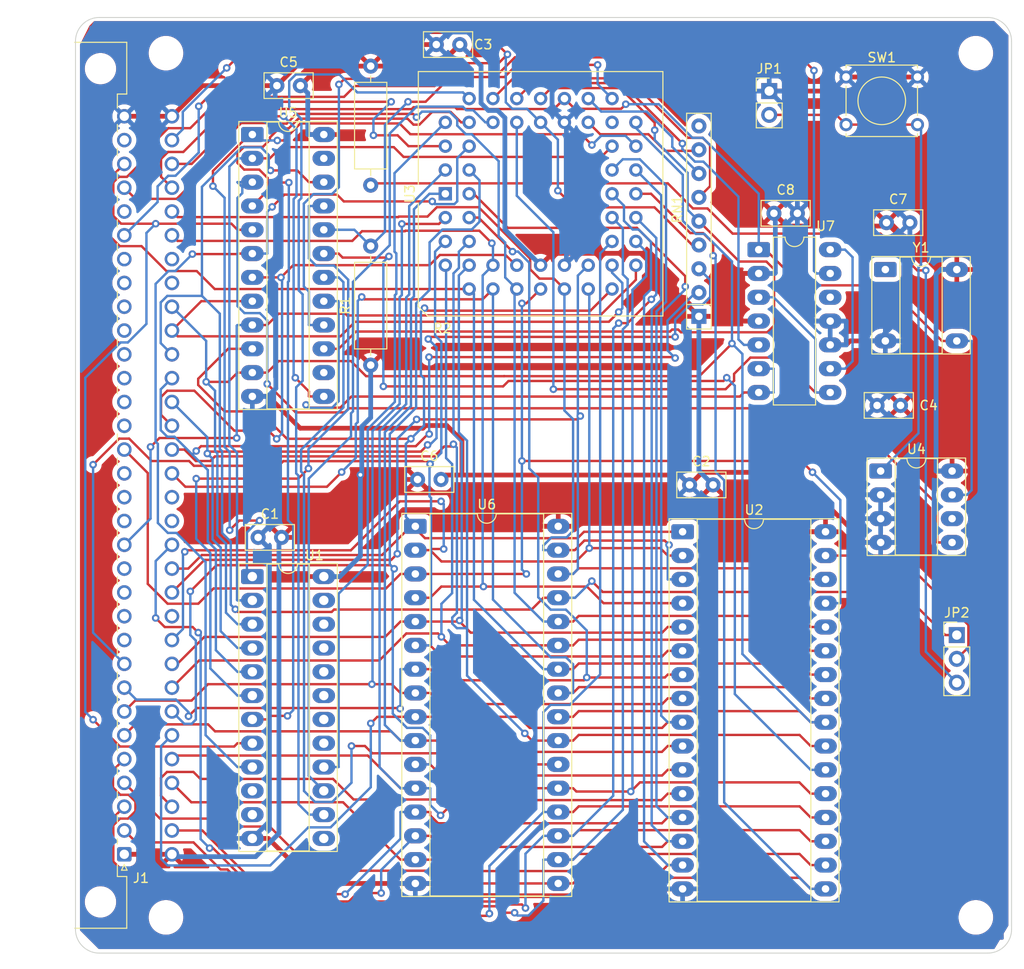
<source format=kicad_pcb>
(kicad_pcb (version 20241229) (generator "pcbnew") (generator_version "9.0")
  (title_block (title "Minimalist Europe Card Bus (MECB) Board Template") (date "2025-05") (rev "1.0") (company "DigicoolThings.com") (comment 1 "For Minimalist Europe Card Bus (MECB).") (comment 2 "U1 PLD positioning provides for ZIF socket space, with Narrow DIP24 ZIF friendly footprint.") (comment 3 "Includes a standardised 4 chip-select output ATF22V10 PLD Address Decoder. ") (comment 4 "Schematic & standardised PCB outline Templates for creating MECB boards."))
  (layers (0 "F.Cu" signal) (2 "B.Cu" signal) (13 "F.Paste" user) (15 "B.Paste" user) (5 "F.SilkS" user "F.Silkscreen") (7 "B.SilkS" user "B.Silkscreen") (1 "F.Mask" user) (3 "B.Mask" user) (25 "Edge.Cuts" user))
  (net 0 "")
  (net 1 "GND")
  (net 2 "+5V")
  (net 3 "ECB_RESET")
  (net 4 "ECB_MREQ")
  (net 5 "ECB_CLK")
  (net 6 "/ECB_D5")
  (net 7 "/ECB_D6")
  (net 8 "ECB_WR")
  (net 9 "ECB_INT")
  (net 10 "/ECB_D3")
  (net 11 "/ECB_D4")
  (net 12 "/ECB_A2")
  (net 13 "/ECB_A14")
  (net 14 "ECB_IORQ")
  (net 15 "/ECB_D0")
  (net 16 "/ECB_D7")
  (net 17 "/ECB_D2")
  (net 18 "/ECB_A0")
  (net 19 "/ECB_A10")
  (net 20 "/ECB_A1")
  (net 21 "/ECB_D1")
  (net 39 "ECB_NMI")
  (net 45 "CPUSP")
  (net 46 "/ECB_A15")
  (net 47 "/ECB_A5")
  (net 48 "/ECB_A11")
  (net 49 "/ECB_A9")
  (net 50 "/ECB_A6")
  (net 51 "/ECB_A13")
  (net 52 "/ECB_A3")
  (net 53 "/ECB_A8")
  (net 54 "/ECB_A7")
  (net 55 "/ECB_A4")
  (net 56 "/ECB_A12")
  (net 57 "Net-(JP1-B)")
  (net 58 "/ECB_A18")
  (net 59 "~{DS}")
  (net 60 "~{DTACK}")
  (net 61 "CPU_RW")
  (net 62 "/ECB_A20")
  (net 63 "/ECB_A16")
  (net 64 "E")
  (net 65 "BOOT")
  (net 66 "Net-(JP2-B)")
  (net 67 "~{VPA}")
  (net 68 "CS_ROM")
  (net 69 "CS_RAM")
  (net 70 "ROM_WR")
  (net 71 "~{AS}")
  (net 72 "/ECB_A19")
  (net 73 "~{IPL2}")
  (net 74 "FC1")
  (net 76 "FC0")
  (net 77 "~{IPL1}")
  (net 78 "/ECB_A21")
  (net 79 "FC2")
  (net 80 "/ECB_A17")
  (net 81 "~{HALT}")
  (net 82 "~{IPL0}")
  (net 84 "HWRST")
  (net 85 "Net-(RN1-R7)")
  (net 86 "Net-(RN1-R6)")
  (net 87 "Net-(RN1-R5)")
  (net 89 "PPDTACK")
  (net 90 "IORQ")
  (net 92 "Net-(U7A-Q)")
  (footprint "MountingHole:MountingHole_3.2mm_M3" (layer "F.Cu") (at 192.532 50.419)
    (property "Reference" "H1" (hide yes))
    (property "Value" "MountingHole")
  )
  (footprint "MountingHole:MountingHole_3.2mm_M3" (layer "F.Cu") (at 192.532 142.621)
    (property "Reference" "H2" (hide yes))
    (property "Value" "MountingHole")
  )
  (footprint "MountingHole:MountingHole_3.2mm_M3" (layer "F.Cu") (at 106.172 50.419)
    (property "Reference" "H3" (hide yes))
    (property "Value" "MountingHole")
  )
  (footprint "MountingHole:MountingHole_3.2mm_M3" (layer "F.Cu") (at 106.172 142.621)
    (property "Reference" "H4" (hide yes))
    (property "Value" "MountingHole")
  )
  (footprint "MyCustomFootprintLibrary:DIN41612_C_2x32_C64AC_Male_Horizontal_THT" (layer "F.Cu") (at 101.727 135.89 90)
    (property "Reference" "J1")
    (property "Value" "MECB_64AC")
  )
  (footprint "Button_Switch_THT:SW_Tactile_Straight_KSA0Axx1LFTR" (layer "F.Cu") (at 178.69 52.96)
    (property "Reference" "SW1")
    (property "Value" "SW_DIP_PB")
  )
  (footprint "Capacitor_THT:C_Disc_D5.0mm_W2.5mm_P2.50mm" (layer "F.Cu") (at 183 68.5)
    (property "Reference" "C7")
    (property "Value" "0.1uF")
  )
  (footprint "Resistor_THT:R_Axial_DIN0309_L9.0mm_D3.2mm_P12.70mm_Horizontal" (layer "F.Cu") (at 128 83.7 90)
    (property "Reference" "R1")
    (property "Value" "1K2")
  )
  (footprint "Resistor_THT:R_Array_SIP9" (layer "F.Cu") (at 163 78.5 90)
    (property "Reference" "RN1")
    (property "Value" "R_Network08_US")
  )
  (footprint "Capacitor_THT:C_Disc_D5.0mm_W2.5mm_P2.50mm" (layer "F.Cu") (at 182 88)
    (property "Reference" "C4")
    (property "Value" "0.1uF")
  )
  (footprint "Package_DIP:DIP-32_W15.24mm_Socket_LongPads" (layer "F.Cu") (at 161.26 101.48)
    (property "Reference" "U2")
    (property "Value" "SST39SF040")
  )
  (footprint "Capacitor_THT:C_Disc_D5.0mm_W2.5mm_P2.50mm" (layer "F.Cu") (at 162.01 96.48)
    (property "Reference" "C2")
    (property "Value" "0.1uF")
  )
  (footprint "Capacitor_THT:C_Disc_D5.0mm_W2.5mm_P2.50mm" (layer "F.Cu") (at 135 49.5)
    (property "Reference" "C3")
    (property "Value" "0.1uF")
  )
  (footprint "MyCustomFootprintLibrary:DIP-24_W7.62mm_Socket_LongPads_ZIF_Friendly" (layer "F.Cu") (at 115.38 106.26)
    (property "Reference" "U1")
    (property "Value" "ATF22V10C-15PU" (hide yes))
  )
  (footprint "Connector_PinHeader_2.54mm:PinHeader_1x02_P2.54mm_Vertical" (layer "F.Cu") (at 170.5 54.46)
    (property "Reference" "JP1")
    (property "Value" "Jumper_2_Open")
  )
  (footprint "Capacitor_THT:C_Disc_D5.0mm_W2.5mm_P2.50mm" (layer "F.Cu") (at 171 67.5)
    (property "Reference" "C8")
    (property "Value" "0.1uF")
  )
  (footprint "Package_DIP:DIP-8_W7.62mm_Socket_LongPads" (layer "F.Cu") (at 182.38 95)
    (property "Reference" "U4")
    (property "Value" "TC1232CPA")
  )
  (footprint "Package_DIP:DIP-4-8_W7.62mm_Socket_LongPads" (layer "F.Cu") (at 182.88 73.5)
    (property "Reference" "Y1")
    (property "Value" "8 MHz")
  )
  (footprint "Capacitor_THT:C_Disc_D5.0mm_W2.5mm_P2.50mm" (layer "F.Cu") (at 116 102.08)
    (property "Reference" "C1")
    (property "Value" "0.1uF")
  )
  (footprint "Capacitor_THT:C_Disc_D5.0mm_W2.5mm_P2.50mm" (layer "F.Cu") (at 118 53.88)
    (property "Reference" "C5")
    (property "Value" "0.1uF")
  )
  (footprint "Resistor_THT:R_Axial_DIN0309_L9.0mm_D3.2mm_P12.70mm_Horizontal" (layer "F.Cu") (at 128 51.8 -90)
    (property "Reference" "R2")
    (property "Value" "10K")
  )
  (footprint "Capacitor_THT:C_Disc_D5.0mm_W2.5mm_P2.50mm" (layer "F.Cu") (at 133 95.9)
    (property "Reference" "C6")
    (property "Value" "0.1uF")
  )
  (footprint "Package_DIP:DIP-24_W7.62mm_Socket_LongPads" (layer "F.Cu") (at 115.38 59.1)
    (property "Reference" "U5")
    (property "Value" "GAL22V10")
  )
  (footprint "Package_DIP:DIP-32_W15.24mm_Socket_LongPads" (layer "F.Cu") (at 132.76 100.9)
    (property "Reference" "U6")
    (property "Value" "AS6C4008-55")
  )
  (footprint "Package_DIP:DIP-14_W7.62mm_LongPads" (layer "F.Cu") (at 169.38 71.38)
    (property "Reference" "U7")
    (property "Value" "74LS73")
  )
  (footprint "Package_LCC:PLCC-52_THT-Socket" (layer "F.Cu") (at 135.96 65.42 90)
    (property "Reference" "U3")
    (property "Value" "MC68008FN")
  )
  (footprint "Connector_PinHeader_2.54mm:PinHeader_1x03_P2.54mm_Vertical" (layer "F.Cu") (at 190.5 112.5)
    (property "Reference" "JP2")
    (property "Value" "Jumper_3_Open" (hide yes))
  )
  (gr_arc (start 196.342 143.891) (mid 195.598051 145.687051) (end 193.802 146.431) (stroke (width 0.1)) (layer "Edge.Cuts"))
  (gr_line (start 193.802 46.609) (end 99.06 46.609) (stroke (width 0.1)) (layer "Edge.Cuts"))
  (gr_arc (start 193.802 46.609) (mid 195.598051 47.352949) (end 196.342 49.149) (stroke (width 0.1)) (layer "Edge.Cuts"))
  (gr_line (start 196.342 143.891) (end 196.342 49.149) (stroke (width 0.1)) (layer "Edge.Cuts"))
  (gr_line (start 99.06 146.431) (end 193.802 146.431) (stroke (width 0.1)) (layer "Edge.Cuts"))
  (gr_arc (start 96.52 49.149) (mid 97.263949 47.352949) (end 99.06 46.609) (stroke (width 0.1)) (layer "Edge.Cuts"))
  (gr_line (start 96.52 49.149) (end 96.52 143.891) (stroke (width 0.1)) (layer "Edge.Cuts"))
  (gr_arc (start 99.06 146.431) (mid 97.263949 145.687051) (end 96.52 143.891) (stroke (width 0.1)) (layer "Edge.Cuts"))
  (segment (start 163.3524 95.1376) (end 173.1879 95.1376) (width 0.508) (layer "F.Cu") (net 1))
  (segment (start 120.4776 90.4279) (end 117.0897 87.04) (width 0.508) (layer "F.Cu") (net 1))
  (segment (start 136.1186 90.1464) (end 133.8622 90.1464) (width 0.508) (layer "F.Cu") (net 1))
  (segment (start 161.26 139.58) (end 159.5503 139.58) (width 0.508) (layer "F.Cu") (net 1))
  (segment (start 173.1879 95.1376) (end 180.6703 102.62) (width 0.508) (layer "F.Cu") (net 1))
  (segment (start 186.31 52.96) (end 178.69 52.96) (width 0.508) (layer "F.Cu") (net 1))
  (segment (start 135.9727 95.4273) (end 135.5 95.9) (width 0.508) (layer "F.Cu") (net 1))
  (segment (start 142.2561 140.289) (end 135.7587 140.289) (width 0.508) (layer "F.Cu") (net 1))
  (segment (start 115.38 87.04) (end 117.0897 87.04) (width 0.508) (layer "F.Cu") (net 1))
  (segment (start 118 53.88) (end 122.38 49.5) (width 0.508) (layer "F.Cu") (net 1))
  (segment (start 137.7335 95.4273) (end 135.9727 95.4273) (width 0.508) (layer "F.Cu") (net 1))
  (segment (start 177 81.54) (end 178.7097 81.54) (width 0.508) (layer "F.Cu") (net 1))
  (segment (start 159.5503 139.58) (end 158.8179 140.3124) (width 0.508) (layer "F.Cu") (net 1))
  (segment (start 142.2795 140.3124) (end 142.2561 140.289) (width 0.508) (layer "F.Cu") (net 1))
  (segment (start 133.1745 139) (end 132.76 139) (width 0.508) (layer "F.Cu") (net 1))
  (segment (start 162.01 96.48) (end 160.9573 95.4273) (width 0.508) (layer "F.Cu") (net 1))
  (segment (start 170.5 54.46) (end 177.19 54.46) (width 0.508) (layer "F.Cu") (net 1))
  (segment (start 101.727 57.15) (end 106.807 57.15) (width 0.508) (layer "F.Cu") (net 1))
  (segment (start 133.1745 139) (end 134.4697 139) (width 0.508) (layer "F.Cu") (net 1))
  (segment (start 115.38 134.2) (end 117.0897 134.2) (width 0.508) (layer "F.Cu") (net 1))
  (segment (start 179.1297 81.12) (end 178.7097 81.54) (width 0.508) (layer "F.Cu") (net 1))
  (segment (start 162.01 96.48) (end 163.3524 95.1376) (width 0.508) (layer "F.Cu") (net 1))
  (segment (start 135.7587 140.289) (end 134.4697 139) (width 0.508) (layer "F.Cu") (net 1))
  (segment (start 182.88 81.12) (end 179.1297 81.12) (width 0.508) (layer "F.Cu") (net 1))
  (segment (start 122.38 49.5) (end 135 49.5) (width 0.508) (layer "F.Cu") (net 1))
  (segment (start 133.8622 90.1464) (end 133.5807 90.4279) (width 0.508) (layer "F.Cu") (net 1))
  (segment (start 158.8179 140.3124) (end 142.2795 140.3124) (width 0.508) (layer "F.Cu") (net 1))
  (segment (start 133.5807 90.4279) (end 120.4776 90.4279) (width 0.508) (layer "F.Cu") (net 1))
  (segment (start 132.76 139) (end 121.8897 139) (width 0.508) (layer "F.Cu") (net 1))
  (segment (start 137.7335 91.7613) (end 136.1186 90.1464) (width 0.508) (layer "F.Cu") (net 1))
  (segment (start 137.7335 95.4273) (end 137.7335 91.7613) (width 0.508) (layer "F.Cu") (net 1))
  (segment (start 121.8897 139) (end 117.0897 134.2) (width 0.508) (layer "F.Cu") (net 1))
  (segment (start 110.077 53.88) (end 106.807 57.15) (width 0.508) (layer "F.Cu") (net 1))
  (segment (start 160.9573 95.4273) (end 137.7335 95.4273) (width 0.508) (layer "F.Cu") (net 1))
  (segment (start 177.19 54.46) (end 178.69 52.96) (width 0.508) (layer "F.Cu") (net 1))
  (segment (start 182.38 102.62) (end 180.6703 102.62) (width 0.508) (layer "F.Cu") (net 1))
  (segment (start 118 53.88) (end 110.077 53.88) (width 0.508) (layer "F.Cu") (net 1))
  (segment (start 116 102.08) (end 117.0594 101.0206) (width 0.508) (layer "B.Cu") (net 1))
  (segment (start 117.8102 54.0698) (end 117.8102 57.5284) (width 0.508) (layer "B.Cu") (net 1))
  (segment (start 182 88) (end 180.5827 89.4173) (width 0.508) (layer "B.Cu") (net 1))
  (segment (start 182.88 81.12) (end 182.0252 81.12) (width 0.508) (layer "B.Cu") (net 1))
  (segment (start 136.3408 48.1592) (end 135 49.5) (width 0.508) (layer "B.Cu") (net 1))
  (segment (start 173.5 77.2097) (end 173.5 67.5) (width 0.508) (layer "B.Cu") (net 1))
  (segment (start 148.66 57.8) (end 147.3409 56.4809) (width 0.508) (layer "B.Cu") (net 1))
  (segment (start 177 81.54) (end 178.7097 81.54) (width 0.508) (layer "B.Cu") (net 1))
  (segment (start 118 53.88) (end 117.8102 54.0698) (width 0.508) (layer "B.Cu") (net 1))
  (segment (start 118.9529 60.1085) (end 118.3627 60.6987) (width 0.508) (layer "B.Cu") (net 1))
  (segment (start 117.8864 86.181) (end 117.0274 87.04) (width 0.508) (layer "B.Cu") (net 1))
  (segment (start 184.0897 102.62) (end 184.0897 100.08) (width 0.508) (layer "B.Cu") (net 1))
  (segment (start 117.5223 74.7164) (end 117.8864 75.0805) (width 0.508) (layer "B.Cu") (net 1))
  (segment (start 117.1135 103.1935) (end 117.1135 132.4665) (width 0.508) (layer "B.Cu") (net 1))
  (segment (start 175.2903 79) (end 173.5 77.2097) (width 0.508) (layer "B.Cu") (net 1))
  (segment (start 184.0897 97.54) (end 184.0897 100.08) (width 0.508) (layer "B.Cu") (net 1))
  (segment (start 180.5827 89.4173) (end 180.5827 97.4524) (width 0.508) (layer "B.Cu") (net 1))
  (segment (start 181.1703 87.1703) (end 181.1703 81.12) (width 0.508) (layer "B.Cu") (net 1))
  (segment (start 117.8864 75.0805) (end 117.8864 86.181) (width 0.508) (layer "B.Cu") (net 1))
  (segment (start 182 88) (end 181.1703 87.1703) (width 0.508) (layer "B.Cu") (net 1))
  (segment (start 118.3627 64.5951) (end 118.4478 64.6802) (width 0.508) (layer "B.Cu") (net 1))
  (segment (start 180.5827 97.4524) (end 180.6703 97.54) (width 0.508) (layer "B.Cu") (net 1))
  (segment (start 148.66 73.04) (end 148.8712 72.8288) (width 0.508) (layer "B.Cu") (net 1))
  (segment (start 118.3627 60.6987) (end 118.3627 64.5951) (width 0.508) (layer "B.Cu") (net 1))
  (segment (start 182.0252 81.12) (end 181.1703 81.12) (width 0.508) (layer "B.Cu") (net 1))
  (segment (start 116 102.08) (end 117.1135 103.1935) (width 0.508) (layer "B.Cu") (net 1))
  (segment (start 182.38 102.62) (end 184.0897 102.62) (width 0.508) (layer "B.Cu") (net 1))
  (segment (start 118.4478 64.6802) (end 118.4478 73.0375) (width 0.508) (layer "B.Cu") (net 1))
  (segment (start 117.5223 73.963) (end 117.5223 74.7164) (width 0.508) (layer "B.Cu") (net 1))
  (segment (start 178.7097 79) (end 178.7097 81.54) (width 0.508) (layer "B.Cu") (net 1))
  (segment (start 118.9529 58.6711) (end 118.9529 60.1085) (width 0.508) (layer "B.Cu") (net 1))
  (segment (start 173.5 67.5) (end 173.5 57.46) (width 0.508) (layer "B.Cu") (net 1))
  (segment (start 185.5 77.6452) (end 185.5 68.5) (width 0.508) (layer "B.Cu") (net 1))
  (segment (start 117.0594 101.0206) (end 117.0594 87.201) (width 0.508) (layer "B.Cu") (net 1))
  (segment (start 147.3409 56.4809) (end 147.3409 54.0171) (width 0.508) (layer "B.Cu") (net 1))
  (segment (start 173.5 57.46) (end 170.5 54.46) (width 0.508) (layer "B.Cu") (net 1))
  (segment (start 177 79) (end 175.2903 79) (width 0.508) (layer "B.Cu") (net 1))
  (segment (start 118.4478 73.0375) (end 117.5223 73.963) (width 0.508) (layer "B.Cu") (net 1))
  (segment (start 182.0252 81.12) (end 185.5 77.6452) (width 0.508) (layer "B.Cu") (net 1))
  (segment (start 182.38 97.54) (end 180.6703 97.54) (width 0.508) (layer "B.Cu") (net 1))
  (segment (start 115.38 87.04) (end 116.8984 87.04) (width 0.508) (layer "B.Cu") (net 1))
  (segment (start 117.8102 57.5284) (end 118.9529 58.6711) (width 0.508) (layer "B.Cu") (net 1))
  (segment (start 117.0274 87.04) (end 116.8984 87.04) (width 0.508) (layer "B.Cu") (net 1))
  (segment (start 182.38 100.08) (end 184.0897 100.08) (width 0.508) (layer "B.Cu") (net 1))
  (segment (start 148.8712 58.0112) (end 148.66 57.8) (width 0.508) (layer "B.Cu") (net 1))
  (segment (start 148.8712 72.8288) (end 148.8712 58.0112) (width 0.508) (layer "B.Cu") (net 1))
  (segment (start 182.38 97.54) (end 184.0897 97.54) (width 0.508) (layer "B.Cu") (net 1))
  (segment (start 117.0594 87.201) (end 116.8984 87.04) (width 0.508) (layer "B.Cu") (net 1))
  (segment (start 117.1135 132.4665) (end 115.38 134.2) (width 0.508) (layer "B.Cu") (net 1))
  (segment (start 177 79) (end 178.7097 79) (width 0.508) (layer "B.Cu") (net 1))
  (segment (start 147.3409 54.0171) (end 141.483 48.1592) (width 0.508) (layer "B.Cu") (net 1))
  (segment (start 141.483 48.1592) (end 136.3408 48.1592) (width 0.508) (layer "B.Cu") (net 1))
  (segment (start 190 95) (end 188.2903 95) (width 0.508) (layer "F.Cu") (net 2))
  (segment (start 151.6164 98.9933) (end 161.9967 98.9933) (width 0.508) (layer "F.Cu") (net 2))
  (segment (start 188.2903 91.7903) (end 188.2903 95) (width 0.508) (layer "F.Cu") (net 2))
  (segment (start 106.807 135.89) (end 101.727 135.89) (width 0.508) (layer "F.Cu") (net 2))
  (segment (start 171 67.5) (end 172.365 68.865) (width 0.508) (layer "F.Cu") (net 2))
  (segment (start 167.1703 78.5) (end 167.6703 79) (width 0.508) (layer "F.Cu") (net 2))
  (segment (start 148.8549 100.9) (end 149.7097 100.9) (width 0.508) (layer "F.Cu") (net 2))
  (segment (start 142.7102 97.3199) (end 134.4199 97.3199) (width 0.508) (layer "F.Cu") (net 2))
  (segment (start 120.5 53.88) (end 122.58 51.8) (width 0.508) (layer "F.Cu") (net 2))
  (segment (start 183.3876 68.5) (end 183 68.5) (width 0.508) (layer "F.Cu") (net 2))
  (segment (start 172.365 68.865) (end 182.635 68.865) (width 0.508) (layer "F.Cu") (net 2))
  (segment (start 118.5 102.08) (end 120.2267 102.08) (width 0.508) (layer "F.Cu") (net 2))
  (segment (start 184.5 88) (end 188.2903 91.7903) (width 0.508) (layer "F.Cu") (net 2))
  (segment (start 163 78.5) (end 167.1703 78.5) (width 0.508) (layer "F.Cu") (net 2))
  (segment (start 161.9967 98.9933) (end 164.51 96.48) (width 0.508) (layer "F.Cu") (net 2))
  (segment (start 167.6703 78) (end 167.1703 78.5) (width 0.508) (layer "F.Cu") (net 2))
  (segment (start 160.6302 75.5877) (end 160.6302 76.1302) (width 0.508) (layer "F.Cu") (net 2))
  (segment (start 137.5 49.5) (end 135.2 51.8) (width 0.508) (layer "F.Cu") (net 2))
  (segment (start 167.6703 73.92) (end 167.6703 78) (width 0.508) (layer "F.Cu") (net 2))
  (segment (start 160.6302 76.1302) (end 163 78.5) (width 0.508) (layer "F.Cu") (net 2))
  (segment (start 120.2267 102.08) (end 126.9021 95.4046) (width 0.508) (layer "F.Cu") (net 2))
  (segment (start 133 95.9) (end 127.3975 95.9) (width 0.508) (layer "F.Cu") (net 2))
  (segment (start 190.5 73.5) (end 188.3876 73.5) (width 0.508) (layer "F.Cu") (net 2))
  (segment (start 148 100.9) (end 146.2903 100.9) (width 0.508) (layer "F.Cu") (net 2))
  (segment (start 169.51 101.48) (end 164.51 96.48) (width 0.508) (layer "F.Cu") (net 2))
  (segment (start 182.635 68.865) (end 183 68.5) (width 0.508) (layer "F.Cu") (net 2))
  (segment (start 122.58 51.8) (end 128 51.8) (width 0.508) (layer "F.Cu") (net 2))
  (segment (start 147.39 71.77) (end 156.8125 71.77) (width 0.508) (layer "F.Cu") (net 2))
  (segment (start 169.38 79) (end 167.6703 79) (width 0.508) (layer "F.Cu") (net 2))
  (segment (start 135.2 51.8) (end 128 51.8) (width 0.508) (layer "F.Cu") (net 2))
  (segment (start 188.3876 73.5) (end 183.3876 68.5) (width 0.508) (layer "F.Cu") (net 2))
  (segment (start 169.38 73.92) (end 167.6703 73.92) (width 0.508) (layer "F.Cu") (net 2))
  (segment (start 156.8125 71.77) (end 160.6302 75.5877) (width 0.508) (layer "F.Cu") (net 2))
  (segment (start 146.12 73.04) (end 147.39 71.77) (width 0.508) (layer "F.Cu") (net 2))
  (segment (start 127.3975 95.9) (end 126.9021 95.4046) (width 0.508) (layer "F.Cu") (net 2))
  (segment (start 134.4199 97.3199) (end 133 95.9) (width 0.508) (layer "F.Cu") (net 2))
  (segment (start 149.7097 100.9) (end 151.6164 98.9933) (width 0.508) (layer "F.Cu") (net 2))
  (segment (start 146.2903 100.9) (end 142.7102 97.3199) (width 0.508) (layer "F.Cu") (net 2))
  (segment (start 176.5 101.48) (end 169.51 101.48) (width 0.508) (layer "F.Cu") (net 2))
  (segment (start 148.8549 100.9) (end 148 100.9) (width 0.508) (layer "F.Cu") (net 2))
  (via (at 126.9021 95.4046) (size 0.8) (drill 0.4) (layers "F.Cu" "B.Cu") (net 2))
  (segment (start 171.0897 73.92) (end 171.149 73.8607) (width 0.508) (layer "B.Cu") (net 2))
  (segment (start 171.149 67.649) (end 171 67.5) (width 0.508) (layer "B.Cu") (net 2))
  (segment (start 106.807 135.89) (end 107.0589 136.1419) (width 0.508) (layer "B.Cu") (net 2))
  (segment (start 140.5484 56.5285) (end 139.77 55.7501) (width 0.508) (layer "B.Cu") (net 2))
  (segment (start 163 78.5) (end 163 79.8097) (width 0.508) (layer "B.Cu") (net 2))
  (segment (start 190 95) (end 188.2903 95) (width 0.508) (layer "B.Cu") (net 2))
  (segment (start 120.5 53.88) (end 121.2903 54.6703) (width 0.508) (layer "B.Cu") (net 2))
  (segment (start 128 89.3015) (end 127.0482 90.2533) (width 0.508) (layer "B.Cu") (net 2))
  (segment (start 123 106.26) (end 124.7097 106.26) (width 0.508) (layer "B.Cu") (net 2))
  (segment (start 139.77 55.7501) (end 139.77 51.77) (width 0.508) (layer "B.Cu") (net 2))
  (segment (start 127.0482 95.2585) (end 126.9021 95.4046) (width 0.508) (layer "B.Cu") (net 2))
  (segment (start 141.5286 56.5285) (end 140.5484 56.5285) (width 0.508) (layer "B.Cu") (net 2))
  (segment (start 190.5 73.5) (end 188.7903 73.5) (width 0.508) (layer "B.Cu") (net 2))
  (segment (start 142.31 69.23) (end 142.31 57.3099) (width 0.508) (layer "B.Cu") (net 2))
  (segment (start 146.12 73.04) (end 142.31 69.23) (width 0.508) (layer "B.Cu") (net 2))
  (segment (start 123 59.1) (end 121.2903 59.1) (width 0.508) (layer "B.Cu") (net 2))
  (segment (start 163 94.97) (end 164.51 96.48) (width 0.508) (layer "B.Cu") (net 2))
  (segment (start 118.2183 102.3617) (end 118.5 102.08) (width 0.508) (layer "B.Cu") (net 2))
  (segment (start 169.38 73.92) (end 171.0897 73.92) (width 0.508) (layer "B.Cu") (net 2))
  (segment (start 107.0589 136.1419) (end 115.7362 136.1419) (width 0.508) (layer "B.Cu") (net 2))
  (segment (start 188.2903 74) (end 188.7903 73.5) (width 0.508) (layer "B.Cu") (net 2))
  (segment (start 126.9021 104.0676) (end 124.7097 106.26) (width 0.508) (layer "B.Cu") (net 2))
  (segment (start 121.2903 54.6703) (end 121.2903 59.1) (width 0.508) (layer "B.Cu") (net 2))
  (segment (start 127.0482 90.2533) (end 127.0482 95.2585) (width 0.508) (layer "B.Cu") (net 2))
  (segment (start 142.31 57.3099) (end 141.5286 56.5285) (width 0.508) (layer "B.Cu") (net 2))
  (segment (start 115.7362 136.1419) (end 118.2183 133.6598) (width 0.508) (layer "B.Cu") (net 2))
  (segment (start 163 79.8097) (end 163 94.97) (width 0.508) (layer "B.Cu") (net 2))
  (segment (start 171.149 73.8607) (end 171.149 67.649) (width 0.508) (layer "B.Cu") (net 2))
  (segment (start 128 83.7) (end 128 89.3015) (width 0.508) (layer "B.Cu") (net 2))
  (segment (start 126.9021 95.4046) (end 126.9021 104.0676) (width 0.508) (layer "B.Cu") (net 2))
  (segment (start 118.2183 133.6598) (end 118.2183 102.3617) (width 0.508) (layer "B.Cu") (net 2))
  (segment (start 188.2903 95) (end 188.2903 74) (width 0.508) (layer "B.Cu") (net 2))
  (segment (start 139.77 51.77) (end 137.5 49.5) (width 0.508) (layer "B.Cu") (net 2))
  (segment (start 124.6106 53.7503) (end 125.203 53.1579) (width 0.254) (layer "F.Cu") (net 3))
  (segment (start 141.6461 51.4838) (end 142.5836 50.5463) (width 0.254) (layer "F.Cu") (net 3))
  (segment (start 134.8599 53.1579) (end 136.534 51.4838) (width 0.254) (layer "F.Cu") (net 3))
  (segment (start 147.9615 65.0901) (end 149.7375 66.8661) (width 0.254) (layer "F.Cu") (net 3))
  (segment (start 162.2792 70.88) (end 163 70.88) (width 0.254) (layer "F.Cu") (net 3))
  (segment (start 116.39 48.2463) (end 112.6453 51.991) (width 0.254) (layer "F.Cu") (net 3))
  (segment (start 149.7375 66.8661) (end 158.2653 66.8661) (width 0.254) (layer "F.Cu") (net 3))
  (segment (start 136.534 51.4838) (end 141.6461 51.4838) (width 0.254) (layer "F.Cu") (net 3))
  (segment (start 142.5836 50.5463) (end 140.2836 48.2463) (width 0.254) (layer "F.Cu") (net 3))
  (segment (start 140.2836 48.2463) (end 116.39 48.2463) (width 0.254) (layer "F.Cu") (net 3))
  (segment (start 125.203 53.1579) (end 134.8599 53.1579) (width 0.254) (layer "F.Cu") (net 3))
  (segment (start 158.2653 66.8661) (end 162.2792 70.88) (width 0.254) (layer "F.Cu") (net 3))
  (via (at 124.6106 53.7503) (size 0.8) (drill 0.4) (layers "F.Cu" "B.Cu") (net 3))
  (via (at 147.9615 65.0901) (size 0.8) (drill 0.4) (layers "F.Cu" "B.Cu") (net 3))
  (via (at 142.5836 50.5463) (size 0.8) (drill 0.4) (layers "F.Cu" "B.Cu") (net 3))
  (via (at 112.6453 51.991) (size 0.8) (drill 0.4) (layers "F.Cu" "B.Cu") (net 3))
  (segment (start 124.6106 64.7166) (end 124.6106 53.7503) (width 0.254) (layer "B.Cu") (net 3))
  (segment (start 107.9647 58.5323) (end 107.9647 56.6716) (width 0.254) (layer "B.Cu") (net 3))
  (segment (start 121.4173 79.42) (end 121.4173 75.8476) (width 0.254) (layer "B.Cu") (net 3))
  (segment (start 120.8709 66.4711) (end 121.892 65.45) (width 0.254) (layer "B.Cu") (net 3))
  (segment (start 106.807 59.69) (end 107.9647 58.5323) (width 0.254) (layer "B.Cu") (net 3))
  (segment (start 123 79.42) (end 121.4173 79.42) (width 0.254) (layer "B.Cu") (net 3))
  (segment (start 121.892 65.45) (end 123.8772 65.45) (width 0.254) (layer "B.Cu") (net 3))
  (segment (start 120.8709 75.3012) (end 120.8709 66.4711) (width 0.254) (layer "B.Cu") (net 3))
  (segment (start 146.12 57.8) (end 147.9615 59.6415) (width 0.254) (layer "B.Cu") (net 3))
  (segment (start 142.4091 50.7208) (end 142.4091 55.6617) (width 0.254) (layer "B.Cu") (net 3))
  (segment (start 142.5836 50.5463) (end 142.4091 50.7208) (width 0.254) (layer "B.Cu") (net 3))
  (segment (start 123.8772 65.45) (end 124.6106 64.7166) (width 0.254) (layer "B.Cu") (net 3))
  (segment (start 143.1013 56.3539) (end 144.6739 56.3539) (width 0.254) (layer "B.Cu") (net 3))
  (segment (start 107.9647 56.6716) (end 112.6453 51.991) (width 0.254) (layer "B.Cu") (net 3))
  (segment (start 121.4173 75.8476) (end 120.8709 75.3012) (width 0.254) (layer "B.Cu") (net 3))
  (segment (start 147.9615 59.6415) (end 147.9615 65.0901) (width 0.254) (layer "B.Cu") (net 3))
  (segment (start 142.4091 55.6617) (end 143.1013 56.3539) (width 0.254) (layer "B.Cu") (net 3))
  (segment (start 144.6739 56.3539) (end 146.12 57.8) (width 0.254) (layer "B.Cu") (net 3))
  (segment (start 121.4173 87.04) (end 121.4173 86.5079) (width 0.254) (layer "F.Cu") (net 4))
  (segment (start 106.807 62.23) (end 108.9075 62.23) (width 0.254) (layer "F.Cu") (net 4))
  (segment (start 108.9075 62.23) (end 113.9857 57.1518) (width 0.254) (layer "F.Cu") (net 4))
  (segment (start 113.9857 57.1518) (end 118.7199 57.1518) (width 0.254) (layer "F.Cu") (net 4))
  (segment (start 123 87.04) (end 121.4173 87.04) (width 0.254) (layer "F.Cu") (net 4))
  (segment (start 121.4173 86.5079) (end 119.9612 85.0518) (width 0.254) (layer "F.Cu") (net 4))
  (via (at 118.7199 57.1518) (size 0.8) (drill 0.4) (layers "F.Cu" "B.Cu") (net 4))
  (via (at 119.9612 85.0518) (size 0.8) (drill 0.4) (layers "F.Cu" "B.Cu") (net 4))
  (segment (start 119.7837 84.8743) (end 119.9612 85.0518) (width 0.254) (layer "B.Cu") (net 4))
  (segment (start 120.0886 58.5205) (end 120.0886 65.6795) (width 0.254) (layer "B.Cu") (net 4))
  (segment (start 119.7837 65.9844) (end 119.7837 84.8743) (width 0.254) (layer "B.Cu") (net 4))
  (segment (start 118.7199 57.1518) (end 120.0886 58.5205) (width 0.254) (layer "B.Cu") (net 4))
  (segment (start 120.0886 65.6795) (end 119.7837 65.9844) (width 0.254) (layer "B.Cu") (net 4))
  (segment (start 105.6436 61.6972) (end 106.3838 60.957) (width 0.254) (layer "F.Cu") (net 5))
  (segment (start 106.3838 60.957) (end 108.0218 60.957) (width 0.254) (layer "F.Cu") (net 5))
  (segment (start 170.1008 71.38) (end 169.38 71.38) (width 0.254) (layer "F.Cu") (net 5))
  (segment (start 173.9108 75.19) (end 170.1008 71.38) (width 0.254) (layer "F.Cu") (net 5))
  (segment (start 137.0095 56.1875) (end 137.2006 56.3786) (width 0.254) (layer "F.Cu") (net 5))
  (segment (start 182.9873 75.19) (end 173.9108 75.19) (width 0.254) (layer "F.Cu") (net 5))
  (segment (start 108.0218 60.957) (end 112.6099 56.3689) (width 0.254) (layer "F.Cu") (net 5))
  (segment (start 119.5719 56.3871) (end 132.3683 56.3871) (width 0.254) (layer "F.Cu") (net 5))
  (segment (start 106.807 64.77) (end 105.6436 63.6066) (width 0.254) (layer "F.Cu") (net 5))
  (segment (start 112.6099 56.3689) (end 119.5537 56.3689) (width 0.254) (layer "F.Cu") (net 5))
  (segment (start 137.2006 56.3786) (end 147.5414 56.3786) (width 0.254) (layer "F.Cu") (net 5))
  (segment (start 105.6436 63.6066) (end 105.6436 61.6972) (width 0.254) (layer "F.Cu") (net 5))
  (segment (start 147.5414 56.3786) (end 148.66 55.26) (width 0.254) (layer "F.Cu") (net 5))
  (segment (start 155.2005 55.8639) (end 154.7104 56.354) (width 0.254) (layer "F.Cu") (net 5))
  (segment (start 119.5537 56.3689) (end 119.5719 56.3871) (width 0.254) (layer "F.Cu") (net 5))
  (segment (start 190.5 81.12) (end 188.9173 81.12) (width 0.254) (layer "F.Cu") (net 5))
  (segment (start 154.7104 56.354) (end 149.754 56.354) (width 0.254) (layer "F.Cu") (net 5))
  (segment (start 132.3683 56.3871) (end 132.5679 56.1875) (width 0.254) (layer "F.Cu") (net 5))
  (segment (start 188.9173 81.12) (end 182.9873 75.19) (width 0.254) (layer "F.Cu") (net 5))
  (segment (start 132.5679 56.1875) (end 137.0095 56.1875) (width 0.254) (layer "F.Cu") (net 5))
  (segment (start 149.754 56.354) (end 148.66 55.26) (width 0.254) (layer "F.Cu") (net 5))
  (via (at 155.2005 55.8639) (size 0.8) (drill 0.4) (layers "F.Cu" "B.Cu") (net 5))
  (segment (start 163.4152 59.45) (end 162.3063 59.45) (width 0.254) (layer "B.Cu") (net 5))
  (segment (start 169.38 71.38) (end 169.38 65.4148) (width 0.254) (layer "B.Cu") (net 5))
  (segment (start 190.5 81.12) (end 192.0827 81.12) (width 0.254) (layer "B.Cu") (net 5))
  (segment (start 191.5827 97.54) (end 192.0827 97.04) (width 0.254) (layer "B.Cu") (net 5))
  (segment (start 192.0827 97.04) (end 192.0827 81.12) (width 0.254) (layer "B.Cu") (net 5))
  (segment (start 190 97.54) (end 191.5827 97.54) (width 0.254) (layer "B.Cu") (net 5))
  (segment (start 169.38 65.4148) (end 163.4152 59.45) (width 0.254) (layer "B.Cu") (net 5))
  (segment (start 158.7202 55.8639) (end 155.2005 55.8639) (width 0.254) (layer "B.Cu") (net 5))
  (segment (start 162.3063 59.45) (end 158.7202 55.8639) (width 0.254) (layer "B.Cu") (net 5))
  (segment (start 155.3942 79.2224) (end 154.4452 79.2224) (width 0.254) (layer "F.Cu") (net 6))
  (segment (start 144.1282 141.2459) (end 144.5075 141.6252) (width 0.254) (layer "F.Cu") (net 6))
  (segment (start 101.727 133.35) (end 102.997 134.62) (width 0.254) (layer "F.Cu") (net 6))
  (segment (start 157.9338 76.6828) (end 155.3942 79.2224) (width 0.254) (layer "F.Cu") (net 6))
  (segment (start 111.9958 137.5101) (end 112.725 137.5101) (width 0.254) (layer "F.Cu") (net 6))
  (segment (start 150.1865 133.3162) (end 149.5827 133.92) (width 0.254) (layer "F.Cu") (net 6))
  (segment (start 109.1057 134.62) (end 111.9958 137.5101) (width 0.254) (layer "F.Cu") (net 6))
  (segment (start 142.3126 141.2459) (end 144.1282 141.2459) (width 0.254) (layer "F.Cu") (net 6))
  (segment (start 112.725 137.5101) (end 116.6503 141.4354) (width 0.254) (layer "F.Cu") (net 6))
  (segment (start 173.7335 133.3162) (end 150.1865 133.3162) (width 0.254) (layer "F.Cu") (net 6))
  (segment (start 176.5 134.5) (end 174.9173 134.5) (width 0.254) (layer "F.Cu") (net 6))
  (segment (start 174.9173 134.5) (end 173.7335 133.3162) (width 0.254) (layer "F.Cu") (net 6))
  (segment (start 126.0108 141.4354) (end 126.5205 140.9257) (width 0.254) (layer "F.Cu") (net 6))
  (segment (start 116.6503 141.4354) (end 126.0108 141.4354) (width 0.254) (layer "F.Cu") (net 6))
  (segment (start 148.7914 133.92) (end 149.5827 133.92) (width 0.254) (layer "F.Cu") (net 6))
  (segment (start 126.5205 140.9257) (end 141.9924 140.9257) (width 0.254) (layer "F.Cu") (net 6))
  (segment (start 141.9924 140.9257) (end 142.3126 141.2459) (width 0.254) (layer "F.Cu") (net 6))
  (segment (start 148.7914 133.92) (end 148 133.92) (width 0.254) (layer "F.Cu") (net 6))
  (segment (start 102.997 134.62) (end 109.1057 134.62) (width 0.254) (layer "F.Cu") (net 6))
  (via (at 144.5075 141.6252) (size 0.8) (drill 0.4) (layers "F.Cu" "B.Cu") (net 6))
  (via (at 157.9338 76.6828) (size 0.8) (drill 0.4) (layers "F.Cu" "B.Cu") (net 6))
  (via (at 154.4452 79.2224) (size 0.8) (drill 0.4) (layers "F.Cu" "B.Cu") (net 6))
  (segment (start 153.861 79.8066) (end 153.861 129.6417) (width 0.254) (layer "B.Cu") (net 6))
  (segment (start 158.4548 70.1348) (end 158.4548 76.1618) (width 0.254) (layer "B.Cu") (net 6))
  (segment (start 158.4548 76.1618) (end 157.9338 76.6828) (width 0.254) (layer "B.Cu") (net 6))
  (segment (start 153.861 129.6417) (end 149.5827 133.92) (width 0.254) (layer "B.Cu") (net 6))
  (segment (start 148 133.92) (end 149.5827 133.92) (width 0.254) (layer "B.Cu") (net 6))
  (segment (start 154.4452 79.2224) (end 153.861 79.8066) (width 0.254) (layer "B.Cu") (net 6))
  (segment (start 144.5075 135.8298) (end 144.5075 141.6252) (width 0.254) (layer "B.Cu") (net 6))
  (segment (start 156.28 67.96) (end 158.4548 70.1348) (width 0.254) (layer "B.Cu") (net 6))
  (segment (start 146.4173 133.92) (end 144.5075 135.8298) (width 0.254) (layer "B.Cu") (net 6))
  (segment (start 148 133.92) (end 146.4173 133.92) (width 0.254) (layer "B.Cu") (net 6))
  (segment (start 115.9514 142.4548) (end 140.4238 142.4548) (width 0.254) (layer "F.Cu") (net 7))
  (segment (start 101.727 130.81) (end 100.0366 132.5004) (width 0.254) (layer "F.Cu") (net 7))
  (segment (start 140.4238 142.4548) (end 140.6605 142.2181) (width 0.254) (layer "F.Cu") (net 7))
  (segment (start 102.8097 139.6399) (end 113.1365 139.6399) (width 0.254) (layer "F.Cu") (net 7))
  (segment (start 176.5 131.96) (end 174.9173 131.96) (width 0.254) (layer "F.Cu") (net 7))
  (segment (start 149.5827 131.38) (end 150.1864 130.7763) (width 0.254) (layer "F.Cu") (net 7))
  (segment (start 173.7336 130.7763) (end 174.9173 131.96) (width 0.254) (layer "F.Cu") (net 7))
  (segment (start 150.1864 130.7763) (end 173.7336 130.7763) (width 0.254) (layer "F.Cu") (net 7))
  (segment (start 113.1365 139.6399) (end 115.9514 142.4548) (width 0.254) (layer "F.Cu") (net 7))
  (segment (start 148 131.38) (end 149.5827 131.38) (width 0.254) (layer "F.Cu") (net 7))
  (segment (start 100.0366 136.8668) (end 102.8097 139.6399) (width 0.254) (layer "F.Cu") (net 7))
  (segment (start 100.0366 132.5004) (end 100.0366 136.8668) (width 0.254) (layer "F.Cu") (net 7))
  (via (at 140.6605 142.2181) (size 0.8) (drill 0.4) (layers "F.Cu" "B.Cu") (net 7))
  (segment (start 149.224 119.95) (end 147.1876 119.95) (width 0.254) (layer "B.Cu") (net 7))
  (segment (start 147.1876 119.95) (end 146.4173 120.7203) (width 0.254) (layer "B.Cu") (net 7))
  (segment (start 148 131.38) (end 146.4173 131.38) (width 0.254) (layer "B.Cu") (net 7))
  (segment (start 146.4173 120.7203) (end 146.4173 131.38) (width 0.254) (layer "B.Cu") (net 7))
  (segment (start 140.6605 137.1368) (end 146.4173 131.38) (width 0.254) (layer "B.Cu") (net 7))
  (segment (start 152.47 71.77) (end 152.47 116.704) (width 0.254) (layer "B.Cu") (net 7))
  (segment (start 153.74 70.5) (end 152.47 71.77) (width 0.254) (layer "B.Cu") (net 7))
  (segment (start 152.47 116.704) (end 149.224 119.95) (width 0.254) (layer "B.Cu") (net 7))
  (segment (start 140.6605 142.2181) (end 140.6605 137.1368) (width 0.254) (layer "B.Cu") (net 7))
  (segment (start 152.7443 107.9043) (end 151.5825 106.7425) (width 0.254) (layer "F.Cu") (net 8))
  (segment (start 124.0953 109.7773) (end 123.839 110.0336) (width 0.254) (layer "F.Cu") (net 8))
  (segment (start 117.3141 62.929) (end 120.1663 62.929) (width 0.254) (layer "F.Cu") (net 8))
  (segment (start 145.16 109.7773) (end 124.0953 109.7773) (width 0.254) (layer "F.Cu") (net 8))
  (segment (start 184.6716 107.9043) (end 152.7443 107.9043) (width 0.254) (layer "F.Cu") (net 8))
  (segment (start 190.5 112.5) (end 189.2673 112.5) (width 0.254) (layer "F.Cu") (net 8))
  (segment (start 148 108.52) (end 146.4173 108.52) (width 0.254) (layer "F.Cu") (net 8))
  (segment (start 120.1663 62.929) (end 121.4173 64.18) (width 0.254) (layer "F.Cu") (net 8))
  (segment (start 146.4173 108.52) (end 145.16 109.7773) (width 0.254) (layer "F.Cu") (net 8))
  (segment (start 123.839 110.0336) (end 113.8508 110.0336) (width 0.254) (layer "F.Cu") (net 8))
  (segment (start 123 64.18) (end 121.4173 64.18) (width 0.254) (layer "F.Cu") (net 8))
  (segment (start 113.8508 110.0336) (end 113.5652 109.748) (width 0.254) (layer "F.Cu") (net 8))
  (segment (start 189.2673 112.5) (end 184.6716 107.9043) (width 0.254) (layer "F.Cu") (net 8))
  (via (at 113.5652 109.748) (size 0.8) (drill 0.4) (layers "F.Cu" "B.Cu") (net 8))
  (via (at 151.5825 106.7425) (size 0.8) (drill 0.4) (layers "F.Cu" "B.Cu") (net 8))
  (via (at 117.3141 62.929) (size 0.8) (drill 0.4) (layers "F.Cu" "B.Cu") (net 8))
  (segment (start 112.1593 92.8975) (end 112.1593 101.6135) (width 0.254) (layer "B.Cu") (net 8))
  (segment (start 113.079 109.2618) (end 113.5652 109.748) (width 0.254) (layer "B.Cu") (net 8))
  (segment (start 110.0072 64.6728) (end 114.2227 60.4573) (width 0.254) (layer "B.Cu") (net 8))
  (segment (start 116.298 60.4573) (end 117.136 61.2953) (width 0.254) (layer "B.Cu") (net 8))
  (segment (start 110.0072 76.3112) (end 111.9124 78.2164) (width 0.254) (layer "B.Cu") (net 8))
  (segment (start 111.9124 92.6506) (end 112.1593 92.8975) (width 0.254) (layer "B.Cu") (net 8))
  (segment (start 149.805 108.52) (end 148 108.52) (width 0.254) (layer "B.Cu") (net 8))
  (segment (start 106.3106 76.3112) (end 110.0072 76.3112) (width 0.254) (layer "B.Cu") (net 8))
  (segment (start 112.1593 101.6135) (end 113.079 102.5332) (width 0.254) (layer "B.Cu") (net 8))
  (segment (start 113.079 102.5332) (end 113.079 109.2618) (width 0.254) (layer "B.Cu") (net 8))
  (segment (start 105.6104 81.3534) (end 105.6104 77.0114) (width 0.254) (layer "B.Cu") (net 8))
  (segment (start 110.0072 76.3112) (end 110.0072 64.6728) (width 0.254) (layer "B.Cu") (net 8))
  (segment (start 111.9124 78.2164) (end 111.9124 92.6506) (width 0.254) (layer "B.Cu") (net 8))
  (segment (start 117.1361 62.751) (end 117.3141 62.929) (width 0.254) (layer "B.Cu") (net 8))
  (segment (start 117.136 61.2953) (end 117.136 62.751) (width 0.254) (layer "B.Cu") (net 8))
  (segment (start 117.136 62.751) (end 117.1361 62.751) (width 0.254) (layer "B.Cu") (net 8))
  (segment (start 105.6104 77.0114) (end 106.3106 76.3112) (width 0.254) (layer "B.Cu") (net 8))
  (segment (start 151.5825 106.7425) (end 149.805 108.52) (width 0.254) (layer "B.Cu") (net 8))
  (segment (start 114.2227 60.4573) (end 116.298 60.4573) (width 0.254) (layer "B.Cu") (net 8))
  (segment (start 106.807 82.55) (end 105.6104 81.3534) (width 0.254) (layer "B.Cu") (net 8))
  (segment (start 134.2389 82.8698) (end 134.2154 82.8463) (width 0.254) (layer "F.Cu") (net 9))
  (segment (start 134.2154 82.8463) (end 160.3689 82.8463) (width 0.254) (layer "F.Cu") (net 9))
  (segment (start 160.3689 82.8463) (end 160.4657 82.9431) (width 0.254) (layer "F.Cu") (net 9))
  (segment (start 109.9022 92.3501) (end 109.3925 92.8598) (width 0.254) (layer "F.Cu") (net 9))
  (segment (start 132.8104 92.3501) (end 109.9022 92.3501) (width 0.254) (layer "F.Cu") (net 9))
  (segment (start 134.2389 91.0561) (end 134.1044 91.0561) (width 0.254) (layer "F.Cu") (net 9))
  (segment (start 134.2154 82.8463) (end 134.2389 82.8698) (width 0.254) (layer "F.Cu") (net 9))
  (segment (start 134.1044 91.0561) (end 132.8104 92.3501) (width 0.254) (layer "F.Cu") (net 9))
  (via (at 109.3925 92.8598) (size 0.8) (drill 0.4) (layers "F.Cu" "B.Cu") (net 9))
  (via (at 160.4657 82.9431) (size 0.8) (drill 0.4) (layers "F.Cu" "B.Cu") (net 9))
  (via (at 134.2154 82.8463) (size 0.8) (drill 0.4) (layers "F.Cu" "B.Cu") (net 9))
  (via (at 134.2389 91.0561) (size 0.8) (drill 0.4) (layers "F.Cu" "B.Cu") (net 9))
  (segment (start 110.6302 102.5036) (end 110.6302 94.8911) (width 0.254) (layer "B.Cu") (net 9))
  (segment (start 134.2389 82.8698) (end 134.2154 82.8463) (width 0.254) (layer "B.Cu") (net 9))
  (segment (start 111.4916 103.365) (end 110.6302 102.5036) (width 0.254) (layer "B.Cu") (net 9))
  (segment (start 113.7973 116.42) (end 111.4916 114.1143) (width 0.254) (layer "B.Cu") (net 9))
  (segment (start 107.0791 91.34) (end 106.3115 91.34) (width 0.254) (layer "B.Cu") (net 9))
  (segment (start 160.4657 82.9431) (end 159.6537 82.1311) (width 0.254) (layer "B.Cu") (net 9))
  (segment (start 105.6119 90.6404) (end 105.6119 86.2851) (width 0.254) (layer "B.Cu") (net 9))
  (segment (start 134.2389 82.8698) (end 134.2154 82.8463) (width 0.254) (layer "B.Cu") (net 9))
  (segment (start 108.9957 93.2566) (end 109.3925 92.8598) (width 0.254) (layer "B.Cu") (net 9))
  (segment (start 106.3115 91.34) (end 105.6119 90.6404) (width 0.254) (layer "B.Cu") (net 9))
  (segment (start 108.9957 93.2566) (end 107.0791 91.34) (width 0.254) (layer "B.Cu") (net 9))
  (segment (start 162.6412 75.96) (end 163 75.96) (width 0.254) (layer "B.Cu") (net 9))
  (segment (start 134.2389 91.0561) (end 134.2389 82.8698) (width 0.254) (layer "B.Cu") (net 9))
  (segment (start 134.2154 82.8463) (end 134.2389 82.8698) (width 0.254) (layer "B.Cu") (net 9))
  (segment (start 110.6302 94.8911) (end 108.9957 93.2566) (width 0.254) (layer "B.Cu") (net 9))
  (segment (start 159.6537 82.1311) (end 159.6537 78.9475) (width 0.254) (layer "B.Cu") (net 9))
  (segment (start 111.4916 114.1143) (end 111.4916 103.365) (width 0.254) (layer "B.Cu") (net 9))
  (segment (start 105.6119 86.2851) (end 106.807 85.09) (width 0.254) (layer "B.Cu") (net 9))
  (segment (start 115.38 116.42) (end 113.7973 116.42) (width 0.254) (layer "B.Cu") (net 9))
  (segment (start 159.6537 78.9475) (end 162.6412 75.96) (width 0.254) (layer "B.Cu") (net 9))
  (segment (start 105.537 132.08) (end 101.727 128.27) (width 0.254) (layer "F.Cu") (net 10))
  (segment (start 148.7914 139) (end 149.5827 139) (width 0.254) (layer "F.Cu") (net 10))
  (segment (start 111.4036 132.93) (end 110.5536 132.08) (width 0.254) (layer "F.Cu") (net 10))
  (segment (start 117.2288 132.93) (end 111.4036 132.93) (width 0.254) (layer "F.Cu") (net 10))
  (segment (start 134.8321 137.6427) (end 121.9415 137.6427) (width 0.254) (layer "F.Cu") (net 10))
  (segment (start 156.28 65.42) (end 157.8992 65.42) (width 0.254) (layer "F.Cu") (net 10))
  (segment (start 136.1894 139) (end 134.8321 137.6427) (width 0.254) (layer "F.Cu") (net 10))
  (segment (start 110.5536 132.08) (end 105.537 132.08) (width 0.254) (layer "F.Cu") (net 10))
  (segment (start 150.1865 138.3962) (end 149.5827 139) (width 0.254) (layer "F.Cu") (net 10))
  (segment (start 173.7335 138.3962) (end 150.1865 138.3962) (width 0.254) (layer "F.Cu") (net 10))
  (segment (start 174.9173 139.58) (end 173.7335 138.3962) (width 0.254) (layer "F.Cu") (net 10))
  (segment (start 176.5 139.58) (end 174.9173 139.58) (width 0.254) (layer "F.Cu") (net 10))
  (segment (start 162.0892 69.61) (end 163.4383 69.61) (width 0.254) (layer "F.Cu") (net 10))
  (segment (start 157.8992 65.42) (end 162.0892 69.61) (width 0.254) (layer "F.Cu") (net 10))
  (segment (start 163.4383 69.61) (end 164.5224 70.6941) (width 0.254) (layer "F.Cu") (net 10))
  (segment (start 148 139) (end 136.1894 139) (width 0.254) (layer "F.Cu") (net 10))
  (segment (start 148.7914 139) (end 148 139) (width 0.254) (layer "F.Cu") (net 10))
  (segment (start 164.5224 70.6941) (end 164.5224 72.0227) (width 0.254) (layer "F.Cu") (net 10))
  (segment (start 121.9415 137.6427) (end 117.2288 132.93) (width 0.254) (layer "F.Cu") (net 10))
  (via (at 164.5224 72.0227) (size 0.8) (drill 0.4) (layers "F.Cu" "B.Cu") (net 10))
  (segment (start 165.6927 130.3554) (end 174.9173 139.58) (width 0.254) (layer "B.Cu") (net 10))
  (segment (start 164.7768 95.0742) (end 165.6927 95.9901) (width 0.254) (layer "B.Cu") (net 10))
  (segment (start 176.5 139.58) (end 174.9173 139.58) (width 0.254) (layer "B.Cu") (net 10))
  (segment (start 164.7768 72.2771) (end 164.7768 95.0742) (width 0.254) (layer "B.Cu") (net 10))
  (segment (start 165.6927 95.9901) (end 165.6927 130.3554) (width 0.254) (layer "B.Cu") (net 10))
  (segment (start 164.5224 72.0227) (end 164.7768 72.2771) (width 0.254) (layer "B.Cu") (net 10))
  (segment (start 112.2372 138.0198) (end 116.1625 141.9451) (width 0.254) (layer "F.Cu") (net 11))
  (segment (start 100.5553 132.7935) (end 100.5553 136.6647) (width 0.254) (layer "F.Cu") (net 11))
  (segment (start 100.5553 136.6647) (end 101.9104 138.0198) (width 0.254) (layer "F.Cu") (net 11))
  (segment (start 101.9104 138.0198) (end 112.2372 138.0198) (width 0.254) (layer "F.Cu") (net 11))
  (segment (start 141.5274 141.4354) (end 142.2152 142.1232) (width 0.254) (layer "F.Cu") (net 11))
  (segment (start 101.3007 129.54) (end 102.1853 129.54) (width 0.254) (layer "F.Cu") (net 11))
  (segment (start 173.7336 135.8563) (end 174.9173 137.04) (width 0.254) (layer "F.Cu") (net 11))
  (segment (start 148.4145 136.46) (end 149.5827 136.46) (width 0.254) (layer "F.Cu") (net 11))
  (segment (start 100.5227 126.9343) (end 100.5227 128.762) (width 0.254) (layer "F.Cu") (net 11))
  (segment (start 150.1864 135.8563) (end 173.7336 135.8563) (width 0.254) (layer "F.Cu") (net 11))
  (segment (start 101.727 125.73) (end 100.5227 126.9343) (width 0.254) (layer "F.Cu") (net 11))
  (segment (start 149.5827 136.46) (end 150.1864 135.8563) (width 0.254) (layer "F.Cu") (net 11))
  (segment (start 128.6423 141.9451) (end 129.152 141.4354) (width 0.254) (layer "F.Cu") (net 11))
  (segment (start 101.2688 132.08) (end 100.5553 132.7935) (width 0.254) (layer "F.Cu") (net 11))
  (segment (start 102.9111 130.2658) (end 102.9111 131.2934) (width 0.254) (layer "F.Cu") (net 11))
  (segment (start 142.2152 142.1232) (end 143.3458 142.1232) (width 0.254) (layer "F.Cu") (net 11))
  (segment (start 116.1625 141.9451) (end 128.6423 141.9451) (width 0.254) (layer "F.Cu") (net 11))
  (segment (start 129.152 141.4354) (end 141.5274 141.4354) (width 0.254) (layer "F.Cu") (net 11))
  (segment (start 102.1245 132.08) (end 101.2688 132.08) (width 0.254) (layer "F.Cu") (net 11))
  (segment (start 102.1853 129.54) (end 102.9111 130.2658) (width 0.254) (layer "F.Cu") (net 11))
  (segment (start 176.5 137.04) (end 174.9173 137.04) (width 0.254) (layer "F.Cu") (net 11))
  (segment (start 102.9111 131.2934) (end 102.1245 132.08) (width 0.254) (layer "F.Cu") (net 11))
  (segment (start 100.5227 128.762) (end 101.3007 129.54) (width 0.254) (layer "F.Cu") (net 11))
  (segment (start 148.4145 136.46) (end 148 136.46) (width 0.254) (layer "F.Cu") (net 11))
  (via (at 143.3458 142.1232) (size 0.8) (drill 0.4) (layers "F.Cu" "B.Cu") (net 11))
  (segment (start 143.6466 142.424) (end 143.3458 142.1232) (width 0.254) (layer "B.Cu") (net 11))
  (segment (start 148 136.46) (end 149.5827 136.46) (width 0.254) (layer "B.Cu") (net 11))
  (segment (start 148 136.46) (end 146.4173 136.46) (width 0.254) (layer "B.Cu") (net 11))
  (segment (start 154.8924 131.1503) (end 154.8924 79.8821) (width 0.254) (layer "B.Cu") (net 11))
  (segment (start 154.8924 74.0208) (end 154.8924 69.1124) (width 0.254) (layer "B.Cu") (net 11))
  (segment (start 154.8924 69.1124) (end 153.74 67.96) (width 0.254) (layer "B.Cu") (net 11))
  (segment (start 155.4021 74.5305) (end 154.8924 74.0208) (width 0.254) (layer "B.Cu") (net 11))
  (segment (start 155.4021 79.3724) (end 155.4021 74.5305) (width 0.254) (layer "B.Cu") (net 11))
  (segment (start 146.4173 140.8303) (end 144.8236 142.424) (width 0.254) (layer "B.Cu") (net 11))
  (segment (start 146.4173 136.46) (end 146.4173 140.8303) (width 0.254) (layer "B.Cu") (net 11))
  (segment (start 144.8236 142.424) (end 143.6466 142.424) (width 0.254) (layer "B.Cu") (net 11))
  (segment (start 149.5827 136.46) (end 154.8924 131.1503) (width 0.254) (layer "B.Cu") (net 11))
  (segment (start 154.8924 79.8821) (end 155.4021 79.3724) (width 0.254) (layer "B.Cu") (net 11))
  (segment (start 161.26 124.34) (end 159.6773 124.34) (width 0.254) (layer "F.Cu") (net 12))
  (segment (start 111.4037 122.7701) (end 130.1874 122.7701) (width 0.254) (layer "F.Cu") (net 12))
  (segment (start 136.208 124.965) (end 135.003 123.76) (width 0.254) (layer "F.Cu") (net 12))
  (segment (start 135.003 123.76) (end 134.3427 123.76) (width 0.254) (layer "F.Cu") (net 12))
  (segment (start 159.6773 124.34) (end 159.0523 124.965) (width 0.254) (layer "F.Cu") (net 12))
  (segment (start 101.727 123.19) (end 102.8907 122.0263) (width 0.254) (layer "F.Cu") (net 12))
  (segment (start 110.6599 122.0263) (end 111.4037 122.7701) (width 0.254) (layer "F.Cu") (net 12))
  (segment (start 130.1874 122.7701) (end 131.1773 123.76) (width 0.254) (layer "F.Cu") (net 12))
  (segment (start 133.5514 123.76) (end 132.76 123.76) (width 0.254) (layer "F.Cu") (net 12))
  (segment (start 132.76 123.76) (end 131.1773 123.76) (width 0.254) (layer "F.Cu") (net 12))
  (segment (start 102.8907 122.0263) (end 110.6599 122.0263) (width 0.254) (layer "F.Cu") (net 12))
  (segment (start 159.0523 124.965) (end 136.208 124.965) (width 0.254) (layer "F.Cu") (net 12))
  (segment (start 133.5514 123.76) (end 134.3427 123.76) (width 0.254) (layer "F.Cu") (net 12))
  (segment (start 134.2642 65.42) (end 135.96 65.42) (width 0.254) (layer "B.Cu") (net 12))
  (segment (start 131.1773 123.76) (end 129.5127 122.0954) (width 0.254) (layer "B.Cu") (net 12))
  (segment (start 129.5127 90.8516) (end 132.2975 88.0668) (width 0.254) (layer "B.Cu") (net 12))
  (segment (start 132.6161 76.3698) (end 132.6161 67.0681) (width 0.254) (layer "B.Cu") (net 12))
  (segment (start 132.6161 67.0681) (end 134.2642 65.42) (width 0.254) (layer "B.Cu") (net 12))
  (segment (start 129.5127 122.0954) (end 129.5127 90.8516) (width 0.254) (layer "B.Cu") (net 12))
  (segment (start 132.76 123.76) (end 131.1773 123.76) (width 0.254) (layer "B.Cu") (net 12))
  (segment (start 132.2975 88.0668) (end 132.2975 76.6884) (width 0.254) (layer "B.Cu") (net 12))
  (segment (start 132.2975 76.6884) (end 132.6161 76.3698) (width 0.254) (layer "B.Cu") (net 12))
  (segment (start 132.76 105.98) (end 131.1773 105.98) (width 0.254) (layer "F.Cu") (net 13))
  (segment (start 173.9094 93.9231) (end 144.127 93.9231) (width 0.254) (layer "F.Cu") (net 13))
  (segment (start 144.5919 77.1081) (end 144.127 77.1081) (width 0.254) (layer "F.Cu") (net 13))
  (segment (start 104.2301 95.2131) (end 101.727 92.71) (width 0.254) (layer "F.Cu") (net 13))
  (segment (start 146.12 75.58) (end 144.5919 77.1081) (width 0.254) (layer "F.Cu") (net 13))
  (segment (start 131.1773 105.98) (end 129.6273 107.53) (width 0.254) (layer "F.Cu") (net 13))
  (segment (start 106.3462 109.1546) (end 104.2301 107.0385) (width 0.254) (layer "F.Cu") (net 13))
  (segment (start 109.6159 109.1546) (end 106.3462 109.1546) (width 0.254) (layer "F.Cu") (net 13))
  (segment (start 134.3447 105.978) (end 144.5994 105.978) (width 0.254) (layer "F.Cu") (net 13))
  (segment (start 175.1131 95.1268) (end 173.9094 93.9231) (width 0.254) (layer "F.Cu") (net 13))
  (segment (start 111.2405 107.53) (end 109.6159 109.1546) (width 0.254) (layer "F.Cu") (net 13))
  (segment (start 132.76 105.98) (end 134.3427 105.98) (width 0.254) (layer "F.Cu") (net 13))
  (segment (start 134.3427 105.98) (end 134.3447 105.978) (width 0.254) (layer "F.Cu") (net 13))
  (segment (start 129.6273 107.53) (end 111.2405 107.53) (width 0.254) (layer "F.Cu") (net 13))
  (segment (start 104.2301 107.0385) (end 104.2301 95.2131) (width 0.254) (layer "F.Cu") (net 13))
  (via (at 144.127 93.9231) (size 0.8) (drill 0.4) (layers "F.Cu" "B.Cu") (net 13))
  (via (at 144.5994 105.978) (size 0.8) (drill 0.4) (layers "F.Cu" "B.Cu") (net 13))
  (via (at 175.1131 95.1268) (size 0.8) (drill 0.4) (layers "F.Cu" "B.Cu") (net 13))
  (via (at 144.127 77.1081) (size 0.8) (drill 0.4) (layers "F.Cu" "B.Cu") (net 13))
  (segment (start 176.5 109.1) (end 178.0827 109.1) (width 0.254) (layer "B.Cu") (net 13))
  (segment (start 144.127 93.9231) (end 144.127 77.1081) (width 0.254) (layer "B.Cu") (net 13))
  (segment (start 144.127 93.9231) (end 144.127 105.5056) (width 0.254) (layer "B.Cu") (net 13))
  (segment (start 178.0827 98.0964) (end 175.1131 95.1268) (width 0.254) (layer "B.Cu") (net 13))
  (segment (start 144.127 105.5056) (end 144.5994 105.978) (width 0.254) (layer "B.Cu") (net 13))
  (segment (start 178.0827 109.1) (end 178.0827 98.0964) (width 0.254) (layer "B.Cu") (net 13))
  (segment (start 141.8015 52.4352) (end 143.3733 50.8634) (width 0.254) (layer "F.Cu") (net 14))
  (segment (start 134.8171 53.9216) (end 136.3035 52.4352) (width 0.254) (layer "F.Cu") (net 14))
  (segment (start 126.3177 53.9216) (end 134.8171 53.9216) (width 0.254) (layer "F.Cu") (net 14))
  (segment (start 109.6618 56.0832) (end 110.6663 55.0787) (width 0.254) (layer "F.Cu") (net 14))
  (segment (start 136.3035 52.4352) (end 141.8015 52.4352) (width 0.254) (layer "F.Cu") (net 14))
  (segment (start 143.3733 50.8634) (end 173.8674 50.8634) (width 0.254) (layer "F.Cu") (net 14))
  (segment (start 173.8674 50.8634) (end 175.2686 52.2646) (width 0.254) (layer "F.Cu") (net 14))
  (segment (start 125.1606 55.0787) (end 126.3177 53.9216) (width 0.254) (layer "F.Cu") (net 14))
  (segment (start 110.6663 55.0787) (end 125.1606 55.0787) (width 0.254) (layer "F.Cu") (net 14))
  (via (at 175.2686 52.2646) (size 0.8) (drill 0.4) (layers "F.Cu" "B.Cu") (net 14))
  (via (at 109.6618 56.0832) (size 0.8) (drill 0.4) (layers "F.Cu" "B.Cu") (net 14))
  (segment (start 177 73.92) (end 175.5452 73.92) (width 0.254) (layer "B.Cu") (net 14))
  (segment (start 109.6618 61.0244) (end 107.1862 63.5) (width 0.254) (layer "B.Cu") (net 14))
  (segment (start 105.2772 66.2998) (end 101.727 69.85) (width 0.254) (layer "B.Cu") (net 14))
  (segment (start 107.1862 63.5) (end 106.4093 63.5) (width 0.254) (layer "B.Cu") (net 14))
  (segment (start 175.5452 73.92) (end 175.2686 73.6434) (width 0.254) (layer "B.Cu") (net 14))
  (segment (start 175.2686 73.6434) (end 175.2686 52.2646) (width 0.254) (layer "B.Cu") (net 14))
  (segment (start 106.4093 63.5) (end 105.2772 64.6321) (width 0.254) (layer "B.Cu") (net 14))
  (segment (start 105.2772 64.6321) (end 105.2772 66.2998) (width 0.254) (layer "B.Cu") (net 14))
  (segment (start 109.6618 56.0832) (end 109.6618 61.0244) (width 0.254) (layer "B.Cu") (net 14))
  (segment (start 106.807 133.35) (end 110.0494 133.35) (width 0.254) (layer "F.Cu") (net 15))
  (segment (start 110.0494 133.35) (end 116.8423 140.1429) (width 0.254) (layer "F.Cu") (net 15))
  (segment (start 134.3427 131.7353) (end 135.1853 132.5779) (width 0.254) (layer "F.Cu") (net 15))
  (segment (start 116.8423 140.1429) (end 125.2725 140.1429) (width 0.254) (layer "F.Cu") (net 15))
  (segment (start 159.0594 132.5779) (end 159.6773 131.96) (width 0.254) (layer "F.Cu") (net 15))
  (segment (start 135.1853 132.5779) (end 159.0594 132.5779) (width 0.254) (layer "F.Cu") (net 15))
  (segment (start 132.76 131.38) (end 134.3427 131.38) (width 0.254) (layer "F.Cu") (net 15))
  (segment (start 134.3427 131.38) (end 134.3427 131.7353) (width 0.254) (layer "F.Cu") (net 15))
  (segment (start 161.26 131.96) (end 159.6773 131.96) (width 0.254) (layer "F.Cu") (net 15))
  (via (at 125.2725 140.1429) (size 0.8) (drill 0.4) (layers "F.Cu" "B.Cu") (net 15))
  (segment (start 158.4741 130.7568) (end 159.6773 131.96) (width 0.254) (layer "B.Cu") (net 15))
  (segment (start 159.4948 76.9495) (end 158.4741 77.9702) (width 0.254) (layer "B.Cu") (net 15))
  (segment (start 161.26 131.96) (end 159.6773 131.96) (width 0.254) (layer "B.Cu") (net 15))
  (segment (start 153.74 62.88) (end 154.8797 61.7403) (width 0.254) (layer "B.Cu") (net 15))
  (segment (start 131.1773 131.38) (end 131.1773 134.2381) (width 0.254) (layer "B.Cu") (net 15))
  (segment (start 131.1773 134.2381) (end 125.2725 140.1429) (width 0.254) (layer "B.Cu") (net 15))
  (segment (start 158.4741 77.9702) (end 158.4741 130.7568) (width 0.254) (layer "B.Cu") (net 15))
  (segment (start 159.4948 64.5347) (end 159.4948 76.9495) (width 0.254) (layer "B.Cu") (net 15))
  (segment (start 156.7004 61.7403) (end 159.4948 64.5347) (width 0.254) (layer "B.Cu") (net 15))
  (segment (start 132.76 131.38) (end 131.1773 131.38) (width 0.254) (layer "B.Cu") (net 15))
  (segment (start 154.8797 61.7403) (end 156.7004 61.7403) (width 0.254) (layer "B.Cu") (net 15))
  (segment (start 105.636 127.7447) (end 105.636 129.639) (width 0.254) (layer "F.Cu") (net 16))
  (segment (start 173.7126 128.2153) (end 174.9173 129.42) (width 0.254) (layer "F.Cu") (net 16))
  (segment (start 106.2745 127.1062) (end 105.636 127.7447) (width 0.254) (layer "F.Cu") (net 16))
  (segment (start 148.4145 128.84) (end 148 128.84) (width 0.254) (layer "F.Cu") (net 16))
  (segment (start 105.636 129.639) (end 106.807 130.81) (width 0.254) (layer "F.Cu") (net 16))
  (segment (start 149.5827 128.84) (end 149.9362 129.1935) (width 0.254) (layer "F.Cu") (net 16))
  (segment (start 109.8432 127.85) (end 109.0994 127.1062) (width 0.254) (layer "F.Cu") (net 16))
  (segment (start 176.5 129.42) (end 174.9173 129.42) (width 0.254) (layer "F.Cu") (net 16))
  (segment (start 148 128.84) (end 136.4845 128.84) (width 0.254) (layer "F.Cu") (net 16))
  (segment (start 126.179 130.045) (end 123.984 127.85) (width 0.254) (layer "F.Cu") (net 16))
  (segment (start 148.4145 128.84) (end 149.5827 128.84) (width 0.254) (layer "F.Cu") (net 16))
  (segment (start 109.0994 127.1062) (end 106.2745 127.1062) (width 0.254) (layer "F.Cu") (net 16))
  (segment (start 156.7136 128.2153) (end 173.7126 128.2153) (width 0.254) (layer "F.Cu") (net 16))
  (segment (start 135.2795 130.045) (end 126.179 130.045) (width 0.254) (layer "F.Cu") (net 16))
  (segment (start 136.4845 128.84) (end 135.2795 130.045) (width 0.254) (layer "F.Cu") (net 16))
  (segment (start 123.984 127.85) (end 109.8432 127.85) (width 0.254) (layer "F.Cu") (net 16))
  (segment (start 155.7354 129.1935) (end 156.7136 128.2153) (width 0.254) (layer "F.Cu") (net 16))
  (segment (start 149.9362 129.1935) (end 155.7354 129.1935) (width 0.254) (layer "F.Cu") (net 16))
  (via (at 155.7354 129.1935) (size 0.8) (drill 0.4) (layers "F.Cu" "B.Cu") (net 16))
  (segment (start 155.9118 129.0171) (end 155.9118 75.6749) (width 0.254) (layer "B.Cu") (net 16))
  (segment (start 157.38 74.2067) (end 157.38 71.6) (width 0.254) (layer "B.Cu") (net 16))
  (segment (start 157.38 71.6) (end 156.28 70.5) (width 0.254) (layer "B.Cu") (net 16))
  (segment (start 155.7354 129.1935) (end 155.9118 129.0171) (width 0.254) (layer "B.Cu") (net 16))
  (segment (start 155.9118 75.6749) (end 157.38 74.2067) (width 0.254) (layer "B.Cu") (net 16))
  (segment (start 134.7721 136.46) (end 134.1118 136.46) (width 0.254) (layer "F.Cu") (net 17))
  (segment (start 159.0377 137.6796) (end 135.9917 137.6796) (width 0.254) (layer "F.Cu") (net 17))
  (segment (start 135.9917 137.6796) (end 134.7721 136.46) (width 0.254) (layer "F.Cu") (net 17))
  (segment (start 132.76 136.46) (end 131.1773 136.46) (width 0.254) (layer "F.Cu") (net 17))
  (segment (start 125.0548 130.3375) (end 108.8745 130.3375) (width 0.254) (layer "F.Cu") (net 17))
  (segment (start 133.3247 136.46) (end 134.1118 136.46) (width 0.254) (layer "F.Cu") (net 17))
  (segment (start 131.1773 136.46) (end 125.0548 130.3375) (width 0.254) (layer "F.Cu") (net 17))
  (segment (start 159.6773 137.04) (end 159.0377 137.6796) (width 0.254) (layer "F.Cu") (net 17))
  (segment (start 108.8745 130.3375) (end 106.807 128.27) (width 0.254) (layer "F.Cu") (net 17))
  (segment (start 161.26 137.04) (end 159.6773 137.04) (width 0.254) (layer "F.Cu") (net 17))
  (segment (start 133.3247 136.46) (end 132.76 136.46) (width 0.254) (layer "F.Cu") (net 17))
  (segment (start 157.8897 75.6201) (end 157.1511 76.3587) (width 0.254) (layer "B.Cu") (net 17))
  (segment (start 157.1511 76.3587) (end 157.1511 134.5138) (width 0.254) (layer "B.Cu") (net 17))
  (segment (start 156.5648 69.23) (end 157.8897 70.5549) (width 0.254) (layer "B.Cu") (net 17))
  (segment (start 155.01 68.3034) (end 155.9366 69.23) (width 0.254) (layer "B.Cu") (net 17))
  (segment (start 161.26 137.04) (end 159.6773 137.04) (width 0.254) (layer "B.Cu") (net 17))
  (segment (start 157.1511 134.5138) (end 159.6773 137.04) (width 0.254) (layer "B.Cu") (net 17))
  (segment (start 153.74 65.42) (end 155.01 66.69) (width 0.254) (layer "B.Cu") (net 17))
  (segment (start 157.8897 70.5549) (end 157.8897 75.6201) (width 0.254) (layer "B.Cu") (net 17))
  (segment (start 155.01 66.69) (end 155.01 68.3034) (width 0.254) (layer "B.Cu") (net 17))
  (segment (start 155.9366 69.23) (end 156.5648 69.23) (width 0.254) (layer "B.Cu") (net 17))
  (segment (start 131.1752 128.84) (end 131.1773 128.84) (width 0.254) (layer "F.Cu") (net 18))
  (segment (start 135.4515 131.7373) (end 137.0788 130.11) (width 0.254) (layer "F.Cu") (net 18))
  (segment (start 106.807 125.73) (end 107.1835 125.3535) (width 0.254) (layer "F.Cu") (net 18))
  (segment (start 107.1835 125.3535) (end 127.6887 125.3535) (width 0.254) (layer "F.Cu") (net 18))
  (segment (start 132.76 128.84) (end 131.1773 128.84) (width 0.254) (layer "F.Cu") (net 18))
  (segment (start 127.6887 125.3535) (end 131.1752 128.84) (width 0.254) (layer "F.Cu") (net 18))
  (segment (start 158.9873 130.11) (end 159.6773 129.42) (width 0.254) (layer "F.Cu") (net 18))
  (segment (start 161.26 129.42) (end 159.6773 129.42) (width 0.254) (layer "F.Cu") (net 18))
  (segment (start 137.0788 130.11) (end 158.9873 130.11) (width 0.254) (layer "F.Cu") (net 18))
  (via (at 135.4515 131.7373) (size 0.8) (drill 0.4) (layers "F.Cu" "B.Cu") (net 18))
  (segment (start 134.3427 130.6285) (end 135.4515 131.7373) (width 0.254) (layer "B.Cu") (net 18))
  (segment (start 128.9483 90.6952) (end 131.7878 87.8557) (width 0.254) (layer "B.Cu") (net 18))
  (segment (start 132.1064 76.1587) (end 132.1064 66.7336) (width 0.254) (layer "B.Cu") (net 18))
  (segment (start 132.76 128.84) (end 131.1773 128.84) (width 0.254) (layer "B.Cu") (net 18))
  (segment (start 133.1745 128.84) (end 134.3427 128.84) (width 0.254) (layer "B.Cu") (net 18))
  (segment (start 131.1773 128.84) (end 128.9483 126.611) (width 0.254) (layer "B.Cu") (net 18))
  (segment (start 133.1745 128.84) (end 132.76 128.84) (width 0.254) (layer "B.Cu") (net 18))
  (segment (start 131.7878 76.4773) (end 132.1064 76.1587) (width 0.254) (layer "B.Cu") (net 18))
  (segment (start 131.7878 87.8557) (end 131.7878 76.4773) (width 0.254) (layer "B.Cu") (net 18))
  (segment (start 132.1064 66.7336) (end 135.96 62.88) (width 0.254) (layer "B.Cu") (net 18))
  (segment (start 128.9483 126.611) (end 128.9483 90.6952) (width 0.254) (layer "B.Cu") (net 18))
  (segment (start 134.3427 128.84) (end 134.3427 130.6285) (width 0.254) (layer "B.Cu") (net 18))
  (segment (start 134.7814 93.4361) (end 135.8417 92.3758) (width 0.254) (layer "F.Cu") (net 19))
  (segment (start 148.7914 123.76) (end 148 123.76) (width 0.254) (layer "F.Cu") (net 19))
  (segment (start 173.7336 123.1563) (end 174.9173 124.34) (width 0.254) (layer "F.Cu") (net 19))
  (segment (start 148.7914 123.76) (end 149.5827 123.76) (width 0.254) (layer "F.Cu") (net 19))
  (segment (start 148 123.76) (end 145.2074 123.76) (width 0.254) (layer "F.Cu") (net 19))
  (segment (start 149.5827 123.76) (end 150.1864 123.1563) (width 0.254) (layer "F.Cu") (net 19))
  (segment (start 145.2074 123.76) (end 144.4372 122.9898) (width 0.254) (layer "F.Cu") (net 19))
  (segment (start 108.1359 92.71) (end 109.3566 93.9307) (width 0.254) (layer "F.Cu") (net 19))
  (segment (start 106.807 92.71) (end 108.1359 92.71) (width 0.254) (layer "F.Cu") (net 19))
  (segment (start 135.8417 92.3758) (end 136.5861 92.3758) (width 0.254) (layer "F.Cu") (net 19))
  (segment (start 150.1864 123.1563) (end 173.7336 123.1563) (width 0.254) (layer "F.Cu") (net 19))
  (segment (start 111.3892 93.4361) (end 134.7814 93.4361) (width 0.254) (layer "F.Cu") (net 19))
  (segment (start 136.5861 92.3758) (end 136.8238 92.1381) (width 0.254) (layer "F.Cu") (net 19))
  (segment (start 110.8946 93.9307) (end 111.3892 93.4361) (width 0.254) (layer "F.Cu") (net 19))
  (segment (start 176.5 124.34) (end 174.9173 124.34) (width 0.254) (layer "F.Cu") (net 19))
  (segment (start 109.3566 93.9307) (end 110.8946 93.9307) (width 0.254) (layer "F.Cu") (net 19))
  (via (at 144.4372 122.9898) (size 0.8) (drill 0.4) (layers "F.Cu" "B.Cu") (net 19))
  (via (at 136.8238 92.1381) (size 0.8) (drill 0.4) (layers "F.Cu" "B.Cu") (net 19))
  (segment (start 137.1924 92.5067) (end 136.8238 92.1381) (width 0.254) (layer "B.Cu") (net 19))
  (segment (start 137.1924 111.7648) (end 136.6995 111.2719) (width 0.254) (layer "B.Cu") (net 19))
  (segment (start 138.2746 111.7648) (end 137.1924 111.7648) (width 0.254) (layer "B.Cu") (net 19))
  (segment (start 138.2746 116.8272) (end 138.2746 111.7648) (width 0.254) (layer "B.Cu") (net 19))
  (segment (start 137.4031 74.1369) (end 138.5 73.04) (width 0.254) (layer "B.Cu") (net 19))
  (segment (start 137.1924 110.1309) (end 137.1924 92.5067) (width 0.254) (layer "B.Cu") (net 19))
  (segment (start 138.2746 111.7648) (end 138.2746 91.7612) (width 0.254) (layer "B.Cu") (net 19))
  (segment (start 138.2746 91.7612) (end 137.4031 90.8897) (width 0.254) (layer "B.Cu") (net 19))
  (segment (start 136.6995 110.6238) (end 137.1924 110.1309) (width 0.254) (layer "B.Cu") (net 19))
  (segment (start 144.4372 122.9898) (end 138.2746 116.8272) (width 0.254) (layer "B.Cu") (net 19))
  (segment (start 137.4031 90.8897) (end 137.4031 74.1369) (width 0.254) (layer "B.Cu") (net 19))
  (segment (start 136.6995 111.2719) (end 136.6995 110.6238) (width 0.254) (layer "B.Cu") (net 19))
  (segment (start 135.5263 127.4836) (end 134.3427 126.3) (width 0.254) (layer "F.Cu") (net 20))
  (segment (start 132.76 126.3) (end 134.3427 126.3) (width 0.254) (layer "F.Cu") (net 20))
  (segment (start 159.6773 126.88) (end 159.0737 127.4836) (width 0.254) (layer "F.Cu") (net 20))
  (segment (start 111.5537 105.0477) (end 108.7665 107.8349) (width 0.254) (layer "F.Cu") (net 20))
  (segment (start 159.0737 127.4836) (end 135.5263 127.4836) (width 0.254) (layer "F.Cu") (net 20))
  (segment (start 130.1259 105.0477) (end 111.5537 105.0477) (width 0.254) (layer "F.Cu") (net 20))
  (segment (start 130.5071 105.4289) (end 130.1259 105.0477) (width 0.254) (layer "F.Cu") (net 20))
  (segment (start 161.26 126.88) (end 159.6773 126.88) (width 0.254) (layer "F.Cu") (net 20))
  (via (at 130.5071 105.4289) (size 0.8) (drill 0.4) (layers "F.Cu" "B.Cu") (net 20))
  (via (at 108.7665 107.8349) (size 0.8) (drill 0.4) (layers "F.Cu" "B.Cu") (net 20))
  (segment (start 139.604 68.4074) (end 139.604 63.984) (width 0.254) (layer "B.Cu") (net 20))
  (segment (start 134.2815 70.6028) (end 135.6543 69.23) (width 0.254) (layer "B.Cu") (net 20))
  (segment (start 130.0387 104.9605) (end 130.0387 91.0464) (width 0.254) (layer "B.Cu") (net 20))
  (segment (start 130.0387 91.0464) (end 132.8461 88.239) (width 0.254) (layer "B.Cu") (net 20))
  (segment (start 134.2815 75.6794) (end 134.2815 70.6028) (width 0.254) (layer "B.Cu") (net 20))
  (segment (start 133.5389 122.4027) (end 131.8701 122.4027) (width 0.254) (layer "B.Cu") (net 20))
  (segment (start 132.76 126.3) (end 134.3427 126.3) (width 0.254) (layer "B.Cu") (net 20))
  (segment (start 109.3567 121.52) (end 108.9082 121.9685) (width 0.254) (layer "B.Cu") (net 20))
  (segment (start 132.8461 77.1148) (end 134.2815 75.6794) (width 0.254) (layer "B.Cu") (net 20))
  (segment (start 139.604 63.984) (end 138.5 62.88) (width 0.254) (layer "B.Cu") (net 20))
  (segment (start 130.5071 105.4289) (end 130.0387 104.9605) (width 0.254) (layer "B.Cu") (net 20))
  (segment (start 109.3567 113.0909) (end 109.3567 121.52) (width 0.254) (layer "B.Cu") (net 20))
  (segment (start 134.3427 123.2065) (end 133.5389 122.4027) (width 0.254) (layer "B.Cu") (net 20))
  (segment (start 131.8701 122.4027) (end 130.3538 120.8864) (width 0.254) (layer "B.Cu") (net 20))
  (segment (start 135.6543 69.23) (end 138.7814 69.23) (width 0.254) (layer "B.Cu") (net 20))
  (segment (start 134.3427 126.3) (end 134.3427 123.2065) (width 0.254) (layer "B.Cu") (net 20))
  (segment (start 108.7665 107.8349) (end 108.7665 112.5007) (width 0.254) (layer "B.Cu") (net 20))
  (segment (start 108.9082 121.9685) (end 108.1255 121.9685) (width 0.254) (layer "B.Cu") (net 20))
  (segment (start 138.7814 69.23) (end 139.604 68.4074) (width 0.254) (layer "B.Cu") (net 20))
  (segment (start 132.8461 88.239) (end 132.8461 77.1148) (width 0.254) (layer "B.Cu") (net 20))
  (segment (start 130.3538 105.5822) (end 130.5071 105.4289) (width 0.254) (layer "B.Cu") (net 20))
  (segment (start 108.1255 121.9685) (end 106.807 120.65) (width 0.254) (layer "B.Cu") (net 20))
  (segment (start 130.3538 120.8864) (end 130.3538 105.5822) (width 0.254) (layer "B.Cu") (net 20))
  (segment (start 108.7665 112.5007) (end 109.3567 113.0909) (width 0.254) (layer "B.Cu") (net 20))
  (segment (start 110.8247 135.2322) (end 111.1846 135.2322) (width 0.254) (layer "F.Cu") (net 21))
  (segment (start 126.5719 140.0263) (end 129.1195 140.0263) (width 0.254) (layer "F.Cu") (net 21))
  (segment (start 111.1846 135.2322) (end 116.8781 140.9257) (width 0.254) (layer "F.Cu") (net 21))
  (segment (start 159.0737 135.1036) (end 135.5263 135.1036) (width 0.254) (layer "F.Cu") (net 21))
  (segment (start 132.76 133.92) (end 134.3427 133.92) (width 0.254) (layer "F.Cu") (net 21))
  (segment (start 159.6773 134.5) (end 159.0737 135.1036) (width 0.254) (layer "F.Cu") (net 21))
  (segment (start 161.26 134.5) (end 159.6773 134.5) (width 0.254) (layer "F.Cu") (net 21))
  (segment (start 105.073 110.6788) (end 106.0419 111.6477) (width 0.254) (layer "F.Cu") (net 21))
  (segment (start 125.6725 140.9257) (end 126.5719 140.0263) (width 0.254) (layer "F.Cu") (net 21))
  (segment (start 109.0202 111.6477) (end 109.6116 112.2391) (width 0.254) (layer "F.Cu") (net 21))
  (segment (start 106.0419 111.6477) (end 109.0202 111.6477) (width 0.254) (layer "F.Cu") (net 21))
  (segment (start 116.8781 140.9257) (end 125.6725 140.9257) (width 0.254) (layer "F.Cu") (net 21))
  (segment (start 135.5263 135.1036) (end 134.3427 133.92) (width 0.254) (layer "F.Cu") (net 21))
  (via (at 110.8247 135.2322) (size 0.8) (drill 0.4) (layers "F.Cu" "B.Cu") (net 21))
  (via (at 109.6116 112.2391) (size 0.8) (drill 0.4) (layers "F.Cu" "B.Cu") (net 21))
  (via (at 105.073 110.6788) (size 0.8) (drill 0.4) (layers "F.Cu" "B.Cu") (net 21))
  (via (at 129.1195 140.0263) (size 0.8) (drill 0.4) (layers "F.Cu" "B.Cu") (net 21))
  (segment (start 129.1195 137.5605) (end 132.76 133.92) (width 0.254) (layer "B.Cu") (net 21))
  (segment (start 109.8664 134.2739) (end 110.8247 135.2322) (width 0.254) (layer "B.Cu") (net 21))
  (segment (start 105.073 104.604) (end 105.073 110.6788) (width 0.254) (layer "B.Cu") (net 21))
  (segment (start 157.9644 132.7871) (end 159.6773 134.5) (width 0.254) (layer "B.Cu") (net 21))
  (segment (start 156.28 62.88) (end 158.9851 65.5851) (width 0.254) (layer "B.Cu") (net 21))
  (segment (start 161.26 134.5) (end 159.6773 134.5) (width 0.254) (layer "B.Cu") (net 21))
  (segment (start 158.9851 76.7384) (end 157.9644 77.7591) (width 0.254) (layer "B.Cu") (net 21))
  (segment (start 157.9644 77.7591) (end 157.9644 132.7871) (width 0.254) (layer "B.Cu") (net 21))
  (segment (start 106.807 102.87) (end 105.073 104.604) (width 0.254) (layer "B.Cu") (net 21))
  (segment (start 109.8664 112.4939) (end 109.8664 134.2739) (width 0.254) (layer "B.Cu") (net 21))
  (segment (start 109.6116 112.2391) (end 109.8664 112.4939) (width 0.254) (layer "B.Cu") (net 21))
  (segment (start 129.1195 140.0263) (end 129.1195 137.5605) (width 0.254) (layer "B.Cu") (net 21))
  (segment (start 158.9851 65.5851) (end 158.9851 76.7384) (width 0.254) (layer "B.Cu") (net 21))
  (segment (start 134.1385 80.9163) (end 134.3664 80.6884) (width 0.254) (layer "F.Cu") (net 39))
  (segment (start 110.5826 93.1358) (end 110.792 92.9264) (width 0.254) (layer "F.Cu") (net 39))
  (segment (start 133.3513 92.9264) (end 134.0682 92.2095) (width 0.254) (layer "F.Cu") (net 39))
  (segment (start 134.3664 80.6884) (end 160.4677 80.6884) (width 0.254) (layer "F.Cu") (net 39))
  (segment (start 110.792 92.9264) (end 133.3513 92.9264) (width 0.254) (layer "F.Cu") (net 39))
  (via (at 110.5826 93.1358) (size 0.8) (drill 0.4) (layers "F.Cu" "B.Cu") (net 39))
  (via (at 160.4677 80.6884) (size 0.8) (drill 0.4) (layers "F.Cu" "B.Cu") (net 39))
  (via (at 134.0682 92.2095) (size 0.8) (drill 0.4) (layers "F.Cu" "B.Cu") (net 39))
  (via (at 134.1385 80.9163) (size 0.8) (drill 0.4) (layers "F.Cu" "B.Cu") (net 39))
  (segment (start 163.4018 77.2315) (end 164.2056 76.4277) (width 0.254) (layer "B.Cu") (net 39))
  (segment (start 111.1399 102.2925) (end 112.0013 103.1539) (width 0.254) (layer "B.Cu") (net 39))
  (segment (start 135.0216 81.7994) (end 134.1385 80.9163) (width 0.254) (layer "B.Cu") (net 39))
  (segment (start 162.0951 77.2315) (end 163.4018 77.2315) (width 0.254) (layer "B.Cu") (net 39))
  (segment (start 110.5826 93.1358) (end 111.1399 93.6931) (width 0.254) (layer "B.Cu") (net 39))
  (segment (start 111.1399 93.6931) (end 111.1399 102.2925) (width 0.254) (layer "B.Cu") (net 39))
  (segment (start 160.4677 78.8589) (end 162.0951 77.2315) (width 0.254) (layer "B.Cu") (net 39))
  (segment (start 160.4677 80.6884) (end 160.4677 78.8589) (width 0.254) (layer "B.Cu") (net 39))
  (segment (start 164.2056 76.4277) (end 164.2056 74.6256) (width 0.254) (layer "B.Cu") (net 39))
  (segment (start 106.807 87.63) (end 110.5826 91.4056) (width 0.254) (layer "B.Cu") (net 39))
  (segment (start 164.2056 74.6256) (end 163 73.42) (width 0.254) (layer "B.Cu") (net 39))
  (segment (start 134.3067 92.2095) (end 135.0216 91.4946) (width 0.254) (layer "B.Cu") (net 39))
  (segment (start 115.38 113.88) (end 113.7973 113.88) (width 0.254) (layer "B.Cu") (net 39))
  (segment (start 112.0013 112.084) (end 113.7973 113.88) (width 0.254) (layer "B.Cu") (net 39))
  (segment (start 134.0682 92.2095) (end 134.3067 92.2095) (width 0.254) (layer "B.Cu") (net 39))
  (segment (start 135.0216 91.4946) (end 135.0216 81.7994) (width 0.254) (layer "B.Cu") (net 39))
  (segment (start 110.5826 91.4056) (end 110.5826 93.1358) (width 0.254) (layer "B.Cu") (net 39))
  (segment (start 112.0013 103.1539) (end 112.0013 112.084) (width 0.254) (layer "B.Cu") (net 39))
  (segment (start 134.0568 67.8511) (end 135.0562 66.8517) (width 0.254) (layer "F.Cu") (net 46))
  (segment (start 145.0093 73.4803) (end 145.9995 74.4705) (width 0.254) (layer "F.Cu") (net 46))
  (segment (start 145.0093 72.3501) (end 145.0093 73.4803) (width 0.254) (layer "F.Cu") (net 46))
  (segment (start 150.7835 102.4208) (end 149.7643 103.44) (width 0.254) (layer "F.Cu") (net 46))
  (segment (start 145.9995 74.4705) (end 147.5505 74.4705) (width 0.254) (layer "F.Cu") (net 46))
  (segment (start 130.9996 67.8511) (end 134.0568 67.8511) (width 0.254) (layer "F.Cu") (net 46))
  (segment (start 135.0562 66.8517) (end 139.5109 66.8517) (width 0.254) (layer "F.Cu") (net 46))
  (segment (start 130.9443 67.9064) (end 130.9996 67.8511) (width 0.254) (layer "F.Cu") (net 46))
  (segment (start 149.7643 103.44) (end 148 103.44) (width 0.254) (layer "F.Cu") (net 46))
  (segment (start 106.807 67.31) (end 107.4034 67.9064) (width 0.254) (layer "F.Cu") (net 46))
  (segment (start 147.5505 74.4705) (end 148.66 75.58) (width 0.254) (layer "F.Cu") (net 46))
  (segment (start 159.8166 102.882) (end 159.3554 102.4208) (width 0.254) (layer "F.Cu") (net 46))
  (segment (start 159.3554 102.4208) (end 150.7835 102.4208) (width 0.254) (layer "F.Cu") (net 46))
  (segment (start 107.4034 67.9064) (end 130.9443 67.9064) (width 0.254) (layer "F.Cu") (net 46))
  (segment (start 139.5109 66.8517) (end 145.0093 72.3501) (width 0.254) (layer "F.Cu") (net 46))
  (via (at 159.8166 102.882) (size 0.8) (drill 0.4) (layers "F.Cu" "B.Cu") (net 46))
  (segment (start 159.6773 106.56) (end 159.6773 103.0213) (width 0.254) (layer "B.Cu") (net 46))
  (segment (start 146.4173 102.9415) (end 147.2761 102.0827) (width 0.254) (layer "B.Cu") (net 46))
  (segment (start 146.4173 103.44) (end 146.4173 102.9415) (width 0.254) (layer "B.Cu") (net 46))
  (segment (start 148 103.44) (end 146.4173 103.44) (width 0.254) (layer "B.Cu") (net 46))
  (segment (start 148.8899 102.0827) (end 149.5827 101.3899) (width 0.254) (layer "B.Cu") (net 46))
  (segment (start 149.5827 101.3899) (end 149.5827 89.4674) (width 0.254) (layer "B.Cu") (net 46))
  (segment (start 147.2761 102.0827) (end 148.8899 102.0827) (width 0.254) (layer "B.Cu") (net 46))
  (segment (start 149.5827 89.4674) (end 148.66 88.5447) (width 0.254) (layer "B.Cu") (net 46))
  (segment (start 148.66 88.5447) (end 148.66 75.58) (width 0.254) (layer "B.Cu") (net 46))
  (segment (start 161.26 106.56) (end 159.6773 106.56) (width 0.254) (layer "B.Cu") (net 46))
  (segment (start 159.6773 103.0213) (end 159.8166 102.882) (width 0.254) (layer "B.Cu") (net 46))
  (segment (start 131.0777 120.2887) (end 109.4428 120.2887) (width 0.254) (layer "F.Cu") (net 47))
  (segment (start 133.5514 116.14) (end 132.76 116.14) (width 0.254) (layer "F.Cu") (net 47))
  (segment (start 138.5 67.96) (end 139.4981 67.96) (width 0.254) (layer "F.Cu") (net 47))
  (segment (start 159.3706 117.0267) (end 159.6773 116.72) (width 0.254) (layer "F.Cu") (net 47))
  (segment (start 131.1365 120.3475) (end 131.0777 120.2887) (width 0.254) (layer "F.Cu") (net 47))
  (segment (start 133.5514 116.14) (end 134.3427 116.14) (width 0.254) (layer "F.Cu") (net 47))
  (segment (start 151.0404 117.0267) (end 159.3706 117.0267) (width 0.254) (layer "F.Cu") (net 47))
  (segment (start 150.7435 117.3236) (end 151.0404 117.0267) (width 0.254) (layer "F.Cu") (net 47))
  (segment (start 161.26 116.72) (end 159.6773 116.72) (width 0.254) (layer "F.Cu") (net 47))
  (segment (start 135.5263 117.3236) (end 150.7435 117.3236) (width 0.254) (layer "F.Cu") (net 47))
  (segment (start 109.4428 120.2887) (end 108.574 121.1575) (width 0.254) (layer "F.Cu") (net 47))
  (segment (start 134.3427 116.14) (end 135.5263 117.3236) (width 0.254) (layer "F.Cu") (net 47))
  (segment (start 139.4981 67.96) (end 143.126 71.5879) (width 0.254) (layer "F.Cu") (net 47))
  (via (at 108.574 121.1575) (size 0.8) (drill 0.4) (layers "F.Cu" "B.Cu") (net 47))
  (via (at 131.1365 120.3475) (size 0.8) (drill 0.4) (layers "F.Cu" "B.Cu") (net 47))
  (via (at 151.0404 117.0267) (size 0.8) (drill 0.4) (layers "F.Cu" "B.Cu") (net 47))
  (via (at 143.126 71.5879) (size 0.8) (drill 0.4) (layers "F.Cu" "B.Cu") (net 47))
  (segment (start 144.9097 72.7764) (end 143.7212 71.5879) (width 0.254) (layer "B.Cu") (net 47))
  (segment (start 102.997 119.38) (end 101.727 118.11) (width 0.254) (layer "B.Cu") (net 47))
  (segment (start 151.0404 117.0267) (end 151.0404 112.0111) (width 0.254) (layer "B.Cu") (net 47))
  (segment (start 145.866 108.4625) (end 145.866 95.6752) (width 0.254) (layer "B.Cu") (net 47))
  (segment (start 148.8193 109.79) (end 147.1935 109.79) (width 0.254) (layer "B.Cu") (net 47))
  (segment (start 151.0404 112.0111) (end 148.8193 109.79) (width 0.254) (layer "B.Cu") (net 47))
  (segment (start 131.1773 116.14) (end 131.1773 120.3067) (width 0.254) (layer "B.Cu") (net 47))
  (segment (start 107.234 119.38) (end 102.997 119.38) (width 0.254) (layer "B.Cu") (net 47))
  (segment (start 147.1935 109.79) (end 145.866 108.4625) (width 0.254) (layer "B.Cu") (net 47))
  (segment (start 132.76 116.14) (end 131.1773 116.14) (width 0.254) (layer "B.Cu") (net 47))
  (segment (start 144.9097 94.7189) (end 144.9097 72.7764) (width 0.254) (layer "B.Cu") (net 47))
  (segment (start 108.574 121.1575) (end 108.574 120.72) (width 0.254) (layer "B.Cu") (net 47))
  (segment (start 131.1773 120.3067) (end 131.1365 120.3475) (width 0.254) (layer "B.Cu") (net 47))
  (segment (start 143.7212 71.5879) (end 143.126 71.5879) (width 0.254) (layer "B.Cu") (net 47))
  (segment (start 108.574 120.72) (end 107.234 119.38) (width 0.254) (layer "B.Cu") (net 47))
  (segment (start 145.866 95.6752) (end 144.9097 94.7189) (width 0.254) (layer "B.Cu") (net 47))
  (segment (start 106.807 95.25) (end 108.233 96.676) (width 0.254) (layer "F.Cu") (net 48))
  (segment (start 139.9407 76.6793) (end 127.2983 76.6793) (width 0.254) (layer "F.Cu") (net 48))
  (segment (start 150.2077 118.055) (end 149.5827 118.68) (width 0.254) (layer "F.Cu") (net 48))
  (segment (start 148 118.68) (end 149.5827 118.68) (width 0.254) (layer "F.Cu") (net 48))
  (segment (start 127.2983 76.6793) (end 127.0458 76.4268) (width 0.254) (layer "F.Cu") (net 48))
  (segment (start 174.9173 119.26) (end 173.7123 118.055) (width 0.254) (layer "F.Cu") (net 48))
  (segment (start 173.7123 118.055) (end 150.2077 118.055) (width 0.254) (layer "F.Cu") (net 48))
  (segment (start 141.04 75.58) (end 139.9407 76.6793) (width 0.254) (layer "F.Cu") (net 48))
  (segment (start 108.233 96.676) (end 123.3395 96.676) (width 0.254) (layer "F.Cu") (net 48))
  (segment (start 123.3395 96.676) (end 124.9062 95.1093) (width 0.254) (layer "F.Cu") (net 48))
  (segment (start 176.5 119.26) (end 174.9173 119.26) (width 0.254) (layer "F.Cu") (net 48))
  (via (at 124.9062 95.1093) (size 0.8) (drill 0.4) (layers "F.Cu" "B.Cu") (net 48))
  (via (at 127.0458 76.4268) (size 0.8) (drill 0.4) (layers "F.Cu" "B.Cu") (net 48))
  (segment (start 149.5827 115.6219) (end 148.8308 114.87) (width 0.254) (layer "B.Cu") (net 48))
  (segment (start 126.6215 89.7796) (end 126.4115 89.9896) (width 0.254) (layer "B.Cu") (net 48))
  (segment (start 127.0458 76.4268) (end 126.6215 76.8511) (width 0.254) (layer "B.Cu") (net 48))
  (segment (start 149.5827 118.68) (end 149.5827 115.6219) (width 0.254) (layer "B.Cu") (net 48))
  (segment (start 126.4115 89.9896) (end 126.4115 93.604) (width 0.254) (layer "B.Cu") (net 48))
  (segment (start 126.6215 76.8511) (end 126.6215 89.7796) (width 0.254) (layer "B.Cu") (net 48))
  (segment (start 126.4115 93.604) (end 124.9062 95.1093) (width 0.254) (layer "B.Cu") (net 48))
  (segment (start 141.04 108.7137) (end 141.04 75.58) (width 0.254) (layer "B.Cu") (net 48))
  (segment (start 147.1963 114.87) (end 141.04 108.7137) (width 0.254) (layer "B.Cu") (net 48))
  (segment (start 148 118.68) (end 149.5827 118.68) (width 0.254) (layer "B.Cu") (net 48))
  (segment (start 148.8308 114.87) (end 147.1963 114.87) (width 0.254) (layer "B.Cu") (net 48))
  (segment (start 103.5628 71.0077) (end 106.2151 73.66) (width 0.254) (layer "F.Cu") (net 49))
  (segment (start 176.5 116.72) (end 174.9173 116.72) (width 0.254) (layer "F.Cu") (net 49))
  (segment (start 106.2151 73.66) (end 109.4462 73.66) (width 0.254) (layer "F.Cu") (net 49))
  (segment (start 101.727 62.23) (end 100.0476 63.9094) (width 0.254) (layer "F.Cu") (net 49))
  (segment (start 100.0476 63.9094) (end 100.0476 69.8078) (width 0.254) (layer "F.Cu") (net 49))
  (segment (start 101.2475 71.0077) (end 103.5628 71.0077) (width 0.254) (layer "F.Cu") (net 49))
  (segment (start 111.3662 75.58) (end 138.5 75.58) (width 0.254) (layer "F.Cu") (net 49))
  (segment (start 109.4462 73.66) (end 111.3662 75.58) (width 0.254) (layer "F.Cu") (net 49))
  (segment (start 174.9173 116.72) (end 173.7335 115.5362) (width 0.254) (layer "F.Cu") (net 49))
  (segment (start 148 116.14) (end 149.5827 116.14) (width 0.254) (layer "F.Cu") (net 49))
  (segment (start 173.7335 115.5362) (end 150.1865 115.5362) (width 0.254) (layer "F.Cu") (net 49))
  (segment (start 100.0476 69.8078) (end 101.2475 71.0077) (width 0.254) (layer "F.Cu") (net 49))
  (segment (start 150.1865 115.5362) (end 149.5827 116.14) (width 0.254) (layer "F.Cu") (net 49))
  (segment (start 139.0097 108.7324) (end 139.0097 76.0897) (width 0.254) (layer "B.Cu") (net 49))
  (segment (start 148 116.14) (end 146.4173 116.14) (width 0.254) (layer "B.Cu") (net 49))
  (segment (start 139.0097 76.0897) (end 138.5 75.58) (width 0.254) (layer "B.Cu") (net 49))
  (segment (start 146.4173 116.14) (end 139.0097 108.7324) (width 0.254) (layer "B.Cu") (net 49))
  (segment (start 109.1455 94.4404) (end 118.1888 94.4404) (width 0.254) (layer "F.Cu") (net 50))
  (segment (start 134.0257 93.9458) (end 134.3324 94.2525) (width 0.254) (layer "F.Cu") (net 50))
  (segment (start 118.6834 93.9458) (end 134.0257 93.9458) (width 0.254) (layer "F.Cu") (net 50))
  (segment (start 118.1888 94.4404) (end 118.6834 93.9458) (width 0.254) (layer "F.Cu") (net 50))
  (segment (start 104.6366 93.9335) (end 108.6386 93.9335) (width 0.254) (layer "F.Cu") (net 50))
  (segment (start 135.5264 114.7837) (end 159.0736 114.7837) (width 0.254) (layer "F.Cu") (net 50))
  (segment (start 108.6386 93.9335) (end 109.1455 94.4404) (width 0.254) (layer "F.Cu") (net 50))
  (segment (start 161.26 114.18) (end 159.6773 114.18) (width 0.254) (layer "F.Cu") (net 50))
  (segment (start 132.76 113.6) (end 134.3427 113.6) (width 0.254) (layer "F.Cu") (net 50))
  (segment (start 102.2448 91.5417) (end 104.6366 93.9335) (width 0.254) (layer "F.Cu") (net 50))
  (segment (start 134.3427 113.6) (end 135.5264 114.7837) (width 0.254) (layer "F.Cu") (net 50))
  (segment (start 98.3985 94.322) (end 101.1788 91.5417) (width 0.254) (layer "F.Cu") (net 50))
  (segment (start 159.0736 114.7837) (end 159.6773 114.18) (width 0.254) (layer "F.Cu") (net 50))
  (segment (start 101.1788 91.5417) (end 102.2448 91.5417) (width 0.254) (layer "F.Cu") (net 50))
  (via (at 98.3985 94.322) (size 0.8) (drill 0.4) (layers "F.Cu" "B.Cu") (net 50))
  (via (at 134.3324 94.2525) (size 0.8) (drill 0.4) (layers "F.Cu" "B.Cu") (net 50))
  (segment (start 134.3324 94.2525) (end 135.5313 93.0536) (width 0.254) (layer "B.Cu") (net 50))
  (segment (start 134.2719 97.6995) (end 134.2719 94.313) (width 0.254) (layer "B.Cu") (net 50))
  (segment (start 134.2719 94.313) (end 134.3324 94.2525) (width 0.254) (layer "B.Cu") (net 50))
  (segment (start 134.4373 97.8649) (end 134.2719 97.6995) (width 0.254) (layer "B.Cu") (net 50))
  (segment (start 135.5313 93.0536) (end 135.5313 81.2022) (width 0.254) (layer "B.Cu") (net 50))
  (segment (start 134.3427 113.6) (end 134.4373 113.5054) (width 0.254) (layer "B.Cu") (net 50))
  (segment (start 134.8661 71.5939) (end 135.96 70.5) (width 0.254) (layer "B.Cu") (net 50))
  (segment (start 132.76 113.6) (end 134.3427 113.6) (width 0.254) (layer "B.Cu") (net 50))
  (segment (start 135.5313 81.2022) (end 134.8661 80.537) (width 0.254) (layer "B.Cu") (net 50))
  (segment (start 134.4373 113.5054) (end 134.4373 97.8649) (width 0.254) (layer "B.Cu") (net 50))
  (segment (start 98.3985 94.322) (end 98.3985 112.2415) (width 0.254) (layer "B.Cu") (net 50))
  (segment (start 134.8661 80.537) (end 134.8661 71.5939) (width 0.254) (layer "B.Cu") (net 50))
  (segment (start 98.3985 112.2415) (end 101.727 115.57) (width 0.254) (layer "B.Cu") (net 50))
  (segment (start 110.5291 61.5379) (end 114.1898 57.8772) (width 0.254) (layer "F.Cu") (net 51))
  (segment (start 101.727 64.77) (end 102.9176 65.9606) (width 0.254) (layer "F.Cu") (net 51))
  (segment (start 120.0816 56.8969) (end 132.5276 56.8969) (width 0.254) (layer "F.Cu") (net 51))
  (segment (start 176.5 111.64) (end 174.9173 111.64) (width 0.254) (layer "F.Cu") (net 51))
  (segment (start 173.732 110.4547) (end 174.9173 111.64) (width 0.254) (layer "F.Cu") (net 51))
  (segment (start 114.1898 57.8772) (end 118.3385 57.8772) (width 0.254) (layer "F.Cu") (net 51))
  (segment (start 118.3958 57.9345) (end 119.044 57.9345) (width 0.254) (layer "F.Cu") (net 51))
  (segment (start 107.3101 65.9606) (end 110.5291 62.7416) (width 0.254) (layer "F.Cu") (net 51))
  (segment (start 150.188 110.4547) (end 173.732 110.4547) (width 0.254) (layer "F.Cu") (net 51))
  (segment (start 102.9176 65.9606) (end 107.3101 65.9606) (width 0.254) (layer "F.Cu") (net 51))
  (segment (start 148 111.06) (end 149.5827 111.06) (width 0.254) (layer "F.Cu") (net 51))
  (segment (start 149.5827 111.06) (end 150.188 110.4547) (width 0.254) (layer "F.Cu") (net 51))
  (segment (start 119.044 57.9345) (end 120.0816 56.8969) (width 0.254) (layer "F.Cu") (net 51))
  (segment (start 110.5291 62.7416) (end 110.5291 61.5379) (width 0.254) (layer "F.Cu") (net 51))
  (segment (start 118.3385 57.8772) (end 118.3958 57.9345) (width 0.254) (layer "F.Cu") (net 51))
  (segment (start 132.5276 56.8969) (end 132.8803 57.2496) (width 0.254) (layer "F.Cu") (net 51))
  (via (at 132.8803 57.2496) (size 0.8) (drill 0.4) (layers "F.Cu" "B.Cu") (net 51))
  (segment (start 132.8803 57.2496) (end 133.474 56.6559) (width 0.254) (layer "B.Cu") (net 51))
  (segment (start 137.23 58.1434) (end 138.1566 59.07) (width 0.254) (layer "B.Cu") (net 51))
  (segment (start 138.7796 59.07) (end 141.6464 61.9368) (width 0.254) (layer "B.Cu") (net 51))
  (segment (start 141.6464 69.9322) (end 142.3433 70.6291) (width 0.254) (layer "B.Cu") (net 51))
  (segment (start 142.3433 70.6291) (end 142.3433 74.3433) (width 0.254) (layer "B.Cu") (net 51))
  (segment (start 138.1566 59.07) (end 138.7796 59.07) (width 0.254) (layer "B.Cu") (net 51))
  (segment (start 142.3433 74.3433) (end 143.58 75.58) (width 0.254) (layer "B.Cu") (net 51))
  (segment (start 133.474 56.6559) (end 136.3989 56.6559) (width 0.254) (layer "B.Cu") (net 51))
  (segment (start 136.3989 56.6559) (end 137.23 57.487) (width 0.254) (layer "B.Cu") (net 51))
  (segment (start 148 111.06) (end 146.4173 111.06) (width 0.254) (layer "B.Cu") (net 51))
  (segment (start 143.3443 107.987) (end 146.4173 111.06) (width 0.254) (layer "B.Cu") (net 51))
  (segment (start 137.23 57.487) (end 137.23 58.1434) (width 0.254) (layer "B.Cu") (net 51))
  (segment (start 141.6464 61.9368) (end 141.6464 69.9322) (width 0.254) (layer "B.Cu") (net 51))
  (segment (start 143.3443 75.8157) (end 143.3443 107.987) (width 0.254) (layer "B.Cu") (net 51))
  (segment (start 143.58 75.58) (end 143.3443 75.8157) (width 0.254) (layer "B.Cu") (net 51))
  (segment (start 132.76 121.22) (end 131.1773 121.22) (width 0.254) (layer "F.Cu") (net 52))
  (segment (start 143.7743 121.22) (end 134.3427 121.22) (width 0.254) (layer "F.Cu") (net 52))
  (segment (start 159.6773 121.8) (end 159.0737 122.4036) (width 0.254) (layer "F.Cu") (net 52))
  (segment (start 161.5419 75.3211) (end 161.5419 74.2062) (width 0.254) (layer "F.Cu") (net 52))
  (segment (start 161.26 121.8) (end 159.6773 121.8) (width 0.254) (layer "F.Cu") (net 52))
  (segment (start 138.9848 65.42) (end 138.5 65.42) (width 0.254) (layer "F.Cu") (net 52))
  (segment (start 159.0737 122.4036) (end 144.9579 122.4036) (width 0.254) (layer "F.Cu") (net 52))
  (segment (start 144.9579 122.4036) (end 143.7743 121.22) (width 0.254) (layer "F.Cu") (net 52))
  (segment (start 161.5419 74.2062) (end 156.3896 69.0539) (width 0.254) (layer "F.Cu") (net 52))
  (segment (start 156.3896 69.0539) (end 142.6187 69.0539) (width 0.254) (layer "F.Cu") (net 52))
  (segment (start 131.1773 121.22) (end 128.7098 121.22) (width 0.254) (layer "F.Cu") (net 52))
  (segment (start 128.7098 121.22) (end 128.0107 121.9191) (width 0.254) (layer "F.Cu") (net 52))
  (segment (start 142.6187 69.0539) (end 138.9848 65.42) (width 0.254) (layer "F.Cu") (net 52))
  (segment (start 133.1745 121.22) (end 134.3427 121.22) (width 0.254) (layer "F.Cu") (net 52))
  (segment (start 133.1745 121.22) (end 132.76 121.22) (width 0.254) (layer "F.Cu") (net 52))
  (via (at 161.5419 75.3211) (size 0.8) (drill 0.4) (layers "F.Cu" "B.Cu") (net 52))
  (via (at 128.0107 121.9191) (size 0.8) (drill 0.4) (layers "F.Cu" "B.Cu") (net 52))
  (segment (start 117.2855 137.0803) (end 121.3497 133.0161) (width 0.254) (layer "B.Cu") (net 52))
  (segment (start 123.7238 133.0161) (end 128.0107 128.7292) (width 0.254) (layer "B.Cu") (net 52))
  (segment (start 128.0107 128.7292) (end 128.0107 121.9191) (width 0.254) (layer "B.Cu") (net 52))
  (segment (start 161.26 121.8) (end 159.6773 121.8) (width 0.254) (layer "B.Cu") (net 52))
  (segment (start 161.5419 75.3211) (end 161.5419 75.6232) (width 0.254) (layer "B.Cu") (net 52))
  (segment (start 161.5419 75.6232) (end 158.9838 78.1813) (width 0.254) (layer "B.Cu") (net 52))
  (segment (start 106.807 123.19) (end 105.6493 124.3477) (width 0.254) (layer "B.Cu") (net 52))
  (segment (start 106.3457 137.0803) (end 117.2855 137.0803) (width 0.254) (layer "B.Cu") (net 52))
  (segment (start 105.6493 124.3477) (end 105.6493 136.3839) (width 0.254) (layer "B.Cu") (net 52))
  (segment (start 105.6493 136.3839) (end 106.3457 137.0803) (width 0.254) (layer "B.Cu") (net 52))
  (segment (start 121.3497 133.0161) (end 123.7238 133.0161) (width 0.254) (layer "B.Cu") (net 52))
  (segment (start 158.9838 78.1813) (end 158.9838 121.1065) (width 0.254) (layer "B.Cu") (net 52))
  (segment (start 158.9838 121.1065) (end 159.6773 121.8) (width 0.254) (layer "B.Cu") (net 52))
  (segment (start 150.1865 112.9962) (end 149.5827 113.6) (width 0.254) (layer "F.Cu") (net 53))
  (segment (start 148.7914 113.6) (end 149.5827 113.6) (width 0.254) (layer "F.Cu") (net 53))
  (segment (start 128.9167 115.2134) (end 131.8001 112.33) (width 0.254) (layer "F.Cu") (net 53))
  (segment (start 109.7036 115.2134) (end 128.9167 115.2134) (width 0.254) (layer "F.Cu") (net 53))
  (segment (start 148 113.6) (end 136.4512 113.6) (width 0.254) (layer "F.Cu") (net 53))
  (segment (start 148.7914 113.6) (end 148 113.6) (width 0.254) (layer "F.Cu") (net 53))
  (segment (start 136.4512 113.6) (end 135.5424 112.6912) (width 0.254) (layer "F.Cu") (net 53))
  (segment (start 173.7335 112.9962) (end 150.1865 112.9962) (width 0.254) (layer "F.Cu") (net 53))
  (segment (start 174.9173 114.18) (end 173.7335 112.9962) (width 0.254) (layer "F.Cu") (net 53))
  (segment (start 135.1812 112.33) (end 135.5424 112.6912) (width 0.254) (layer "F.Cu") (net 53))
  (segment (start 176.5 114.18) (end 174.9173 114.18) (width 0.254) (layer "F.Cu") (net 53))
  (segment (start 106.807 118.11) (end 109.7036 115.2134) (width 0.254) (layer "F.Cu") (net 53))
  (segment (start 131.8001 112.33) (end 135.1812 112.33) (width 0.254) (layer "F.Cu") (net 53))
  (via (at 135.5424 112.6912) (size 0.8) (drill 0.4) (layers "F.Cu" "B.Cu") (net 53))
  (segment (start 136.0411 73.1211) (end 135.96 73.04) (width 0.254) (layer "B.Cu") (net 53))
  (segment (start 135.5424 112.6912) (end 135.5424 109.1703) (width 0.254) (layer "B.Cu") (net 53))
  (segment (start 136.0411 93.6154) (end 136.0411 73.1211) (width 0.254) (layer "B.Cu") (net 53))
  (segment (start 136.6827 94.257) (end 136.0411 93.6154) (width 0.254) (layer "B.Cu") (net 53))
  (segment (start 135.5424 109.1703) (end 136.6827 108.03) (width 0.254) (layer "B.Cu") (net 53))
  (segment (start 136.6827 108.03) (end 136.6827 94.257) (width 0.254) (layer "B.Cu") (net 53))
  (segment (start 132.76 111.06) (end 134.3427 111.06) (width 0.254) (layer "F.Cu") (net 54))
  (segment (start 161.26 111.64) (end 159.6773 111.64) (width 0.254) (layer "F.Cu") (net 54))
  (segment (start 137.4822 111.06) (end 134.3427 111.06) (width 0.254) (layer "F.Cu") (net 54))
  (segment (start 159.0737 112.2436) (end 138.6658 112.2436) (width 0.254) (layer "F.Cu") (net 54))
  (segment (start 137.4822 110.9479) (end 137.4822 111.06) (width 0.254) (layer "F.Cu") (net 54))
  (segment (start 107.3876 115.57) (end 110.2603 112.6973) (width 0.254) (layer "F.Cu") (net 54))
  (segment (start 129.54 112.6973) (end 131.1773 111.06) (width 0.254) (layer "F.Cu") (net 54))
  (segment (start 110.2603 112.6973) (end 129.54 112.6973) (width 0.254) (layer "F.Cu") (net 54))
  (segment (start 138.6658 112.2436) (end 137.4822 111.06) (width 0.254) (layer "F.Cu") (net 54))
  (segment (start 132.76 111.06) (end 131.1773 111.06) (width 0.254) (layer "F.Cu") (net 54))
  (segment (start 159.6773 111.64) (end 159.0737 112.2436) (width 0.254) (layer "F.Cu") (net 54))
  (segment (start 106.807 115.57) (end 107.3876 115.57) (width 0.254) (layer "F.Cu") (net 54))
  (via (at 137.4822 110.9479) (size 0.8) (drill 0.4) (layers "F.Cu" "B.Cu") (net 54))
  (segment (start 137.4061 71.5939) (end 138.5 70.5) (width 0.254) (layer "B.Cu") (net 54))
  (segment (start 137.7084 91.9159) (end 136.8299 91.0374) (width 0.254) (layer "B.Cu") (net 54))
  (segment (start 136.8299 91.0374) (end 136.8299 73.9099) (width 0.254) (layer "B.Cu") (net 54))
  (segment (start 137.7084 110.7217) (end 137.7084 91.9159) (width 0.254) (layer "B.Cu") (net 54))
  (segment (start 137.4822 110.9479) (end 137.7084 110.7217) (width 0.254) (layer "B.Cu") (net 54))
  (segment (start 136.8299 73.9099) (end 137.4061 73.3337) (width 0.254) (layer "B.Cu") (net 54))
  (segment (start 137.4061 73.3337) (end 137.4061 71.5939) (width 0.254) (layer "B.Cu") (net 54))
  (segment (start 132.76 118.68) (end 131.1773 118.68) (width 0.254) (layer "F.Cu") (net 55))
  (segment (start 128.1307 117.7425) (end 130.2398 117.7425) (width 0.254) (layer "F.Cu") (net 55))
  (segment (start 101.727 120.65) (end 102.8847 119.4923) (width 0.254) (layer "F.Cu") (net 55))
  (segment (start 159.6773 119.26) (end 159.0736 119.8637) (width 0.254) (layer "F.Cu") (net 55))
  (segment (start 135.5264 119.8637) (end 134.3427 118.68) (width 0.254) (layer "F.Cu") (net 55))
  (segment (start 135.2862 68.6338) (end 131.3237 68.6338) (width 0.254) (layer "F.Cu") (net 55))
  (segment (start 133.5514 118.68) (end 132.76 118.68) (width 0.254) (layer "F.Cu") (net 55))
  (segment (start 108.8968 119.4923) (end 110.6466 117.7425) (width 0.254) (layer "F.Cu") (net 55))
  (segment (start 159.0736 119.8637) (end 135.5264 119.8637) (width 0.254) (layer "F.Cu") (net 55))
  (segment (start 130.2398 117.7425) (end 131.1773 118.68) (width 0.254) (layer "F.Cu") (net 55))
  (segment (start 133.5514 118.68) (end 134.3427 118.68) (width 0.254) (layer "F.Cu") (net 55))
  (segment (start 161.26 119.26) (end 159.6773 119.26) (width 0.254) (layer "F.Cu") (net 55))
  (segment (start 110.6466 117.7425) (end 128.1307 117.7425) (width 0.254) (layer "F.Cu") (net 55))
  (segment (start 102.8847 119.4923) (end 108.8968 119.4923) (width 0.254) (layer "F.Cu") (net 55))
  (segment (start 135.96 67.96) (end 135.2862 68.6338) (width 0.254) (layer "F.Cu") (net 55))
  (via (at 128.1307 117.7425) (size 0.8) (drill 0.4) (layers "F.Cu" "B.Cu") (net 55))
  (via (at 131.3237 68.6338) (size 0.8) (drill 0.4) (layers "F.Cu" "B.Cu") (net 55))
  (segment (start 128.1946 90.7281) (end 131.087 87.8357) (width 0.254) (layer "B.Cu") (net 55))
  (segment (start 131.3237 76.2206) (end 131.3237 68.6338) (width 0.254) (layer "B.Cu") (net 55))
  (segment (start 131.087 76.4573) (end 131.3237 76.2206) (width 0.254) (layer "B.Cu") (net 55))
  (segment (start 128.1307 117.7425) (end 128.1946 117.6786) (width 0.254) (layer "B.Cu") (net 55))
  (segment (start 128.1946 117.6786) (end 128.1946 90.7281) (width 0.254) (layer "B.Cu") (net 55))
  (segment (start 131.087 87.8357) (end 131.087 76.4573) (width 0.254) (layer "B.Cu") (net 55))
  (segment (start 135.5362 107.3265) (end 140.0249 107.3265) (width 0.254) (layer "F.Cu") (net 56))
  (segment (start 134.3427 108.52) (end 135.5362 107.3265) (width 0.254) (layer "F.Cu") (net 56))
  (segment (start 159.6773 109.1) (end 152.8332 109.1) (width 0.254) (layer "F.Cu") (net 56))
  (segment (start 161.26 109.1) (end 159.6773 109.1) (width 0.254) (layer "F.Cu") (net 56))
  (segment (start 126.0421 70.445) (end 127.0706 69.4165) (width 0.254) (layer "F.Cu") (net 56))
  (segment (start 139.5898 69.3613) (end 140.9228 70.6943) (width 0.254) (layer "F.Cu") (net 56))
  (segment (start 151.0597 107.3265) (end 140.0249 107.3265) (width 0.254) (layer "F.Cu") (net 56))
  (segment (start 107.402 70.445) (end 126.0421 70.445) (width 0.254) (layer "F.Cu") (net 56))
  (segment (start 132.76 108.52) (end 134.3427 108.52) (width 0.254) (layer "F.Cu") (net 56))
  (segment (start 131.6479 69.4165) (end 131.7031 69.3613) (width 0.254) (layer "F.Cu") (net 56))
  (segment (start 131.7031 69.3613) (end 139.5898 69.3613) (width 0.254) (layer "F.Cu") (net 56))
  (segment (start 106.807 69.85) (end 107.402 70.445) (width 0.254) (layer "F.Cu") (net 56))
  (segment (start 152.8332 109.1) (end 151.0597 107.3265) (width 0.254) (layer "F.Cu") (net 56))
  (segment (start 127.0706 69.4165) (end 131.6479 69.4165) (width 0.254) (layer "F.Cu") (net 56))
  (via (at 140.0249 107.3265) (size 0.8) (drill 0.4) (layers "F.Cu" "B.Cu") (net 56))
  (via (at 140.9228 70.6943) (size 0.8) (drill 0.4) (layers "F.Cu" "B.Cu") (net 56))
  (segment (start 139.9418 74.1382) (end 139.9418 107.2434) (width 0.254) (layer "B.Cu") (net 56))
  (segment (start 141.04 73.04) (end 139.9418 74.1382) (width 0.254) (layer "B.Cu") (net 56))
  (segment (start 139.9418 107.2434) (end 140.0249 107.3265) (width 0.254) (layer "B.Cu") (net 56))
  (segment (start 141.04 70.8115) (end 140.9228 70.6943) (width 0.254) (layer "B.Cu") (net 56))
  (segment (start 141.04 73.04) (end 141.04 70.8115) (width 0.254) (layer "B.Cu") (net 56))
  (segment (start 170.5 57) (end 177.65 57) (width 0.254) (layer "F.Cu") (net 57))
  (segment (start 177.65 57) (end 178.69 58.04) (width 0.254) (layer "F.Cu") (net 57))
  (segment (start 178.69 58.04) (end 186.31 58.04) (width 0.254) (layer "F.Cu") (net 57))
  (segment (start 186.4144 90.9656) (end 182.38 95) (width 0.254) (layer "B.Cu") (net 57))
  (segment (start 186.6883 72.998) (end 186.4144 73.2719) (width 0.254) (layer "B.Cu") (net 57))
  (segment (start 186.4144 73.2719) (end 186.4144 90.9656) (width 0.254) (layer "B.Cu") (net 57))
  (segment (start 186.31 58.04) (end 186.6883 58.4183) (width 0.254) (layer "B.Cu") (net 57))
  (segment (start 186.6883 58.4183) (end 186.6883 72.998) (width 0.254) (layer "B.Cu") (net 57))
  (segment (start 133.7921 102.1668) (end 150.0625 102.1668) (width 0.254) (layer "F.Cu") (net 58))
  (segment (start 129.2091 103.9648) (end 109.9889 103.9648) (width 0.254) (layer "F.Cu") (net 58))
  (segment (start 132.76 101.1347) (end 133.7921 102.1668) (width 0.254) (layer "F.Cu") (net 58))
  (segment (start 115.38 81.96) (end 114.9844 81.96) (width 0.254) (layer "F.Cu") (net 58))
  (segment (start 132.0392 101.1347) (end 129.2091 103.9648) (width 0.254) (layer "F.Cu") (net 58))
  (segment (start 109.6042 85.8178) (end 109.6042 85.1566) (width 0.254) (layer "F.Cu") (net 58))
  (segment (start 134.0142 77.8909) (end 133.7411 77.6178) (width 0.254) (layer "F.Cu") (net 58))
  (segment (start 109.6042 85.1566) (end 112.8008 81.96) (width 0.254) (layer "F.Cu") (net 58))
  (segment (start 108.5437 105.41) (end 106.807 105.41) (width 0.254) (layer "F.Cu") (net 58))
  (segment (start 132.76 101.1347) (end 132.0392 101.1347) (width 0.254) (layer "F.Cu") (net 58))
  (segment (start 112.8008 81.96) (end 114.9844 81.96) (width 0.254) (layer "F.Cu") (net 58))
  (segment (start 132.76 101.1347) (end 132.76 100.9) (width 0.254) (layer "F.Cu") (net 58))
  (segment (start 132.2895 91.5574) (end 119.0717 91.5574) (width 0.254) (layer "F.Cu") (net 58))
  (segment (start 109.9889 103.9648) (end 108.5437 105.41) (width 0.254) (layer "F.Cu") (net 58))
  (segment (start 119.0717 91.5574) (end 116.1495 88.6352) (width 0.254) (layer "F.Cu") (net 58))
  (segment (start 151.4291 77.8909) (end 134.0142 77.8909) (width 0.254) (layer "F.Cu") (net 58))
  (segment (start 150.7493 101.48) (end 161.26 101.48) (width 0.254) (layer "F.Cu") (net 58))
  (segment (start 150.0625 102.1668) (end 150.7493 101.48) (width 0.254) (layer "F.Cu") (net 58))
  (segment (start 153.74 75.58) (end 151.4291 77.8909) (width 0.254) (layer "F.Cu") (net 58))
  (segment (start 116.1495 88.6352) (end 112.4216 88.6352) (width 0.254) (layer "F.Cu") (net 58))
  (segment (start 112.4216 88.6352) (end 109.6042 85.8178) (width 0.254) (layer "F.Cu") (net 58))
  (via (at 133.7411 77.6178) (size 0.8) (drill 0.4) (layers "F.Cu" "B.Cu") (net 58))
  (via (at 132.2895 91.5574) (size 0.8) (drill 0.4) (layers "F.Cu" "B.Cu") (net 58))
  (segment (start 133.686 85.0999) (end 133.3558 84.7697) (width 0.254) (layer "B.Cu") (net 58))
  (segment (start 133.3558 84.7697) (end 133.3558 78.0031) (width 0.254) (layer "B.Cu") (net 58))
  (segment (start 132.2895 91.5574) (end 131.754 92.0929) (width 0.254) (layer "B.Cu") (net 58))
  (segment (start 133.686 90.1609) (end 133.686 85.0999) (width 0.254) (layer "B.Cu") (net 58))
  (segment (start 133.3558 78.0031) (end 133.7411 77.6178) (width 0.254) (layer "B.Cu") (net 58))
  (segment (start 132.2895 91.5574) (end 133.686 90.1609) (width 0.254) (layer "B.Cu") (net 58))
  (segment (start 131.754 99.894) (end 132.76 100.9) (width 0.254) (layer "B.Cu") (net 58))
  (segment (start 131.754 92.0929) (end 131.754 99.894) (width 0.254) (layer "B.Cu") (net 58))
  (segment (start 118.4421 60.4397) (end 130.4626 60.4397) (width 0.254) (layer "F.Cu") (net 59))
  (segment (start 130.4626 60.4397) (end 131.5072 61.4843) (width 0.254) (layer "F.Cu") (net 59))
  (segment (start 131.5072 61.4843) (end 152.5957 61.4843) (width 0.254) (layer "F.Cu") (net 59))
  (segment (start 152.5957 61.4843) (end 153.74 60.34) (width 0.254) (layer "F.Cu") (net 59))
  (segment (start 115.38 61.64) (end 116.9627 61.64) (width 0.254) (layer "F.Cu") (net 59))
  (segment (start 117.2418 61.64) (end 118.4421 60.4397) (width 0.254) (layer "F.Cu") (net 59))
  (segment (start 116.9627 61.64) (end 117.2418 61.64) (width 0.254) (layer "F.Cu") (net 59))
  (segment (start 113.7453 93.0418) (end 113.7453 108.748) (width 0.254) (layer "B.Cu") (net 59))
  (segment (start 115.38 108.8) (end 113.7973 108.8) (width 0.254) (layer "B.Cu") (net 59))
  (segment (start 113.7453 108.748) (end 113.7973 108.8) (width 0.254) (layer "B.Cu") (net 59))
  (segment (start 115.38 61.64) (end 113.7973 61.64) (width 0.254) (layer "B.Cu") (net 59))
  (segment (start 112.9318 62.5055) (end 112.9318 92.2283) (width 0.254) (layer "B.Cu") (net 59))
  (segment (start 112.9318 92.2283) (end 113.7453 93.0418) (width 0.254) (layer "B.Cu") (net 59))
  (segment (start 113.7973 61.64) (end 112.9318 62.5055) (width 0.254) (layer "B.Cu") (net 59))
  (segment (start 131.9814 55.6044) (end 133.8551 55.6044) (width 0.254) (layer "F.Cu") (net 60))
  (segment (start 133.8551 55.6044) (end 136.4958 52.9637) (width 0.254) (layer "F.Cu") (net 60))
  (segment (start 143.5621 51.6657) (end 152.2015 51.6657) (width 0.254) (layer "F.Cu") (net 60))
  (segment (start 136.4958 52.9637) (end 142.2641 52.9637) (width 0.254) (layer "F.Cu") (net 60))
  (segment (start 142.2641 52.9637) (end 143.5621 51.6657) (width 0.254) (layer "F.Cu") (net 60))
  (via (at 131.9814 55.6044) (size 0.8) (drill 0.4) (layers "F.Cu" "B.Cu") (net 60))
  (via (at 152.2015 51.6657) (size 0.8) (drill 0.4) (layers "F.Cu" "B.Cu") (net 60))
  (segment (start 129.5216 58.0642) (end 129.5216 69.4784) (width 0.254) (layer "B.Cu") (net 60))
  (segment (start 123 69.26) (end 124.5827 69.26) (width 0.254) (layer "B.Cu") (net 60))
  (segment (start 153.74 55.26) (end 152.2015 53.7215) (width 0.254) (layer "B.Cu") (net 60))
  (segment (start 128 71) (end 126.26 69.26) (width 0.254) (layer "B.Cu") (net 60))
  (segment (start 152.2015 53.7215) (end 152.2015 51.6657) (width 0.254) (layer "B.Cu") (net 60))
  (segment (start 129.5216 69.4784) (end 128 71) (width 0.254) (layer "B.Cu") (net 60))
  (segment (start 126.26 69.26) (end 124.5827 69.26) (width 0.254) (layer "B.Cu") (net 60))
  (segment (start 131.9814 55.6044) (end 129.5216 58.0642) (width 0.254) (layer "B.Cu") (net 60))
  (segment (start 125.8987 83.2712) (end 118.1915 83.2712) (width 0.254) (layer "F.Cu") (net 61))
  (segment (start 115.38 84.5) (end 113.7973 84.5) (width 0.254) (layer "F.Cu") (net 61))
  (segment (start 148.7914 121.22) (end 148 121.22) (width 0.254) (layer "F.Cu") (net 61))
  (segment (start 116.1714 84.5) (end 116.9627 84.5) (width 0.254) (layer "F.Cu") (net 61))
  (segment (start 148.7914 121.22) (end 149.5827 121.22) (width 0.254) (layer "F.Cu") (net 61))
  (segment (start 118.1915 83.2712) (end 116.9627 84.5) (width 0.254) (layer "F.Cu") (net 61))
  (segment (start 166.527 81.3979) (end 163.0437 84.8812) (width 0.254) (layer "F.Cu") (net 61))
  (segment (start 127.5102 84.8827) (end 125.8987 83.2712) (width 0.254) (layer "F.Cu") (net 61))
  (segment (start 113.7973 84.5) (end 112.8117 85.4856) (width 0.254) (layer "F.Cu") (net 61))
  (segment (start 112.8117 85.4856) (end 110.4562 85.4856) (width 0.254) (layer "F.Cu") (net 61))
  (segment (start 173.7336 120.6163) (end 174.9173 121.8) (width 0.254) (layer "F.Cu") (net 61))
  (segment (start 163.0437 84.8812) (end 142.2346 84.8812) (width 0.254) (layer "F.Cu") (net 61))
  (segment (start 116.1714 84.5) (end 115.38 84.5) (width 0.254) (layer "F.Cu") (net 61))
  (segment (start 149.5827 121.22) (end 150.1864 120.6163) (width 0.254) (layer "F.Cu") (net 61))
  (segment (start 150.1864 120.6163) (end 173.7336 120.6163) (width 0.254) (layer "F.Cu") (net 61))
  (segment (start 176.5 121.8) (end 174.9173 121.8) (width 0.254) (layer "F.Cu") (net 61))
  (segment (start 142.2346 84.8812) (end 142.2331 84.8827) (width 0.254) (layer "F.Cu") (net 61))
  (segment (start 142.2331 84.8827) (end 127.5102 84.8827) (width 0.254) (layer "F.Cu") (net 61))
  (via (at 110.4562 85.4856) (size 0.8) (drill 0.4) (layers "F.Cu" "B.Cu") (net 61))
  (via (at 166.527 81.3979) (size 0.8) (drill 0.4) (layers "F.Cu" "B.Cu") (net 61))
  (segment (start 166.527 81.3979) (end 166.527 72.6404) (width 0.254) (layer "B.Cu") (net 61))
  (segment (start 110.4562 85.4856) (end 111.4027 86.4321) (width 0.254) (layer "B.Cu") (net 61))
  (segment (start 156.28 58.3931) (end 156.28 57.8) (width 0.254) (layer "B.Cu") (net 61))
  (segment (start 111.6496 93.1086) (end 111.6496 101.8246) (width 0.254) (layer "B.Cu") (net 61))
  (segment (start 176.5 121.8) (end 174.9173 121.8) (width 0.254) (layer "B.Cu") (net 61))
  (segment (start 166.527 72.6404) (end 163.5839 69.6973) (width 0.254) (layer "B.Cu") (net 61))
  (segment (start 162.6722 69.6973) (end 161.2804 68.3055) (width 0.254) (layer "B.Cu") (net 61))
  (segment (start 161.2804 63.3935) (end 156.28 58.3931) (width 0.254) (layer "B.Cu") (net 61))
  (segment (start 111.4027 86.4321) (end 111.4027 92.8617) (width 0.254) (layer "B.Cu") (net 61))
  (segment (start 106.807 77.47) (end 110.4562 81.1192) (width 0.254) (layer "B.Cu") (net 61))
  (segment (start 111.4027 92.8617) (end 111.6496 93.1086) (width 0.254) (layer "B.Cu") (net 61))
  (segment (start 163.5839 69.6973) (end 162.6722 69.6973) (width 0.254) (layer "B.Cu") (net 61))
  (segment (start 167.6389 114.5216) (end 167.6389 82.5098) (width 0.254) (layer "B.Cu") (net 61))
  (segment (start 112.5693 110.112) (end 113.7973 111.34) (width 0.254) (layer "B.Cu") (net 61))
  (segment (start 167.6389 82.5098) (end 166.527 81.3979) (width 0.254) (layer "B.Cu") (net 61))
  (segment (start 161.2804 68.3055) (end 161.2804 63.3935) (width 0.254) (layer "B.Cu") (net 61))
  (segment (start 174.9173 121.8) (end 167.6389 114.5216) (width 0.254) (layer "B.Cu") (net 61))
  (segment (start 111.6496 101.8246) (end 112.5693 102.7443) (width 0.254) (layer "B.Cu") (net 61))
  (segment (start 115.38 111.34) (end 113.7973 111.34) (width 0.254) (layer "B.Cu") (net 61))
  (segment (start 112.5693 102.7443) (end 112.5693 110.112) (width 0.254) (layer "B.Cu") (net 61))
  (segment (start 110.4562 81.1192) (end 110.4562 85.4856) (width 0.254) (layer "B.Cu") (net 61))
  (segment (start 153.4074 79.0719) (end 154.4452 78.0341) (width 0.254) (layer "F.Cu") (net 62))
  (segment (start 124.784 80.6275) (end 126.3396 79.0719) (width 0.254) (layer "F.Cu") (net 62))
  (segment (start 107.4245 80.6275) (end 124.784 80.6275) (width 0.254) (layer "F.Cu") (net 62))
  (segment (start 113.7973 76.88) (end 109.937 76.88) (width 0.254) (layer "F.Cu") (net 62))
  (segment (start 126.3396 79.0719) (end 153.4074 79.0719) (width 0.254) (layer "F.Cu") (net 62))
  (segment (start 109.937 76.88) (end 106.807 80.01) (width 0.254) (layer "F.Cu") (net 62))
  (segment (start 106.807 80.01) (end 107.4245 80.6275) (width 0.254) (layer "F.Cu") (net 62))
  (segment (start 115.38 76.88) (end 113.7973 76.88) (width 0.254) (layer "F.Cu") (net 62))
  (via (at 154.4452 78.0341) (size 0.8) (drill 0.4) (layers "F.Cu" "B.Cu") (net 62))
  (segment (start 154.4452 78.0341) (end 154.8365 77.6428) (width 0.254) (layer "B.Cu") (net 62))
  (segment (start 154.8365 77.6428) (end 154.8365 74.9399) (width 0.254) (layer "B.Cu") (net 62))
  (segment (start 153.74 73.8434) (end 153.74 73.04) (width 0.254) (layer "B.Cu") (net 62))
  (segment (start 154.8365 74.9399) (end 153.74 73.8434) (width 0.254) (layer "B.Cu") (net 62))
  (segment (start 108.1762 103.6124) (end 108.3335 103.4551) (width 0.254) (layer "F.Cu") (net 63))
  (segment (start 149.8913 104.6467) (end 135.5494 104.6467) (width 0.254) (layer "F.Cu") (net 63))
  (segment (start 151.3105 103.2275) (end 158.8848 103.2275) (width 0.254) (layer "F.Cu") (net 63))
  (segment (start 108.3335 103.4551) (end 125.8862 103.4551) (width 0.254) (layer "F.Cu") (net 63))
  (segment (start 151.3105 103.2275) (end 149.8913 104.6467) (width 0.254) (layer "F.Cu") (net 63))
  (segment (start 134.4623 103.3204) (end 134.3427 103.44) (width 0.254) (layer "F.Cu") (net 63))
  (segment (start 131.1117 98.2296) (end 135.5039 98.2296) (width 0.254) (layer "F.Cu") (net 63))
  (segment (start 135.5494 104.6467) (end 134.3427 103.44) (width 0.254) (layer "F.Cu") (net 63))
  (segment (start 135.7889 103.3204) (end 134.4623 103.3204) (width 0.254) (layer "F.Cu") (net 63))
  (segment (start 125.8862 103.4551) (end 131.1117 98.2296) (width 0.254) (layer "F.Cu") (net 63))
  (segment (start 132.76 103.44) (end 134.3427 103.44) (width 0.254) (layer "F.Cu") (net 63))
  (segment (start 158.8848 103.2275) (end 159.6773 104.02) (width 0.254) (layer "F.Cu") (net 63))
  (segment (start 161.26 104.02) (end 159.6773 104.02) (width 0.254) (layer "F.Cu") (net 63))
  (via (at 151.3105 103.2275) (size 0.8) (drill 0.4) (layers "F.Cu" "B.Cu") (net 63))
  (via (at 135.5039 98.2296) (size 0.8) (drill 0.4) (layers "F.Cu" "B.Cu") (net 63))
  (via (at 108.1762 103.6124) (size 0.8) (drill 0.4) (layers "F.Cu" "B.Cu") (net 63))
  (via (at 135.7889 103.3204) (size 0.8) (drill 0.4) (layers "F.Cu" "B.Cu") (net 63))
  (segment (start 151.2 75.58) (end 151.3105 75.6905) (width 0.254) (layer "B.Cu") (net 63))
  (segment (start 107.9838 103.8048) (end 107.9838 111.8532) (width 0.254) (layer "B.Cu") (net 63))
  (segment (start 151.3105 75.6905) (end 151.3105 103.2275) (width 0.254) (layer "B.Cu") (net 63))
  (segment (start 108.1762 103.6124) (end 107.9838 103.8048) (width 0.254) (layer "B.Cu") (net 63))
  (segment (start 135.7889 98.5146) (end 135.5039 98.2296) (width 0.254) (layer "B.Cu") (net 63))
  (segment (start 135.7889 103.3204) (end 135.7889 98.5146) (width 0.254) (layer "B.Cu") (net 63))
  (segment (start 107.9838 111.8532) (end 106.807 113.03) (width 0.254) (layer "B.Cu") (net 63))
  (segment (start 143.58 55.26) (end 145.2295 53.6105) (width 0.254) (layer "F.Cu") (net 64))
  (segment (start 145.2295 53.6105) (end 154.7906 53.6105) (width 0.254) (layer "F.Cu") (net 64))
  (segment (start 154.7906 53.6105) (end 161.2375 60.0574) (width 0.254) (layer "F.Cu") (net 64))
  (via (at 161.2375 60.0574) (size 0.8) (drill 0.4) (layers "F.Cu" "B.Cu") (net 64))
  (segment (start 167.2191 80.9618) (end 167.7973 81.54) (width 0.254) (layer "B.Cu") (net 64))
  (segment (start 162.576 61.99) (end 163.4789 61.99) (width 0.254) (layer "B.Cu") (net 64))
  (segment (start 163.4789 61.99) (end 167.2191 65.7302) (width 0.254) (layer "B.Cu") (net 64))
  (segment (start 161.2375 60.6515) (end 162.576 61.99) (width 0.254) (layer "B.Cu") (net 64))
  (segment (start 161.2375 60.0574) (end 161.2375 60.6515) (width 0.254) (layer "B.Cu") (net 64))
  (segment (start 169.38 81.54) (end 167.7973 81.54) (width 0.254) (layer "B.Cu") (net 64))
  (segment (start 167.2191 65.7302) (end 167.2191 80.9618) (width 0.254) (layer "B.Cu") (net 64))
  (segment (start 120.2842 95.8075) (end 121.3631 94.7286) (width 0.254) (layer "F.Cu") (net 65))
  (segment (start 109.394 95.8075) (end 120.2842 95.8075) (width 0.254) (layer "F.Cu") (net 65))
  (via (at 109.394 95.8075) (size 0.8) (drill 0.4) (layers "F.Cu" "B.Cu") (net 65))
  (via (at 121.3631 94.7286) (size 0.8) (drill 0.4) (layers "F.Cu" "B.Cu") (net 65))
  (segment (start 109.394 102.2424) (end 109.394 95.8075) (width 0.254) (layer "B.Cu") (net 65))
  (segment (start 115.38 118.96) (end 113.7973 118.96) (width 0.254) (layer "B.Cu") (net 65))
  (segment (start 123 66.72) (end 121.4173 66.72) (width 0.254) (layer "B.Cu") (net 65))
  (segment (start 125.6021 88.4227) (end 121.3631 92.6617) (width 0.254) (layer "B.Cu") (net 65))
  (segment (start 124.0843 73.07) (end 125.6021 74.5878) (width 0.254) (layer "B.Cu") (net 65))
  (segment (start 121.4173 66.72) (end 121.4173 72.3188) (width 0.254) (layer "B.Cu") (net 65))
  (segment (start 121.4173 72.3188) (end 122.1685 73.07) (width 0.254) (layer "B.Cu") (net 65))
  (segment (start 113.7973 118.96) (end 110.904 116.0667) (width 0.254) (layer "B.Cu") (net 65))
  (segment (start 121.3631 92.6617) (end 121.3631 94.7286) (width 0.254) (layer "B.Cu") (net 65))
  (segment (start 125.6021 74.5878) (end 125.6021 88.4227) (width 0.254) (layer "B.Cu") (net 65))
  (segment (start 110.904 116.0667) (end 110.904 103.7524) (width 0.254) (layer "B.Cu") (net 65))
  (segment (start 122.1685 73.07) (end 124.0843 73.07) (width 0.254) (layer "B.Cu") (net 65))
  (segment (start 110.904 103.7524) (end 109.394 102.2424) (width 0.254) (layer "B.Cu") (net 65))
  (segment (start 182.3576 69.6697) (end 166.5995 69.6697) (width 0.254) (layer "F.Cu") (net 66))
  (segment (start 128.1926 64.3074) (end 128 64.5) (width 0.254) (layer "F.Cu") (net 66))
  (segment (start 187.1971 73.596) (end 186.2839 73.596) (width 0.254) (layer "F.Cu") (net 66))
  (segment (start 163.9125 66.9827) (end 162.3614 66.9827) (width 0.254) (layer "F.Cu") (net 66))
  (segment (start 166.5995 69.6697) (end 163.9125 66.9827) (width 0.254) (layer "F.Cu") (net 66))
  (segment (start 186.2839 73.596) (end 182.3576 69.6697) (width 0.254) (layer "F.Cu") (net 66))
  (segment (start 162.3614 66.9827) (end 159.6861 64.3074) (width 0.254) (layer "F.Cu") (net 66))
  (segment (start 159.6861 64.3074) (end 128.1926 64.3074) (width 0.254) (layer "F.Cu") (net 66))
  (via (at 187.1971 73.596) (size 0.8) (drill 0.4) (layers "F.Cu" "B.Cu") (net 66))
  (segment (start 187.1971 73.596) (end 187.1971 114.2771) (width 0.254) (layer "B.Cu") (net 66))
  (segment (start 187.1971 114.2771) (end 190.5 117.58) (width 0.254) (layer "B.Cu") (net 66))
  (segment (start 166.7505 84.637) (end 168.4902 82.8973) (width 0.254) (layer "F.Cu") (net 67))
  (segment (start 177 86.62) (end 175.4173 86.62) (width 0.254) (layer "F.Cu") (net 67))
  (segment (start 147.482 86.2713) (end 165.8477 86.2713) (width 0.254) (layer "F.Cu") (net 67))
  (segment (start 165.8477 86.2713) (end 166.7505 85.3685) (width 0.254) (layer "F.Cu") (net 67))
  (segment (start 166.7505 85.3685) (end 166.7505 84.637) (width 0.254) (layer "F.Cu") (net 67))
  (segment (start 168.4902 82.8973) (end 171.6946 82.8973) (width 0.254) (layer "F.Cu") (net 67))
  (segment (start 171.6946 82.8973) (end 175.4173 86.62) (width 0.254) (layer "F.Cu") (net 67))
  (via (at 147.482 86.2713) (size 0.8) (drill 0.4) (layers "F.Cu" "B.Cu") (net 67))
  (segment (start 143.58 65.6254) (end 147.482 69.5274) (width 0.254) (layer "B.Cu") (net 67))
  (segment (start 175.4173 86.62) (end 175.4173 80.9146) (width 0.254) (layer "B.Cu") (net 67))
  (segment (start 177 86.62) (end 175.4173 86.62) (width 0.254) (layer "B.Cu") (net 67))
  (segment (start 147.482 69.5274) (end 147.482 86.2713) (width 0.254) (layer "B.Cu") (net 67))
  (segment (start 175.4173 80.9146) (end 170.9627 76.46) (width 0.254) (layer "B.Cu") (net 67))
  (segment (start 169.38 76.46) (end 170.9627 76.46) (width 0.254) (layer "B.Cu") (net 67))
  (segment (start 143.58 57.8) (end 143.58 65.6254) (width 0.254) (layer "B.Cu") (net 67))
  (segment (start 165.9678 85.0443) (end 165.6212 85.3909) (width 0.254) (layer "F.Cu") (net 68))
  (segment (start 129.9415 72.0994) (end 129.8135 72.2274) (width 0.254) (layer "F.Cu") (net 68))
  (segment (start 123 71.8) (end 124.5827 71.8) (width 0.254) (layer "F.Cu") (net 68))
  (segment (start 125.0101 72.2274) (end 124.5827 71.8) (width 0.254) (layer "F.Cu") (net 68))
  (segment (start 165.6212 85.3909) (end 142.6999 85.3909) (width 0.254) (layer "F.Cu") (net 68))
  (segment (start 142.6999 85.3909) (end 142.1225 85.9683) (width 0.254) (layer "F.Cu") (net 68))
  (segment (start 129.8135 72.2274) (end 125.0101 72.2274) (width 0.254) (layer "F.Cu") (net 68))
  (segment (start 142.1225 85.9683) (end 129.3522 85.9683) (width 0.254) (layer "F.Cu") (net 68))
  (via (at 129.3522 85.9683) (size 0.8) (drill 0.4) (layers "F.Cu" "B.Cu") (net 68))
  (via (at 129.9415 72.0994) (size 0.8) (drill 0.4) (layers "F.Cu" "B.Cu") (net 68))
  (via (at 165.9678 85.0443) (size 0.8) (drill 0.4) (layers "F.Cu" "B.Cu") (net 68))
  (segment (start 129.3522 85.9683) (end 129.3522 72.6887) (width 0.254) (layer "B.Cu") (net 68))
  (segment (start 166.8306 118.7933) (end 166.8306 85.907) (width 0.254) (layer "B.Cu") (net 68))
  (segment (start 176.5 126.88) (end 174.9173 126.88) (width 0.254) (layer "B.Cu") (net 68))
  (segment (start 166.8305 85.907) (end 165.9678 85.0443) (width 0.254) (layer "B.Cu") (net 68))
  (segment (start 166.8306 85.907) (end 166.8305 85.907) (width 0.254) (layer "B.Cu") (net 68))
  (segment (start 174.9173 126.88) (end 166.8306 118.7933) (width 0.254) (layer "B.Cu") (net 68))
  (segment (start 129.3522 72.6887) (end 129.9415 72.0994) (width 0.254) (layer "B.Cu") (net 68))
  (segment (start 127.3937 124.3377) (end 128.17 125.114) (width 0.254) (layer "F.Cu") (net 69))
  (segment (start 125.9529 124.3377) (end 127.3937 124.3377) (width 0.254) (layer "F.Cu") (net 69))
  (segment (start 128.17 125.114) (end 135.3375 125.114) (width 0.254) (layer "F.Cu") (net 69))
  (segment (start 135.3375 125.114) (end 136.5235 126.3) (width 0.254) (layer "F.Cu") (net 69))
  (segment (start 136.5235 126.3) (end 148 126.3) (width 0.254) (layer "F.Cu") (net 69))
  (via (at 125.9529 124.3377) (size 0.8) (drill 0.4) (layers "F.Cu" "B.Cu") (net 69))
  (segment (start 124.5827 74.34) (end 125.0924 74.8497) (width 0.254) (layer "B.Cu") (net 69))
  (segment (start 125.0924 88.2116) (end 120.5804 92.7236) (width 0.254) (layer "B.Cu") (net 69))
  (segment (start 120.5804 95.0527) (end 120.8906 95.3629) (width 0.254) (layer "B.Cu") (net 69))
  (segment (start 120.8906 95.3629) (end 120.8906 129.1369) (width 0.254) (layer "B.Cu") (net 69))
  (segment (start 120.5804 92.7236) (end 120.5804 95.0527) (width 0.254) (layer "B.Cu") (net 69))
  (segment (start 125.9529 128.2538) (end 125.9529 124.3377) (width 0.254) (layer "B.Cu") (net 69))
  (segment (start 120.8906 129.1369) (end 122.0564 130.3027) (width 0.254) (layer "B.Cu") (net 69))
  (segment (start 125.0924 74.8497) (end 125.0924 88.2116) (width 0.254) (layer "B.Cu") (net 69))
  (segment (start 122.0564 130.3027) (end 123.904 130.3027) (width 0.254) (layer "B.Cu") (net 69))
  (segment (start 123 74.34) (end 124.5827 74.34) (width 0.254) (layer "B.Cu") (net 69))
  (segment (start 123.904 130.3027) (end 125.9529 128.2538) (width 0.254) (layer "B.Cu") (net 69))
  (segment (start 190.5 115.04) (end 191.7327 113.8073) (width 0.254) (layer "F.Cu") (net 70))
  (segment (start 191.7327 113.8073) (end 191.7327 111.4289) (width 0.254) (layer "F.Cu") (net 70))
  (segment (start 184.3238 104.02) (end 176.5 104.02) (width 0.254) (layer "F.Cu") (net 70))
  (segment (start 191.7327 111.4289) (end 184.3238 104.02) (width 0.254) (layer "F.Cu") (net 70))
  (segment (start 115.38 59.1) (end 115.0703 59.1) (width 0.254) (layer "F.Cu") (net 71))
  (segment (start 120.5039 57.9163) (end 131.0797 57.9163) (width 0.254) (layer "F.Cu") (net 71))
  (segment (start 113.986 100.2865) (end 112.9625 101.31) (width 0.254) (layer "F.Cu") (net 71))
  (segment (start 118.6885 59.7317) (end 120.5039 57.9163) (width 0.254) (layer "F.Cu") (net 71))
  (segment (start 115.0703 59.1) (end 111.1803 62.99) (width 0.254) (layer "F.Cu") (net 71))
  (segment (start 111.1803 62.99) (end 111.1803 64.607) (width 0.254) (layer "F.Cu") (net 71))
  (segment (start 131.0797 57.9163) (end 132.2317 59.0683) (width 0.254) (layer "F.Cu") (net 71))
  (segment (start 116.1497 100.2865) (end 113.986 100.2865) (width 0.254) (layer "F.Cu") (net 71))
  (segment (start 150.4453 59.0683) (end 151.5927 60.2157) (width 0.254) (layer "F.Cu") (net 71))
  (segment (start 132.2317 59.0683) (end 150.4453 59.0683) (width 0.254) (layer "F.Cu") (net 71))
  (segment (start 118.0432 59.7317) (end 118.6885 59.7317) (width 0.254) (layer "F.Cu") (net 71))
  (via (at 116.1497 100.2865) (size 0.8) (drill 0.4) (layers "F.Cu" "B.Cu") (net 71))
  (via (at 118.0432 59.7317) (size 0.8) (drill 0.4) (layers "F.Cu" "B.Cu") (net 71))
  (via (at 112.9625 101.31) (size 0.8) (drill 0.4) (layers "F.Cu" "B.Cu") (net 71))
  (via (at 111.1803 64.607) (size 0.8) (drill 0.4) (layers "F.Cu" "B.Cu") (net 71))
  (via (at 151.5927 60.2157) (size 0.8) (drill 0.4) (layers "F.Cu" "B.Cu") (net 71))
  (segment (start 116.0651 100.2865) (end 116.1497 100.2865) (width 0.254) (layer "B.Cu") (net 71))
  (segment (start 112.9625 92.9799) (end 112.9625 101.31) (width 0.254) (layer "B.Cu") (net 71))
  (segment (start 151.5927 60.2157) (end 152.5727 59.2357) (width 0.254) (layer "B.Cu") (net 71))
  (segment (start 116.0117 59.7317) (end 118.0432 59.7317) (width 0.254) (layer "B.Cu") (net 71))
  (segment (start 114.8012 105.6812) (end 114.8012 101.5504) (width 0.254) (layer "B.Cu") (net 71))
  (segment (start 114.8012 101.5504) (end 116.0651 100.2865) (width 0.254) (layer "B.Cu") (net 71))
  (segment (start 155.1757 59.2357) (end 156.28 60.34) (width 0.254) (layer "B.Cu") (net 71))
  (segment (start 115.38 59.1) (end 116.0117 59.7317) (width 0.254) (layer "B.Cu") (net 71))
  (segment (start 111.1803 64.607) (end 112.4221 65.8488) (width 0.254) (layer "B.Cu") (net 71))
  (segment (start 115.38 106.26) (end 114.8012 105.6812) (width 0.254) (layer "B.Cu") (net 71))
  (segment (start 112.4221 65.8488) (end 112.4221 92.4395) (width 0.254) (layer "B.Cu") (net 71))
  (segment (start 112.4221 92.4395) (end 112.9625 92.9799) (width 0.254) (layer "B.Cu") (net 71))
  (segment (start 152.5727 59.2357) (end 155.1757 59.2357) (width 0.254) (layer "B.Cu") (net 71))
  (segment (start 125.2917 78.2136) (end 118.1691 78.2136) (width 0.254) (layer "F.Cu") (net 72))
  (segment (start 118.1691 78.2136) (end 116.9627 79.42) (width 0.254) (layer "F.Cu") (net 72))
  (segment (start 152.4717 78.4006) (end 125.4787 78.4006) (width 0.254) (layer "F.Cu") (net 72))
  (segment (start 115.7945 79.42) (end 116.9627 79.42) (width 0.254) (layer "F.Cu") (net 72))
  (segment (start 156.28 73.04) (end 156.28 74.5923) (width 0.254) (layer "F.Cu") (net 72))
  (segment (start 115.7945 79.42) (end 115.38 79.42) (width 0.254) (layer "F.Cu") (net 72))
  (segment (start 113.7145 91.4775) (end 105.4738 91.4775) (width 0.254) (layer "F.Cu") (net 72))
  (segment (start 105.4738 91.4775) (end 104.5252 92.4261) (width 0.254) (layer "F.Cu") (net 72))
  (segment (start 125.4787 78.4006) (end 125.2917 78.2136) (width 0.254) (layer "F.Cu") (net 72))
  (segment (start 156.28 74.5923) (end 152.4717 78.4006) (width 0.254) (layer "F.Cu") (net 72))
  (via (at 104.5252 92.4261) (size 0.8) (drill 0.4) (layers "F.Cu" "B.Cu") (net 72))
  (via (at 113.7145 91.4775) (size 0.8) (drill 0.4) (layers "F.Cu" "B.Cu") (net 72))
  (segment (start 104.5252 92.4261) (end 104.5252 100.0718) (width 0.254) (layer "B.Cu") (net 72))
  (segment (start 115.38 79.42) (end 113.7973 79.42) (width 0.254) (layer "B.Cu") (net 72))
  (segment (start 113.7145 79.5028) (end 113.7145 91.4775) (width 0.254) (layer "B.Cu") (net 72))
  (segment (start 104.5252 100.0718) (end 101.727 102.87) (width 0.254) (layer "B.Cu") (net 72))
  (segment (start 113.7973 79.42) (end 113.7145 79.5028) (width 0.254) (layer "B.Cu") (net 72))
  (segment (start 120.2982 130.5409) (end 121.4173 131.66) (width 0.254) (layer "B.Cu") (net 73))
  (segment (start 120.7439 85.376) (end 120.0538 86.0661) (width 0.254) (layer "B.Cu") (net 73))
  (segment (start 126.5731 54.606) (end 124.6564 52.6893) (width 0.254) (layer "B.Cu") (net 73))
  (segment (start 120.6077 57.4229) (end 120.6077 65.8812) (width 0.254) (layer "B.Cu") (net 73))
  (segment (start 120.7439 76.1488) (end 120.7439 85.376) (width 0.254) (layer "B.Cu") (net 73))
  (segment (start 120.0538 86.0661) (end 120.0538 95.2469) (width 0.254) (layer "B.Cu") (net 73))
  (segment (start 119.3127 53.3926) (end 119.3127 56.1279) (width 0.254) (layer "B.Cu") (net 73))
  (segment (start 120.3276 75.7325) (end 120.7439 76.1488) (width 0.254) (layer "B.Cu") (net 73))
  (segment (start 123 131.66) (end 121.4173 131.66) (width 0.254) (layer "B.Cu") (net 73))
  (segment (start 120.6077 65.8812) (end 120.3276 66.1613) (width 0.254) (layer "B.Cu") (net 73))
  (segment (start 120.016 52.6893) (end 119.3127 53.3926) (width 0.254) (layer "B.Cu") (net 73))
  (segment (start 137.846 54.606) (end 126.5731 54.606) (width 0.254) (layer "B.Cu") (net 73))
  (segment (start 119.3127 56.1279) (end 120.6077 57.4229) (width 0.254) (layer "B.Cu") (net 73))
  (segment (start 124.6564 52.6893) (end 120.016 52.6893) (width 0.254) (layer "B.Cu") (net 73))
  (segment (start 120.0538 95.2469) (end 120.2982 95.4913) (width 0.254) (layer "B.Cu") (net 73))
  (segment (start 120.2982 95.4913) (end 120.2982 130.5409) (width 0.254) (layer "B.Cu") (net 73))
  (segment (start 120.3276 66.1613) (end 120.3276 75.7325) (width 0.254) (layer "B.Cu") (net 73))
  (segment (start 138.5 55.26) (end 137.846 54.606) (width 0.254) (layer "B.Cu") (net 73))
  (segment (start 103.2569 62.3679) (end 102.0125 63.6123) (width 0.254) (layer "F.Cu") (net 74))
  (segment (start 135.96 60.34) (end 132.0324 60.34) (width 0.254) (layer "F.Cu") (net 74))
  (segment (start 115.38 124.04) (end 113.7973 124.04) (width 0.254) (layer "F.Cu") (net 74))
  (segment (start 108.7604 58.42) (end 106.4115 58.42) (width 0.254) (layer "F.Cu") (net 74))
  (segment (start 105.0745 68.6124) (end 113.1497 68.6124) (width 0.254) (layer "F.Cu") (net 74))
  (segment (start 113.1497 68.6124) (end 113.7973 69.26) (width 0.254) (layer "F.Cu") (net 74))
  (segment (start 102.0125 63.6123) (end 101.1428 63.6123) (width 0.254) (layer "F.Cu") (net 74))
  (segment (start 100.5573 67.7775) (end 101.3922 68.6124) (width 0.254) (layer "F.Cu") (net 74))
  (segment (start 130.1849 55.6044) (end 111.576 55.6044) (width 0.254) (layer "F.Cu") (net 74))
  (segment (start 106.4115 58.42) (end 103.2569 61.5746) (width 0.254) (layer "F.Cu") (net 74))
  (segment (start 101.3922 68.6124) (end 105.0745 68.6124) (width 0.254) (layer "F.Cu") (net 74))
  (segment (start 101.2648 124.3918) (end 98.3985 121.5255) (width 0.254) (layer "F.Cu") (net 74))
  (segment (start 103.2569 61.5746) (end 103.2569 62.3679) (width 0.254) (layer "F.Cu") (net 74))
  (segment (start 132.0324 60.34) (end 130.8737 59.1813) (width 0.254) (layer "F.Cu") (net 74))
  (segment (start 111.576 55.6044) (end 108.7604 58.42) (width 0.254) (layer "F.Cu") (net 74))
  (segment (start 100.5573 64.1978) (end 100.5573 67.7775) (width 0.254) (layer "F.Cu") (net 74))
  (segment (start 130.8737 59.1813) (end 128.2941 59.1813) (width 0.254) (layer "F.Cu") (net 74))
  (segment (start 113.7973 124.04) (end 113.4455 124.3918) (width 0.254) (layer "F.Cu") (net 74))
  (segment (start 115.38 69.26) (end 113.7973 69.26) (width 0.254) (layer "F.Cu") (net 74))
  (segment (start 101.1428 63.6123) (end 100.5573 64.1978) (width 0.254) (layer "F.Cu") (net 74))
  (segment (start 113.4455 124.3918) (end 101.2648 124.3918) (width 0.254) (layer "F.Cu") (net 74))
  (via (at 105.0745 68.6124) (size 0.8) (drill 0.4) (layers "F.Cu" "B.Cu") (net 74))
  (via (at 98.3985 121.5255) (size 0.8) (drill 0.4) (layers "F.Cu" "B.Cu") (net 74))
  (via (at 130.1849 55.6044) (size 0.8) (drill 0.4) (layers "F.Cu" "B.Cu") (net 74))
  (via (at 128.2941 59.1813) (size 0.8) (drill 0.4) (layers "F.Cu" "B.Cu") (net 74))
  (segment (start 101.334 81.28) (end 102.1086 81.28) (width 0.254) (layer "B.Cu") (net 74))
  (segment (start 128.2941 59.1813) (end 128.2941 57.4952) (width 0.254) (layer "B.Cu") (net 74))
  (segment (start 97.5638 85.0502) (end 101.334 81.28) (width 0.254) (layer "B.Cu") (net 74))
  (segment (start 104.0873 69.5996) (end 105.0745 68.6124) (width 0.254) (layer "B.Cu") (net 74))
  (segment (start 98.3985 121.5255) (end 97.5638 120.6908) (width 0.254) (layer "B.Cu") (net 74))
  (segment (start 128.2941 57.4952) (end 130.1849 55.6044) (width 0.254) (layer "B.Cu") (net 74))
  (segment (start 97.5638 120.6908) (end 97.5638 85.0502) (width 0.254) (layer "B.Cu") (net 74))
  (segment (start 102.1086 81.28) (end 104.0873 79.3013) (width 0.254) (layer "B.Cu") (net 74))
  (segment (start 104.0873 79.3013) (end 104.0873 69.5996) (width 0.254) (layer "B.Cu") (net 74))
  (segment (start 108.9856 71.8514) (end 113.7459 71.8514) (width 0.254) (layer "F.Cu") (net 76))
  (segment (start 124.4078 65.5078) (end 125.1343 66.2343) (width 0.254) (layer "F.Cu") (net 76))
  (segment (start 117.4894 66.8191) (end 118.8007 65.5078) (width 0.254) (layer "F.Cu") (net 76))
  (segment (start 115.38 71.8) (end 113.7973 71.8) (width 0.254) (layer "F.Cu") (net 76))
  (segment (start 125.1343 66.2343) (end 134.5667 66.2343) (width 0.254) (layer "F.Cu") (net 76))
  (segment (start 113.7459 71.8514) (end 113.7973 71.8) (width 0.254) (layer "F.Cu") (net 76))
  (segment (start 118.8007 65.5078) (end 124.4078 65.5078) (width 0.254) (layer "F.Cu") (net 76))
  (via (at 108.9856 71.8514) (size 0.8) (drill 0.4) (layers "F.Cu" "B.Cu") (net 76))
  (via (at 117.4894 66.8191) (size 0.8) (drill 0.4) (layers "F.Cu" "B.Cu") (net 76))
  (via (at 134.5667 66.2343) (size 0.8) (drill 0.4) (layers "F.Cu" "B.Cu") (net 76))
  (segment (start 107.2896 101.6) (end 106.3678 101.6) (width 0.254) (layer "B.Cu") (net 76))
  (segment (start 137.23 66.219) (end 137.23 61.61) (width 0.254) (layer "B.Cu") (net 76))
  (segment (start 134.8515 66.5191) (end 136.9299 66.5191) (width 0.254) (layer "B.Cu") (net 76))
  (segment (start 115.38 71.8) (end 116.9627 71.8) (width 0.254) (layer "B.Cu") (net 76))
  (segment (start 113.7973 126.58) (end 110.3943 123.177) (width 0.254) (layer "B.Cu") (net 76))
  (segment (start 137.23 61.61) (end 138.5 60.34) (width 0.254) (layer "B.Cu") (net 76))
  (segment (start 105.0634 91.8574) (end 105.0634 75.0351) (width 0.254) (layer "B.Cu") (net 76))
  (segment (start 116.9627 67.3458) (end 117.4894 66.8191) (width 0.254) (layer "B.Cu") (net 76))
  (segment (start 116.9627 71.8) (end 116.9627 67.3458) (width 0.254) (layer "B.Cu") (net 76))
  (segment (start 134.5667 66.2343) (end 134.8515 66.5191) (width 0.254) (layer "B.Cu") (net 76))
  (segment (start 106.3678 101.6) (end 105.3079 100.5401) (width 0.254) (layer "B.Cu") (net 76))
  (segment (start 136.9299 66.5191) (end 137.23 66.219) (width 0.254) (layer "B.Cu") (net 76))
  (segment (start 105.3079 92.1019) (end 105.0634 91.8574) (width 0.254) (layer "B.Cu") (net 76))
  (segment (start 110.3943 104.7047) (end 107.2896 101.6) (width 0.254) (layer "B.Cu") (net 76))
  (segment (start 106.4385 73.66) (end 107.177 73.66) (width 0.254) (layer "B.Cu") (net 76))
  (segment (start 105.3079 100.5401) (end 105.3079 92.1019) (width 0.254) (layer "B.Cu") (net 76))
  (segment (start 115.38 126.58) (end 113.7973 126.58) (width 0.254) (layer "B.Cu") (net 76))
  (segment (start 110.3943 123.177) (end 110.3943 104.7047) (width 0.254) (layer "B.Cu") (net 76))
  (segment (start 107.177 73.66) (end 108.9856 71.8514) (width 0.254) (layer "B.Cu") (net 76))
  (segment (start 105.0634 75.0351) (end 106.4385 73.66) (width 0.254) (layer "B.Cu") (net 76))
  (segment (start 138.2018 56.5087) (end 138.9359 56.5087) (width 0.254) (layer "B.Cu") (net 77))
  (segment (start 125.9018 91.2968) (end 125.9018 88.8438) (width 0.254) (layer "B.Cu") (net 77))
  (segment (start 123 129.12) (end 121.4003 127.5203) (width 0.254) (layer "B.Cu") (net 77))
  (segment (start 130.0313 70.9028) (end 130.0313 58.9873) (width 0.254) (layer "B.Cu") (net 77))
  (segment (start 121.4003 127.5203) (end 121.4003 95.7983) (width 0.254) (layer "B.Cu") (net 77))
  (segment (start 137.8157 56.1226) (end 138.2018 56.5087) (width 0.254) (layer "B.Cu") (net 77))
  (segment (start 126.1118 74.8223) (end 130.0313 70.9028) (width 0.254) (layer "B.Cu") (net 77))
  (segment (start 138.9359 56.5087) (end 140.2272 57.8) (width 0.254) (layer "B.Cu") (net 77))
  (segment (start 126.1118 88.6338) (end 126.1118 74.8223) (width 0.254) (layer "B.Cu") (net 77))
  (segment (start 125.9018 88.8438) (end 126.1118 88.6338) (width 0.254) (layer "B.Cu") (net 77))
  (segment (start 130.0313 58.9873) (end 132.896 56.1226) (width 0.254) (layer "B.Cu") (net 77))
  (segment (start 140.2272 57.8) (end 141.04 57.8) (width 0.254) (layer "B.Cu") (net 77))
  (segment (start 121.4003 95.7983) (end 125.9018 91.2968) (width 0.254) (layer "B.Cu") (net 77))
  (segment (start 132.896 56.1226) (end 137.8157 56.1226) (width 0.254) (layer "B.Cu") (net 77))
  (segment (start 117.1022 90.6948) (end 113.4631 90.6948) (width 0.254) (layer "F.Cu") (net 78))
  (segment (start 118.4322 74.3399) (end 119.7328 73.0393) (width 0.254) (layer "F.Cu") (net 78))
  (segment (start 143.4713 73.04) (end 143.58 73.04) (width 0.254) (layer "F.Cu") (net 78))
  (segment (start 105.6436 87.0972) (end 105.6436 89.0066) (width 0.254) (layer "F.Cu") (net 78))
  (segment (start 115.7945 74.34) (end 116.5859 74.34) (width 0.254) (layer "F.Cu") (net 78))
  (segment (start 116.5859 74.34) (end 118.4321 74.34) (width 0.254) (layer "F.Cu") (net 78))
  (segment (start 142.3774 71.9461) (end 143.4713 73.04) (width 0.254) (layer "F.Cu") (net 78))
  (segment (start 119.7328 73.0393) (end 134.2778 73.0393) (width 0.254) (layer "F.Cu") (net 78))
  (segment (start 106.3089 86.4319) (end 105.6436 87.0972) (width 0.254) (layer "F.Cu") (net 78))
  (segment (start 134.2778 73.0393) (end 135.371 71.9461) (width 0.254) (layer "F.Cu") (net 78))
  (segment (start 109.2002 86.4319) (end 106.3089 86.4319) (width 0.254) (layer "F.Cu") (net 78))
  (segment (start 105.6436 89.0066) (end 106.807 90.17) (width 0.254) (layer "F.Cu") (net 78))
  (segment (start 115.7945 74.34) (end 115.38 74.34) (width 0.254) (layer "F.Cu") (net 78))
  (segment (start 117.9747 91.5673) (end 117.1022 90.6948) (width 0.254) (layer "F.Cu") (net 78))
  (segment (start 135.371 71.9461) (end 142.3774 71.9461) (width 0.254) (layer "F.Cu") (net 78))
  (segment (start 113.4631 90.6948) (end 109.2002 86.4319) (width 0.254) (layer "F.Cu") (net 78))
  (segment (start 118.4321 74.34) (end 118.4322 74.3399) (width 0.254) (layer "F.Cu") (net 78))
  (via (at 117.9747 91.5673) (size 0.8) (drill 0.4) (layers "F.Cu" "B.Cu") (net 78))
  (via (at 118.4322 74.3399) (size 0.8) (drill 0.4) (layers "F.Cu" "B.Cu") (net 78))
  (segment (start 118.5503 74.458) (end 118.5503 90.9917) (width 0.254) (layer "B.Cu") (net 78))
  (segment (start 118.5503 90.9917) (end 117.9747 91.5673) (width 0.254) (layer "B.Cu") (net 78))
  (segment (start 118.4322 74.3399) (end 118.5503 74.458) (width 0.254) (layer "B.Cu") (net 78))
  (segment (start 134.5395 56.6972) (end 136.5442 56.6972) (width 0.254) (layer "F.Cu") (net 79))
  (segment (start 115.38 66.72) (end 117.0052 65.0948) (width 0.254) (layer "F.Cu") (net 79))
  (segment (start 115.38 121.5) (end 116.9627 121.5) (width 0.254) (layer "F.Cu") (net 79))
  (segment (start 114.4953 60.4142) (end 116.504 60.4142) (width 0.254) (layer "F.Cu") (net 79))
  (segment (start 117.0052 65.0948) (end 117.0052 64.2184) (width 0.254) (layer "F.Cu") (net 79))
  (segment (start 114.5042 62.8392) (end 113.7915 62.1265) (width 0.254) (layer "F.Cu") (net 79))
  (segment (start 117.2605 59.6577) (end 117.2605 59.4075) (width 0.254) (layer "F.Cu") (net 79))
  (segment (start 133.1948 58.0419) (end 134.5395 56.6972) (width 0.254) (layer "F.Cu") (net 79))
  (segment (start 117.0052 63.7268) (end 116.1176 62.8392) (width 0.254) (layer "F.Cu") (net 79))
  (segment (start 116.1176 62.8392) (end 114.5042 62.8392) (width 0.254) (layer "F.Cu") (net 79))
  (segment (start 118.2238 58.4442) (end 119.2551 58.4442) (width 0.254) (layer "F.Cu") (net 79))
  (segment (start 120.2927 57.4066) (end 131.9303 57.4066) (width 0.254) (layer "F.Cu") (net 79))
  (segment (start 137.647 57.8) (end 138.5 57.8) (width 0.254) (layer "F.Cu") (net 79))
  (segment (start 119.2551 58.4442) (end 120.2927 57.4066) (width 0.254) (layer "F.Cu") (net 79))
  (segment (start 116.504 60.4142) (end 117.2605 59.6577) (width 0.254) (layer "F.Cu") (net 79))
  (segment (start 131.9303 57.4066) (end 132.5656 58.0419) (width 0.254) (layer "F.Cu") (net 79))
  (segment (start 136.5442 56.6972) (end 137.647 57.8) (width 0.254) (layer "F.Cu") (net 79))
  (segment (start 117.2605 59.4075) (end 118.2238 58.4442) (width 0.254) (layer "F.Cu") (net 79))
  (segment (start 117.0052 64.2184) (end 117.0052 63.7268) (width 0.254) (layer "F.Cu") (net 79))
  (segment (start 119.128 121.1225) (end 117.3402 121.1225) (width 0.254) (layer "F.Cu") (net 79))
  (segment (start 113.7915 61.118) (end 114.4953 60.4142) (width 0.254) (layer "F.Cu") (net 79))
  (segment (start 117.3402 121.1225) (end 116.9627 121.5) (width 0.254) (layer "F.Cu") (net 79))
  (segment (start 132.5656 58.0419) (end 133.1948 58.0419) (width 0.254) (layer "F.Cu") (net 79))
  (segment (start 117.0052 64.2184) (end 119.2724 64.2184) (width 0.254) (layer "F.Cu") (net 79))
  (segment (start 113.7915 62.1265) (end 113.7915 61.118) (width 0.254) (layer "F.Cu") (net 79))
  (via (at 119.2724 64.2184) (size 0.8) (drill 0.4) (layers "F.Cu" "B.Cu") (net 79))
  (via (at 119.128 121.1225) (size 0.8) (drill 0.4) (layers "F.Cu" "B.Cu") (net 79))
  (segment (start 119.1785 74.8311) (end 119.1785 100.249) (width 0.254) (layer "B.Cu") (net 79))
  (segment (start 119.2724 64.2184) (end 119.2724 74.7372) (width 0.254) (layer "B.Cu") (net 79))
  (segment (start 119.2724 74.7372) (end 119.1785 74.8311) (width 0.254) (layer "B.Cu") (net 79))
  (segment (start 119.7349 100.8054) (end 119.7349 120.5156) (width 0.254) (layer "B.Cu") (net 79))
  (segment (start 119.1785 100.249) (end 119.7349 100.8054) (width 0.254) (layer "B.Cu") (net 79))
  (segment (start 119.7349 120.5156) (end 119.128 121.1225) (width 0.254) (layer "B.Cu") (net 79))
  (segment (start 132.9009 89.4898) (end 149.9969 89.4898) (width 0.254) (layer "F.Cu") (net 80))
  (segment (start 174.9173 106.56) (end 173.7332 105.3759) (width 0.254) (layer "F.Cu") (net 80))
  (segment (start 130.1912 104.4745) (end 110.2825 104.4745) (width 0.254) (layer "F.Cu") (net 80))
  (segment (start 176.5 106.56) (end 174.9173 106.56) (width 0.254) (layer "F.Cu") (net 80))
  (segment (start 110.2825 104.4745) (end 106.807 107.95) (width 0.254) (layer "F.Cu") (net 80))
  (segment (start 150.1868 105.3759) (end 149.5827 105.98) (width 0.254) (layer "F.Cu") (net 80))
  (segment (start 149.9969 89.4898) (end 150.3544 89.1323) (width 0.254) (layer "F.Cu") (net 80))
  (segment (start 148 105.98) (end 149.5827 105.98) (width 0.254) (layer "F.Cu") (net 80))
  (segment (start 173.7332 105.3759) (end 150.1868 105.3759) (width 0.254) (layer "F.Cu") (net 80))
  (segment (start 130.8386 103.8271) (end 130.1912 104.4745) (width 0.254) (layer "F.Cu") (net 80))
  (via (at 132.9009 89.4898) (size 0.8) (drill 0.4) (layers "F.Cu" "B.Cu") (net 80))
  (via (at 130.8386 103.8271) (size 0.8) (drill 0.4) (layers "F.Cu" "B.Cu") (net 80))
  (via (at 150.3544 89.1323) (size 0.8) (drill 0.4) (layers "F.Cu" "B.Cu") (net 80))
  (segment (start 149.5827 105.98) (end 150.0924 105.4703) (width 0.254) (layer "B.Cu") (net 80))
  (segment (start 148 105.98) (end 149.5827 105.98) (width 0.254) (layer "B.Cu") (net 80))
  (segment (start 132.9009 89.4898) (end 130.8386 91.5521) (width 0.254) (layer "B.Cu") (net 80))
  (segment (start 151.2 73.04) (end 150.0924 74.1476) (width 0.254) (layer "B.Cu") (net 80))
  (segment (start 150.0924 105.4703) (end 150.0924 89.1323) (width 0.254) (layer "B.Cu") (net 80))
  (segment (start 150.0924 74.1476) (end 150.0924 89.1323) (width 0.254) (layer "B.Cu") (net 80))
  (segment (start 130.8386 91.5521) (end 130.8386 103.8271) (width 0.254) (layer "B.Cu") (net 80))
  (segment (start 150.0924 89.1323) (end 150.3544 89.1323) (width 0.254) (layer "B.Cu") (net 80))
  (segment (start 160.1416 79.9053) (end 159.9298 80.1171) (width 0.254) (layer "F.Cu") (net 81))
  (segment (start 171.0165 79.4722) (end 170.2924 80.1963) (width 0.254) (layer "F.Cu") (net 81))
  (segment (start 160.7915 79.9053) (end 160.1416 79.9053) (width 0.254) (layer "F.Cu") (net 81))
  (segment (start 171.0165 73.4688) (end 171.0165 79.4722) (width 0.254) (layer "F.Cu") (net 81))
  (segment (start 170.2924 80.1963) (end 161.0825 80.1963) (width 0.254) (layer "F.Cu") (net 81))
  (segment (start 146.12 55.26) (end 147.2361 54.1439) (width 0.254) (layer "F.Cu") (net 81))
  (segment (start 147.2361 54.1439) (end 154.5874 54.1439) (width 0.254) (layer "F.Cu") (net 81))
  (segment (start 163 68.34) (end 167.3089 72.6489) (width 0.254) (layer "F.Cu") (net 81))
  (segment (start 158.2864 57.8429) (end 158.2864 58.6286) (width 0.254) (layer "F.Cu") (net 81))
  (segment (start 123 81.96) (end 124.5827 81.96) (width 0.254) (layer "F.Cu") (net 81))
  (segment (start 126.4256 80.1171) (end 124.5827 81.96) (width 0.254) (layer "F.Cu") (net 81))
  (segment (start 159.9298 80.1171) (end 126.4256 80.1171) (width 0.254) (layer "F.Cu") (net 81))
  (segment (start 170.1966 72.6489) (end 171.0165 73.4688) (width 0.254) (layer "F.Cu") (net 81))
  (segment (start 167.3089 72.6489) (end 170.1966 72.6489) (width 0.254) (layer "F.Cu") (net 81))
  (segment (start 161.0825 80.1963) (end 160.7915 79.9053) (width 0.254) (layer "F.Cu") (net 81))
  (segment (start 154.5874 54.1439) (end 158.2864 57.8429) (width 0.254) (layer "F.Cu") (net 81))
  (via (at 158.2864 58.6286) (size 0.8) (drill 0.4) (layers "F.Cu" "B.Cu") (net 81))
  (segment (start 158.2864 58.6286) (end 158.2864 59.6786) (width 0.254) (layer "B.Cu") (net 81))
  (segment (start 158.2864 59.6786) (end 161.793 63.1852) (width 0.254) (layer "B.Cu") (net 81))
  (segment (start 161.793 63.1852) (end 161.793 67.133) (width 0.254) (layer "B.Cu") (net 81))
  (segment (start 161.793 67.133) (end 163 68.34) (width 0.254) (layer "B.Cu") (net 81))
  (segment (start 127.6849 90.517) (end 130.5773 87.6246) (width 0.254) (layer "B.Cu") (net 82))
  (segment (start 130.541 63.219) (end 135.96 57.8) (width 0.254) (layer "B.Cu") (net 82))
  (segment (start 130.7361 76.0874) (end 130.7361 71.7871) (width 0.254) (layer "B.Cu") (net 82))
  (segment (start 124.5827 108.082) (end 127.6849 104.9798) (width 0.254) (layer "B.Cu") (net 82))
  (segment (start 127.6849 104.9798) (end 127.6849 90.517) (width 0.254) (layer "B.Cu") (net 82))
  (segment (start 123 126.58) (end 124.5827 126.58) (width 0.254) (layer "B.Cu") (net 82))
  (segment (start 130.7361 71.7871) (end 130.541 71.592) (width 0.254) (layer "B.Cu") (net 82))
  (segment (start 124.5827 126.58) (end 124.5827 108.082) (width 0.254) (layer "B.Cu") (net 82))
  (segment (start 130.5773 87.6246) (end 130.5773 76.2462) (width 0.254) (layer "B.Cu") (net 82))
  (segment (start 130.541 71.592) (end 130.541 63.219) (width 0.254) (layer "B.Cu") (net 82))
  (segment (start 130.5773 76.2462) (end 130.7361 76.0874) (width 0.254) (layer "B.Cu") (net 82))
  (segment (start 188.4173 98.589) (end 188.4173 102.62) (width 0.254) (layer "F.Cu") (net 84))
  (segment (start 190 102.62) (end 188.4173 102.62) (width 0.254) (layer "F.Cu") (net 84))
  (segment (start 178.1338 88.3055) (end 188.4173 98.589) (width 0.254) (layer "F.Cu") (net 84))
  (segment (start 125.2254 88.7452) (end 125.6651 88.3055) (width 0.254) (layer "F.Cu") (net 84))
  (segment (start 116.9627 85.7029) (end 120.005 88.7452) (width 0.254) (layer "F.Cu") (net 84))
  (segment (start 120.005 88.7452) (end 125.2254 88.7452) (width 0.254) (layer "F.Cu") (net 84))
  (segment (start 125.6651 88.3055) (end 178.1338 88.3055) (width 0.254) (layer "F.Cu") (net 84))
  (via (at 116.9627 85.7029) (size 0.8) (drill 0.4) (layers "F.Cu" "B.Cu") (net 84))
  (segment (start 113.7973 65.8618) (end 114.3094 65.3497) (width 0.254) (layer "B.Cu") (net 84))
  (segment (start 113.8509 64.2428) (end 113.8508 64.2428) (width 0.254) (layer "B.Cu") (net 84))
  (segment (start 113.7973 64.1893) (end 113.7973 64.18) (width 0.254) (layer "B.Cu") (net 84))
  (segment (start 114.3094 64.7013) (end 113.8509 64.2428) (width 0.254) (layer "B.Cu") (net 84))
  (segment (start 116.1836 78.15) (end 114.5441 78.15) (width 0.254) (layer "B.Cu") (net 84))
  (segment (start 115.38 64.18) (end 113.7973 64.18) (width 0.254) (layer "B.Cu") (net 84))
  (segment (start 113.8508 64.2428) (end 113.7973 64.1893) (width 0.254) (layer "B.Cu") (net 84))
  (segment (start 114.3094 65.3497) (end 114.3094 64.7013) (width 0.254) (layer "B.Cu") (net 84))
  (segment (start 114.5441 78.15) (end 113.7973 77.4032) (width 0.254) (layer "B.Cu") (net 84))
  (segment (start 116.9627 78.9291) (end 116.1836 78.15) (width 0.254) (layer "B.Cu") (net 84))
  (segment (start 116.9627 85.7029) (end 116.9627 78.9291) (width 0.254) (layer "B.Cu") (net 84))
  (segment (start 113.7973 77.4032) (end 113.7973 65.8618) (width 0.254) (layer "B.Cu") (net 84))
  (segment (start 162.8799 60.8401) (end 163 60.72) (width 0.254) (layer "F.Cu") (net 85))
  (segment (start 152.4685 59.0685) (end 157.6195 59.0685) (width 0.254) (layer "F.Cu") (net 85))
  (segment (start 151.2 57.8) (end 152.4685 59.0685) (width 0.254) (layer "F.Cu") (net 85))
  (segment (start 157.6195 59.0685) (end 159.3911 60.8401) (width 0.254) (layer "F.Cu") (net 85))
  (segment (start 159.3911 60.8401) (end 162.8799 60.8401) (width 0.254) (layer "F.Cu") (net 85))
  (segment (start 152.5866 56.6466) (end 157.4113 56.6466) (width 0.254) (layer "B.Cu") (net 86))
  (segment (start 151.2 55.26) (end 152.5866 56.6466) (width 0.254) (layer "B.Cu") (net 86))
  (segment (start 160.1624 60.4224) (end 163 63.26) (width 0.254) (layer "B.Cu") (net 86))
  (segment (start 157.4113 56.6466) (end 160.1624 59.3977) (width 0.254) (layer "B.Cu") (net 86))
  (segment (start 160.1624 59.3977) (end 160.1624 60.4224) (width 0.254) (layer "B.Cu") (net 86))
  (segment (start 164.1871 60.2337) (end 164.1871 64.6129) (width 0.254) (layer "F.Cu") (net 87))
  (segment (start 143.2007 53.0993) (end 155.4789 53.0993) (width 0.254) (layer "F.Cu") (net 87))
  (segment (start 141.04 55.26) (end 143.2007 53.0993) (width 0.254) (layer "F.Cu") (net 87))
  (segment (start 163.4034 59.45) (end 164.1871 60.2337) (width 0.254) (layer "F.Cu") (net 87))
  (segment (start 155.4789 53.0993) (end 161.8296 59.45) (width 0.254) (layer "F.Cu") (net 87))
  (segment (start 161.8296 59.45) (end 163.4034 59.45) (width 0.254) (layer "F.Cu") (net 87))
  (segment (start 164.1871 64.6129) (end 163 65.8) (width 0.254) (layer "F.Cu") (net 87))
  (segment (start 121.1025 87.9404) (end 121.3976 88.2355) (width 0.254) (layer "F.Cu") (net 90))
  (segment (start 169.38 86.62) (end 167.7973 86.62) (width 0.254) (layer "F.Cu") (net 90))
  (segment (start 121.3976 88.2355) (end 124.7601 88.2355) (width 0.254) (layer "F.Cu") (net 90))
  (segment (start 125.9416 87.054) (end 167.3633 87.054) (width 0.254) (layer "F.Cu") (net 90))
  (segment (start 167.3633 87.054) (end 167.7973 86.62) (width 0.254) (layer "F.Cu") (net 90))
  (segment (start 124.7601 88.2355) (end 125.9416 87.054) (width 0.254) (layer "F.Cu") (net 90))
  (via (at 121.1025 87.9404) (size 0.8) (drill 0.4) (layers "F.Cu" "B.Cu") (net 90))
  (segment (start 124.5827 87.5514) (end 123.875 88.2591) (width 0.254) (layer "B.Cu") (net 90))
  (segment (start 123 76.88) (end 124.5827 76.88) (width 0.254) (layer "B.Cu") (net 90))
  (segment (start 169.38 86.62) (end 170.9627 86.62) (width 0.254) (layer "B.Cu") (net 90))
  (segment (start 121.4212 88.2591) (end 121.1025 87.9404) (width 0.254) (layer "B.Cu") (net 90))
  (segment (start 124.5827 76.88) (end 124.5827 87.5514) (width 0.254) (layer "B.Cu") (net 90))
  (segment (start 169.38 84.08) (end 170.9627 84.08) (width 0.254) (layer "B.Cu") (net 90))
  (segment (start 170.9627 84.08) (end 170.9627 86.62) (width 0.254) (layer "B.Cu") (net 90))
  (segment (start 123.875 88.2591) (end 121.4212 88.2591) (width 0.254) (layer "B.Cu") (net 90))
  (segment (start 178.5827 84.08) (end 179.3868 83.2759) (width 0.254) (layer "B.Cu") (net 92))
  (segment (start 177 84.08) (end 178.5827 84.08) (width 0.254) (layer "B.Cu") (net 92))
  (segment (start 179.3868 72.1841) (end 178.5827 71.38) (width 0.254) (layer "B.Cu") (net 92))
  (segment (start 179.3868 83.2759) (end 179.3868 72.1841) (width 0.254) (layer "B.Cu") (net 92))
  (segment (start 177 71.38) (end 178.5827 71.38) (width 0.254) (layer "B.Cu") (net 92))
  (zone (net 2) (net_name "+5V") (layer "F.Cu") (priority 1) (connect_pads (clearance 0.508)) (min_thickness 0.25) (fill yes (thermal_gap 0.5) (thermal_bridge_width 0.5))
    (polygon (pts (xy 98 47.5) (xy 195 47.5) (xy 195.5 145) (xy 98 145)))
  )
  (zone (net 2) (net_name "+5V") (layer "F.Cu") (priority 2) (connect_pads (clearance 0.508)) (min_thickness 0.25) (fill yes (thermal_gap 0.5) (thermal_bridge_width 0.5))
    (polygon (pts (xy 98 47.5) (xy 97 49.5) (xy 97 144) (xy 99 146) (xy 194.5 146) (xy 196 143.5) (xy 196 48.5) (xy 194.5 47) (xy 98.5 47)))
  )
  (zone (net 1) (net_name "GND") (layer "B.Cu") (priority 3) (connect_pads (clearance 0.508)) (min_thickness 0.25) (fill yes (thermal_gap 0.5) (thermal_bridge_width 0.5))
    (polygon (pts (xy 98.5 47) (xy 97 49.5) (xy 97 144) (xy 99 146) (xy 194.5 146) (xy 196 143.5) (xy 196 48.5) (xy 194.5 47)))
  )
  (zone (net 1) (net_name "GND") (layer "B.Cu") (connect_pads (clearance 0.508)) (min_thickness 0.25) (fill yes (thermal_gap 0.5) (thermal_bridge_width 0.5))
    (polygon (pts (xy 98 47.5) (xy 195 47.5) (xy 195.5 145) (xy 98 145)))
  )
)
</source>
